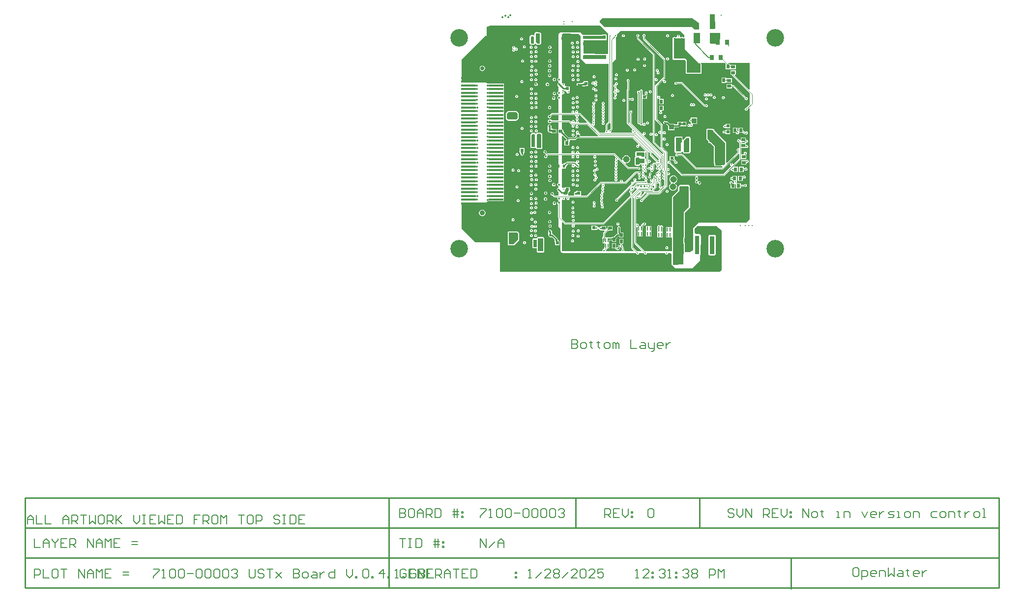
<source format=gbl>
G04*
G04 #@! TF.GenerationSoftware,Altium Limited,Altium Designer,24.3.1 (35)*
G04*
G04 Layer_Physical_Order=8*
G04 Layer_Color=16711680*
%FSAX25Y25*%
%MOIN*%
G70*
G04*
G04 #@! TF.SameCoordinates,9BAF8AC8-72E2-4161-A934-73288D8D8D4B*
G04*
G04*
G04 #@! TF.FilePolarity,Positive*
G04*
G01*
G75*
%ADD11C,0.01000*%
%ADD14C,0.00600*%
%ADD17C,0.02000*%
%ADD18C,0.00400*%
%ADD20C,0.00800*%
%ADD32R,0.02000X0.02600*%
%ADD40R,0.02000X0.02400*%
%ADD43R,0.03600X0.03700*%
%ADD46R,0.02200X0.02000*%
%ADD49R,0.03740X0.04432*%
%ADD50R,0.04432X0.03740*%
%ADD51R,0.02400X0.02000*%
%ADD53R,0.02600X0.02000*%
%ADD56R,0.03700X0.03600*%
%ADD57R,0.01800X0.02200*%
%ADD58R,0.02283X0.02598*%
%ADD59R,0.02283X0.02598*%
%ADD60R,0.02200X0.02200*%
%ADD61R,0.03150X0.02975*%
%ADD93C,0.11900*%
%ADD94C,0.03543*%
%ADD95C,0.02756*%
%ADD96C,0.04500*%
%ADD97C,0.01400*%
%ADD98C,0.01200*%
%ADD99C,0.01000*%
%ADD100C,0.01387*%
%ADD102R,0.09843X0.01378*%
%ADD103R,0.07874X0.09843*%
%ADD104R,0.00800X0.02800*%
%ADD105R,0.01772X0.02800*%
%ADD106R,0.01063X0.00669*%
%ADD107R,0.00669X0.02047*%
%ADD108R,0.00800X0.03000*%
%ADD109R,0.03000X0.03200*%
%ADD110R,0.02598X0.02283*%
%ADD111R,0.02598X0.02283*%
%ADD112R,0.02200X0.02800*%
G36*
X0507815Y0419516D02*
X0507462Y0419162D01*
X0504420D01*
Y0429083D01*
X0507782Y0429083D01*
X0507815Y0419516D01*
D02*
G37*
G36*
X0492165Y0426539D02*
X0496944Y0423165D01*
X0496944Y0420612D01*
X0496944Y0418820D01*
X0493893D01*
X0492165Y0420612D01*
X0433010Y0420392D01*
X0429608Y0423376D01*
X0429577Y0424919D01*
X0431142Y0426623D01*
X0492165Y0426539D01*
D02*
G37*
G36*
X0487022Y0414921D02*
Y0413630D01*
X0485921D01*
X0485839Y0413685D01*
X0485449Y0413763D01*
X0485059Y0413685D01*
X0484976Y0413630D01*
X0484283D01*
X0483978Y0414130D01*
X0484021Y0414343D01*
X0483943Y0414734D01*
X0483722Y0415064D01*
X0483391Y0415285D01*
X0483001Y0415363D01*
X0482611Y0415285D01*
X0482280Y0415064D01*
X0482059Y0414734D01*
X0481981Y0414343D01*
X0482024Y0414130D01*
X0481719Y0413630D01*
X0480876D01*
X0480788Y0413689D01*
X0480398Y0413766D01*
X0480008Y0413689D01*
X0479921Y0413630D01*
X0479809D01*
X0479497Y0413568D01*
X0479232Y0413391D01*
X0479056Y0413127D01*
X0478994Y0412815D01*
Y0399002D01*
X0479056Y0398690D01*
X0479232Y0398425D01*
X0479497Y0398248D01*
X0479809Y0398186D01*
X0487168D01*
X0487939Y0397331D01*
Y0389549D01*
X0488001Y0389237D01*
X0488178Y0388972D01*
X0488443Y0388795D01*
X0488755Y0388733D01*
X0497982D01*
X0498295Y0388795D01*
X0498559Y0388972D01*
X0498736Y0389237D01*
X0498798Y0389549D01*
Y0394837D01*
X0498798Y0394837D01*
X0498736Y0395149D01*
X0498559Y0395414D01*
X0498559Y0395414D01*
X0498452Y0395521D01*
Y0396039D01*
X0514586D01*
X0515080Y0395544D01*
Y0394465D01*
X0515129Y0394346D01*
Y0391965D01*
X0517929D01*
Y0391965D01*
X0518415Y0391929D01*
Y0391853D01*
X0521813D01*
Y0394936D01*
X0518415D01*
Y0394936D01*
X0517929Y0394972D01*
Y0395365D01*
X0516540D01*
X0516492Y0395554D01*
X0516860Y0396039D01*
X0531140D01*
Y0378217D01*
X0530678Y0378026D01*
X0521209Y0387494D01*
X0521416Y0387995D01*
X0521813D01*
Y0391078D01*
X0518415D01*
Y0387995D01*
X0519464D01*
Y0387672D01*
X0519654Y0387212D01*
X0531140Y0375727D01*
Y0367784D01*
X0529112Y0365756D01*
X0529028Y0365773D01*
X0528638Y0365696D01*
X0528307Y0365474D01*
X0528086Y0365144D01*
X0528008Y0364754D01*
X0528086Y0364363D01*
X0528307Y0364033D01*
X0528638Y0363811D01*
X0529028Y0363734D01*
X0529418Y0363811D01*
X0529749Y0364033D01*
X0529970Y0364363D01*
X0530047Y0364754D01*
X0530030Y0364838D01*
X0530678Y0365485D01*
X0531140Y0365294D01*
Y0289727D01*
X0529127Y0287702D01*
X0507304Y0287704D01*
X0496596Y0287704D01*
X0493125Y0284090D01*
X0493042Y0279231D01*
X0492809Y0269170D01*
X0492001Y0268332D01*
X0487617D01*
X0487264Y0268686D01*
X0487288Y0273357D01*
X0487288Y0273358D01*
X0487288Y0273359D01*
X0487258Y0273512D01*
Y0277662D01*
X0487280Y0277773D01*
X0487312Y0277927D01*
X0487397Y0294468D01*
X0490668Y0297740D01*
X0490845Y0298004D01*
X0490907Y0298316D01*
X0490907Y0298316D01*
Y0309183D01*
X0490879Y0309327D01*
X0490854Y0309472D01*
X0490848Y0309482D01*
X0490845Y0309495D01*
X0490775Y0309600D01*
Y0312192D01*
X0490713Y0312504D01*
X0490536Y0312769D01*
X0490536Y0312769D01*
X0490090Y0313215D01*
X0489826Y0313391D01*
X0489513Y0313454D01*
X0489513Y0313454D01*
X0484256D01*
X0484231Y0313449D01*
X0484207Y0313452D01*
X0484076Y0313418D01*
X0483943Y0313391D01*
X0483923Y0313378D01*
X0483899Y0313371D01*
X0483791Y0313290D01*
X0483679Y0313215D01*
X0483665Y0313194D01*
X0483645Y0313179D01*
X0483127Y0312595D01*
X0482953Y0312420D01*
X0482776Y0312156D01*
X0482714Y0311844D01*
X0482714Y0311843D01*
Y0309522D01*
X0478747Y0305555D01*
X0478570Y0305290D01*
X0478508Y0304978D01*
X0478508Y0304978D01*
Y0297458D01*
Y0285209D01*
X0478219Y0284828D01*
X0478008Y0284828D01*
X0476751D01*
X0476619Y0284828D01*
X0476251D01*
X0476119Y0284828D01*
X0474651D01*
Y0281228D01*
Y0277728D01*
X0476119D01*
X0476251Y0277728D01*
X0476619D01*
X0476751Y0277728D01*
X0478219Y0277728D01*
X0478508Y0277347D01*
Y0268332D01*
X0460288D01*
X0454356Y0274264D01*
Y0284633D01*
X0454787Y0284919D01*
X0455168Y0284733D01*
Y0283961D01*
X0455190Y0283906D01*
Y0281988D01*
Y0278488D01*
X0456659D01*
X0456790Y0278488D01*
X0457159D01*
X0457290Y0278488D01*
X0458759D01*
Y0281988D01*
Y0283868D01*
X0458808Y0283988D01*
Y0285627D01*
X0459354Y0286173D01*
X0459537Y0286050D01*
X0459927Y0285973D01*
X0460317Y0286050D01*
X0460648Y0286271D01*
X0460869Y0286602D01*
X0460947Y0286992D01*
X0460869Y0287383D01*
X0460648Y0287713D01*
X0460317Y0287934D01*
X0459927Y0288012D01*
X0459537Y0287934D01*
X0459206Y0287713D01*
X0459060Y0287495D01*
X0458683Y0287339D01*
X0457699Y0286355D01*
X0457509Y0285896D01*
X0457201Y0285588D01*
X0456790D01*
X0456659Y0285588D01*
X0456411D01*
X0456311Y0285721D01*
X0456276Y0285805D01*
X0456161Y0285920D01*
X0456114Y0285983D01*
X0456128Y0286054D01*
X0456050Y0286445D01*
X0455829Y0286775D01*
X0455499Y0286996D01*
X0455108Y0287074D01*
X0454856Y0287024D01*
X0454465Y0287247D01*
X0454356Y0287355D01*
Y0303566D01*
X0454441Y0303663D01*
X0454856Y0303912D01*
X0455080Y0303867D01*
X0455470Y0303945D01*
X0455800Y0304166D01*
X0455848Y0304237D01*
X0457293D01*
X0457753Y0304428D01*
X0461090Y0307765D01*
X0461308Y0307734D01*
X0461485Y0307204D01*
X0458109Y0303828D01*
X0458074Y0303835D01*
X0457683Y0303758D01*
X0457353Y0303537D01*
X0457132Y0303206D01*
X0457054Y0302816D01*
X0457132Y0302426D01*
X0457353Y0302095D01*
X0457683Y0301874D01*
X0458074Y0301796D01*
X0458464Y0301874D01*
X0458795Y0302095D01*
X0459016Y0302426D01*
X0459093Y0302816D01*
X0459067Y0302949D01*
X0462976Y0306858D01*
X0469799D01*
X0470258Y0307048D01*
X0475295Y0312085D01*
X0475485Y0312544D01*
Y0319953D01*
X0475985Y0320220D01*
X0476014Y0320201D01*
X0476365Y0320131D01*
X0476716Y0320201D01*
X0477014Y0320400D01*
X0477213Y0320697D01*
X0477283Y0321049D01*
X0477213Y0321400D01*
X0477014Y0321697D01*
X0476716Y0321896D01*
X0476365Y0321966D01*
X0476014Y0321896D01*
X0475985Y0321877D01*
X0475547Y0322112D01*
X0475492Y0322608D01*
X0475565Y0322694D01*
X0475985Y0322949D01*
X0476161Y0322914D01*
X0476512Y0322984D01*
X0476810Y0323183D01*
X0477009Y0323481D01*
X0477079Y0323832D01*
X0477009Y0324183D01*
X0476810Y0324481D01*
X0476512Y0324680D01*
X0476161Y0324749D01*
X0475985Y0324714D01*
X0475565Y0324970D01*
X0475485Y0325064D01*
Y0328025D01*
X0475985Y0328176D01*
X0476115Y0327982D01*
X0476446Y0327761D01*
X0476836Y0327684D01*
X0476920Y0327700D01*
X0485057Y0319564D01*
X0485516Y0319373D01*
X0494503D01*
X0494558Y0319293D01*
X0494497Y0318659D01*
X0494255Y0318297D01*
X0494171Y0317871D01*
X0494255Y0317444D01*
X0494497Y0317082D01*
X0494558Y0317042D01*
Y0316440D01*
X0494522Y0316417D01*
X0494280Y0316055D01*
X0494196Y0315628D01*
X0494280Y0315202D01*
X0494522Y0314840D01*
X0494884Y0314598D01*
X0495311Y0314513D01*
X0495738Y0314598D01*
X0496185Y0314312D01*
X0496426Y0313950D01*
X0496788Y0313709D01*
X0497215Y0313624D01*
X0497642Y0313709D01*
X0498003Y0313950D01*
X0498245Y0314312D01*
X0498330Y0314739D01*
X0498245Y0315166D01*
X0498003Y0315527D01*
X0497642Y0315769D01*
X0497215Y0315854D01*
X0496788Y0315769D01*
X0496341Y0316055D01*
X0496099Y0316417D01*
X0496039Y0316457D01*
Y0317058D01*
X0496074Y0317082D01*
X0496316Y0317444D01*
X0496401Y0317871D01*
X0496316Y0318297D01*
X0496074Y0318659D01*
X0496013Y0319293D01*
X0496068Y0319373D01*
X0513659D01*
X0514119Y0319564D01*
X0518210Y0323655D01*
X0518751Y0323489D01*
X0518777Y0323356D01*
X0518998Y0323025D01*
X0519329Y0322804D01*
X0519719Y0322727D01*
X0520197Y0322312D01*
Y0322248D01*
X0523280D01*
Y0325646D01*
X0520854D01*
X0520663Y0326108D01*
X0525274Y0330719D01*
X0525480Y0330826D01*
X0525714Y0330923D01*
X0525830Y0330933D01*
X0525926Y0330933D01*
X0529083D01*
Y0334016D01*
X0529083Y0334016D01*
X0529143Y0334491D01*
X0529197Y0334573D01*
X0529274Y0334963D01*
X0529197Y0335353D01*
X0528976Y0335684D01*
X0528645Y0335905D01*
X0528255Y0335982D01*
X0527865Y0335905D01*
X0527534Y0335684D01*
X0527313Y0335353D01*
X0527235Y0334963D01*
X0527313Y0334573D01*
X0527351Y0334516D01*
X0527083Y0334016D01*
X0525685Y0334016D01*
X0525502Y0334440D01*
Y0338635D01*
X0528650D01*
X0528650Y0338635D01*
X0528845Y0338573D01*
X0528909Y0338529D01*
X0529299Y0338452D01*
X0529689Y0338529D01*
X0530020Y0338751D01*
X0530241Y0339081D01*
X0530319Y0339472D01*
X0530241Y0339862D01*
X0530020Y0340193D01*
X0529689Y0340413D01*
X0529299Y0340491D01*
X0529108Y0340453D01*
X0528650Y0340770D01*
Y0341561D01*
X0529035Y0341994D01*
X0529119Y0341978D01*
X0529509Y0342055D01*
X0529840Y0342276D01*
X0530061Y0342607D01*
X0530139Y0342997D01*
X0530061Y0343388D01*
X0529840Y0343718D01*
X0529509Y0343939D01*
X0529119Y0344017D01*
X0528650Y0344433D01*
Y0345576D01*
X0525252D01*
Y0343880D01*
X0524752Y0343830D01*
X0524734Y0343917D01*
X0524513Y0344247D01*
X0524183Y0344468D01*
X0523793Y0344546D01*
X0523402Y0344468D01*
X0523072Y0344247D01*
X0522851Y0343917D01*
X0522773Y0343526D01*
X0522851Y0343136D01*
X0523072Y0342805D01*
X0523402Y0342584D01*
X0523552Y0342555D01*
X0523600Y0342437D01*
X0524203Y0341834D01*
Y0338526D01*
X0524102Y0338421D01*
X0523703Y0338190D01*
X0523460Y0338238D01*
X0523069Y0338160D01*
X0522739Y0337940D01*
X0522518Y0337609D01*
X0522440Y0337219D01*
X0522518Y0336828D01*
X0522739Y0336498D01*
X0522810Y0336450D01*
Y0335311D01*
X0515857Y0328357D01*
X0515395Y0328548D01*
Y0341811D01*
X0515395Y0341811D01*
X0515333Y0342123D01*
X0515156Y0342388D01*
X0515156Y0342388D01*
X0507320Y0350223D01*
Y0351044D01*
X0506499D01*
X0506203Y0351340D01*
X0506203Y0351340D01*
X0505938Y0351517D01*
X0505626Y0351579D01*
X0505626Y0351579D01*
X0502721D01*
X0502409Y0351517D01*
X0502144Y0351340D01*
X0501967Y0351076D01*
X0501905Y0350763D01*
Y0344670D01*
X0501905Y0344670D01*
X0501967Y0344358D01*
X0502144Y0344093D01*
X0502144Y0344093D01*
X0503323Y0342915D01*
Y0341922D01*
X0504316D01*
X0506903Y0339334D01*
Y0328293D01*
X0506903Y0328293D01*
X0506965Y0327981D01*
X0507142Y0327716D01*
X0507272Y0327586D01*
Y0325988D01*
X0512504D01*
X0512504Y0325988D01*
X0512504D01*
X0512706Y0325900D01*
X0512842Y0325342D01*
X0512586Y0325086D01*
X0495214D01*
X0486081Y0334219D01*
X0485622Y0334409D01*
X0482599D01*
X0482556Y0334473D01*
X0482225Y0334695D01*
X0482111Y0334717D01*
X0482037Y0334732D01*
X0482086Y0335228D01*
X0482585Y0335232D01*
X0484620Y0335232D01*
X0484634Y0335235D01*
X0484648Y0335232D01*
X0484790Y0335266D01*
X0484932Y0335294D01*
X0484944Y0335302D01*
X0484958Y0335305D01*
X0485076Y0335390D01*
X0485197Y0335471D01*
X0485205Y0335483D01*
X0485216Y0335491D01*
X0485336Y0335620D01*
X0485413Y0335743D01*
X0485427Y0335764D01*
X0485653Y0335807D01*
X0485772Y0335806D01*
X0485981Y0335762D01*
X0486095Y0335593D01*
X0486198Y0335489D01*
Y0334895D01*
X0490598D01*
Y0335166D01*
X0490708Y0335239D01*
X0490716Y0335251D01*
X0490728Y0335260D01*
X0490969Y0335518D01*
X0491045Y0335641D01*
X0491126Y0335762D01*
X0491129Y0335776D01*
X0491136Y0335788D01*
X0491160Y0335932D01*
X0491188Y0336074D01*
Y0345113D01*
X0491188Y0345113D01*
X0491126Y0345426D01*
X0490949Y0345690D01*
X0490828Y0345811D01*
X0490564Y0345988D01*
X0490252Y0346050D01*
X0490252Y0346050D01*
X0488553D01*
X0488553Y0346050D01*
X0488241Y0345988D01*
X0487976Y0345811D01*
X0487855Y0345689D01*
X0487625D01*
Y0345460D01*
X0486230Y0344064D01*
X0485730Y0344255D01*
Y0346027D01*
X0485327D01*
X0485317Y0346042D01*
X0485052Y0346219D01*
X0484740Y0346281D01*
X0481298D01*
X0481298Y0346281D01*
X0480986Y0346219D01*
X0480721Y0346042D01*
X0480583Y0345904D01*
X0480406Y0345639D01*
X0480344Y0345327D01*
X0480344Y0345327D01*
X0480344Y0336048D01*
X0480406Y0335735D01*
X0480583Y0335471D01*
X0480848Y0335294D01*
X0481091Y0335246D01*
X0481160Y0335232D01*
X0481584Y0335228D01*
X0481584Y0335228D01*
X0481584D01*
X0481633Y0334732D01*
X0481559Y0334717D01*
X0481445Y0334695D01*
X0481114Y0334473D01*
X0480893Y0334143D01*
X0480815Y0333752D01*
X0480893Y0333362D01*
X0481114Y0333032D01*
X0481445Y0332811D01*
X0481835Y0332733D01*
X0482225Y0332811D01*
X0482556Y0333032D01*
X0482609Y0333111D01*
X0485353D01*
X0494486Y0323978D01*
X0494945Y0323788D01*
X0512855D01*
X0513314Y0323978D01*
X0523703Y0334367D01*
X0524203Y0334160D01*
Y0331485D01*
X0520330Y0327611D01*
X0519882Y0327692D01*
X0519767Y0327756D01*
X0519580Y0328037D01*
X0519249Y0328258D01*
X0518859Y0328335D01*
X0518469Y0328258D01*
X0518138Y0328037D01*
X0517917Y0327706D01*
X0517839Y0327316D01*
X0517917Y0326926D01*
X0518138Y0326595D01*
X0518419Y0326408D01*
X0518483Y0326292D01*
X0518563Y0325845D01*
X0513390Y0320672D01*
X0485785D01*
X0477839Y0328619D01*
X0477855Y0328703D01*
X0477778Y0329093D01*
X0477557Y0329424D01*
X0477299Y0329596D01*
X0477315Y0329903D01*
X0477382Y0330096D01*
X0477510Y0330096D01*
X0477510Y0330096D01*
X0477513Y0330096D01*
X0479333D01*
X0479813Y0329616D01*
Y0329581D01*
X0480003Y0329121D01*
X0480276Y0328848D01*
X0480244Y0328685D01*
X0480322Y0328295D01*
X0480543Y0327964D01*
X0480873Y0327743D01*
X0481264Y0327665D01*
X0481654Y0327743D01*
X0481985Y0327964D01*
X0482206Y0328295D01*
X0482283Y0328685D01*
X0482206Y0329075D01*
X0481985Y0329406D01*
X0481654Y0329627D01*
X0481264Y0329705D01*
X0481112Y0329885D01*
X0480922Y0330345D01*
X0480251Y0331015D01*
Y0332896D01*
X0477051D01*
X0477051Y0330459D01*
X0477051Y0330190D01*
X0477039Y0330163D01*
X0476807Y0329755D01*
X0476446Y0329645D01*
X0476357Y0329586D01*
X0476115Y0329424D01*
X0475985Y0329230D01*
X0475485Y0329382D01*
Y0335743D01*
X0475295Y0336202D01*
X0472349Y0339149D01*
Y0343594D01*
X0472586Y0343727D01*
X0472849Y0343797D01*
X0473118Y0343618D01*
X0473508Y0343540D01*
X0473898Y0343618D01*
X0474229Y0343839D01*
X0474450Y0344169D01*
X0474527Y0344560D01*
X0474450Y0344950D01*
X0474229Y0345281D01*
X0473898Y0345502D01*
X0473508Y0345579D01*
X0473118Y0345502D01*
X0472849Y0345322D01*
X0472586Y0345393D01*
X0472349Y0345525D01*
Y0347762D01*
X0472461Y0347848D01*
X0472849Y0347983D01*
X0473068Y0347837D01*
X0473458Y0347759D01*
X0473849Y0347837D01*
X0474179Y0348058D01*
X0474400Y0348389D01*
X0474478Y0348779D01*
X0474400Y0349169D01*
X0474179Y0349500D01*
X0473849Y0349721D01*
X0473458Y0349798D01*
X0473068Y0349721D01*
X0472849Y0349574D01*
X0472461Y0349710D01*
X0472349Y0349795D01*
Y0353973D01*
X0472158Y0354433D01*
X0468549Y0358042D01*
Y0372020D01*
X0468953Y0372166D01*
X0469050Y0372185D01*
X0469364Y0371974D01*
X0469651Y0371917D01*
X0469813Y0371803D01*
X0470038Y0371443D01*
Y0368244D01*
X0472838D01*
Y0371644D01*
X0470551D01*
X0470399Y0372144D01*
X0470476Y0372195D01*
X0470697Y0372526D01*
X0470774Y0372916D01*
X0470697Y0373306D01*
X0470476Y0373637D01*
X0470145Y0373858D01*
X0469755Y0373936D01*
X0469364Y0373858D01*
X0469050Y0373648D01*
X0468953Y0373666D01*
X0468549Y0373813D01*
Y0380334D01*
X0472393Y0384177D01*
X0472781Y0383858D01*
X0472721Y0383769D01*
X0472644Y0383379D01*
X0472721Y0382988D01*
X0472942Y0382658D01*
X0473273Y0382436D01*
X0473663Y0382359D01*
X0474053Y0382436D01*
X0474384Y0382658D01*
X0474605Y0382988D01*
X0474683Y0383379D01*
X0474605Y0383769D01*
X0474384Y0384100D01*
X0474053Y0384320D01*
X0473663Y0384398D01*
X0473273Y0384320D01*
X0473183Y0384261D01*
X0472864Y0384649D01*
X0473918Y0385702D01*
X0474108Y0386161D01*
Y0398538D01*
X0473918Y0398997D01*
X0460253Y0412662D01*
Y0414038D01*
X0460324Y0414086D01*
X0460545Y0414417D01*
X0460623Y0414807D01*
X0460545Y0415197D01*
X0460324Y0415528D01*
X0459993Y0415749D01*
X0459603Y0415827D01*
X0459213Y0415749D01*
X0458882Y0415528D01*
X0458661Y0415197D01*
X0458583Y0414807D01*
X0458661Y0414417D01*
X0458882Y0414086D01*
X0458954Y0414038D01*
Y0412393D01*
X0459144Y0411934D01*
X0472809Y0398269D01*
Y0386430D01*
X0467441Y0381062D01*
X0467339Y0380816D01*
X0466839Y0380916D01*
Y0383898D01*
X0466995Y0384008D01*
X0467339Y0384120D01*
X0467575Y0383962D01*
X0467965Y0383885D01*
X0468355Y0383962D01*
X0468686Y0384183D01*
X0468907Y0384514D01*
X0468984Y0384904D01*
X0468907Y0385294D01*
X0468686Y0385625D01*
X0468355Y0385846D01*
X0467965Y0385924D01*
X0467575Y0385846D01*
X0467339Y0385689D01*
X0466995Y0385800D01*
X0466839Y0385910D01*
Y0394264D01*
Y0401991D01*
X0466649Y0402451D01*
X0456113Y0412986D01*
Y0413876D01*
X0456185Y0413923D01*
X0456406Y0414254D01*
X0456483Y0414644D01*
X0456406Y0415034D01*
X0456185Y0415365D01*
X0455854Y0415586D01*
X0455464Y0415664D01*
X0455074Y0415586D01*
X0454743Y0415365D01*
X0454522Y0415034D01*
X0454444Y0414644D01*
X0454522Y0414254D01*
X0454743Y0413923D01*
X0454814Y0413876D01*
Y0412717D01*
X0455005Y0412258D01*
X0465540Y0401722D01*
Y0394264D01*
Y0348520D01*
X0465040Y0348369D01*
X0464942Y0348516D01*
X0464611Y0348737D01*
X0464221Y0348815D01*
X0463831Y0348737D01*
X0463500Y0348516D01*
X0463279Y0348185D01*
X0463201Y0347795D01*
X0463279Y0347405D01*
X0463500Y0347074D01*
X0463831Y0346853D01*
X0464221Y0346775D01*
X0464611Y0346853D01*
X0464942Y0347074D01*
X0465040Y0347221D01*
X0465540Y0347069D01*
Y0342294D01*
X0465730Y0341835D01*
X0472575Y0334991D01*
X0472536Y0334639D01*
X0472048Y0334450D01*
X0459684Y0346814D01*
X0459771Y0347092D01*
X0459899Y0347307D01*
X0460225Y0347372D01*
X0460556Y0347593D01*
X0460777Y0347923D01*
X0460854Y0348314D01*
X0460777Y0348704D01*
X0460556Y0349035D01*
X0460225Y0349255D01*
X0459835Y0349333D01*
X0459445Y0349255D01*
X0459114Y0349035D01*
X0458893Y0348704D01*
X0458828Y0348377D01*
X0458613Y0348250D01*
X0458335Y0348162D01*
X0451412Y0355086D01*
Y0362205D01*
X0451483Y0362252D01*
X0451704Y0362583D01*
X0451782Y0362973D01*
X0451704Y0363364D01*
X0451483Y0363694D01*
X0451152Y0363915D01*
X0450762Y0363993D01*
X0450372Y0363915D01*
X0450041Y0363694D01*
X0449820Y0363364D01*
X0449743Y0362973D01*
X0449820Y0362583D01*
X0450041Y0362252D01*
X0450113Y0362205D01*
Y0355580D01*
X0449651Y0355389D01*
X0449226Y0355814D01*
Y0370792D01*
X0450985D01*
X0451033Y0370720D01*
X0451364Y0370499D01*
X0451754Y0370421D01*
X0452144Y0370499D01*
X0452475Y0370720D01*
X0452696Y0371051D01*
X0452773Y0371441D01*
X0452696Y0371831D01*
X0452475Y0372162D01*
X0452144Y0372383D01*
X0451754Y0372461D01*
X0451364Y0372383D01*
X0451033Y0372162D01*
X0450985Y0372090D01*
X0449226D01*
Y0377298D01*
X0449283Y0377356D01*
X0449473Y0377815D01*
Y0383436D01*
X0449545Y0383484D01*
X0449766Y0383815D01*
X0449844Y0384205D01*
X0449766Y0384595D01*
X0449545Y0384926D01*
X0449214Y0385147D01*
X0448824Y0385225D01*
X0448434Y0385147D01*
X0448103Y0384926D01*
X0447882Y0384595D01*
X0447804Y0384205D01*
X0447882Y0383815D01*
X0448103Y0383484D01*
X0448174Y0383436D01*
Y0378084D01*
X0448117Y0378027D01*
X0447927Y0377568D01*
Y0371394D01*
Y0355544D01*
X0448117Y0355085D01*
X0451691Y0351512D01*
X0451669Y0350896D01*
X0451448Y0350565D01*
X0451370Y0350175D01*
X0451448Y0349785D01*
X0451669Y0349454D01*
X0451664Y0348856D01*
X0451597Y0348767D01*
X0437362D01*
X0437297Y0348853D01*
X0437298Y0349455D01*
X0437519Y0349786D01*
X0437596Y0350176D01*
X0437580Y0350260D01*
X0438032Y0350713D01*
X0438222Y0351172D01*
Y0396205D01*
X0440718Y0398701D01*
Y0399877D01*
X0440718Y0413787D01*
X0440837Y0413810D01*
X0441168Y0414032D01*
X0441389Y0414362D01*
X0441466Y0414752D01*
X0441389Y0415143D01*
X0441284Y0415299D01*
X0443734Y0417749D01*
X0484194D01*
X0487022Y0414921D01*
D02*
G37*
G36*
X0433598Y0412331D02*
X0418761D01*
Y0414445D01*
X0433598D01*
Y0412331D01*
D02*
G37*
G36*
X0497741Y0409378D02*
X0493785Y0409365D01*
X0493431Y0409718D01*
Y0416390D01*
X0497741D01*
X0497741Y0409378D01*
D02*
G37*
G36*
X0511374Y0412265D02*
X0511109Y0412212D01*
X0510845Y0412036D01*
X0510668Y0411771D01*
X0510606Y0411459D01*
Y0409020D01*
X0505003D01*
X0504249Y0409775D01*
Y0416390D01*
X0511374D01*
Y0412265D01*
D02*
G37*
G36*
X0435329Y0416182D02*
Y0402787D01*
X0434926Y0402384D01*
X0434572Y0402065D01*
X0434441Y0402153D01*
X0434310Y0402241D01*
X0434308Y0402241D01*
X0434307Y0402242D01*
X0434152Y0402273D01*
X0433998Y0402304D01*
X0418748Y0402361D01*
X0418747Y0402833D01*
X0418760Y0411515D01*
X0418761Y0411516D01*
X0433598D01*
X0433910Y0411578D01*
X0434175Y0411754D01*
X0434352Y0412019D01*
X0434414Y0412331D01*
Y0414445D01*
X0434352Y0414757D01*
X0434175Y0415022D01*
X0433952Y0415170D01*
Y0415313D01*
X0431152D01*
Y0415260D01*
X0418761D01*
X0418449Y0415198D01*
X0418435Y0415189D01*
X0416792Y0416831D01*
X0406317D01*
X0404743Y0416844D01*
X0404724Y0416841D01*
X0404705Y0416844D01*
X0404655Y0416831D01*
X0402641D01*
X0401738Y0415929D01*
Y0385944D01*
X0401537Y0385904D01*
X0401175Y0385663D01*
X0400933Y0385301D01*
X0400848Y0384874D01*
X0400933Y0384447D01*
X0401175Y0384086D01*
X0401537Y0383844D01*
X0401738Y0383804D01*
Y0382744D01*
X0401504Y0382698D01*
X0401142Y0382456D01*
X0400900Y0382094D01*
X0400815Y0381667D01*
X0400900Y0381241D01*
X0401030Y0381046D01*
X0401017Y0380981D01*
X0401028Y0380927D01*
X0401024Y0380873D01*
X0401059Y0380772D01*
X0401079Y0380668D01*
X0401110Y0380623D01*
X0401127Y0380571D01*
X0401197Y0380492D01*
X0401256Y0380404D01*
X0401302Y0380374D01*
X0401338Y0380332D01*
X0401426Y0380289D01*
X0401600Y0380137D01*
X0401639Y0380099D01*
X0401738Y0380033D01*
Y0376878D01*
X0401414Y0376814D01*
X0401052Y0376572D01*
X0400811Y0376211D01*
X0400726Y0375784D01*
X0400811Y0375357D01*
X0401052Y0374995D01*
X0401414Y0374754D01*
X0401738Y0374689D01*
Y0373589D01*
X0401622Y0373566D01*
X0401260Y0373324D01*
X0401018Y0372962D01*
X0400934Y0372535D01*
X0401018Y0372109D01*
X0401260Y0371747D01*
X0401622Y0371505D01*
X0401738Y0371482D01*
Y0362051D01*
X0397184D01*
X0396725Y0361860D01*
X0395697Y0360833D01*
X0395533Y0360865D01*
X0395106Y0360780D01*
X0394744Y0360539D01*
X0394503Y0360177D01*
X0394418Y0359750D01*
X0394503Y0359323D01*
X0394744Y0358962D01*
X0395106Y0358720D01*
X0395533Y0358635D01*
X0395960Y0358720D01*
X0396322Y0358962D01*
X0396563Y0359323D01*
X0396648Y0359750D01*
X0396616Y0359914D01*
X0397453Y0360752D01*
X0401738D01*
Y0357249D01*
X0397279D01*
X0397238Y0357325D01*
X0397210Y0357347D01*
X0397190Y0357376D01*
X0397087Y0357446D01*
X0396989Y0357523D01*
X0396955Y0357533D01*
X0396926Y0357553D01*
X0396803Y0357577D01*
X0396802Y0357578D01*
X0396787Y0357586D01*
X0396765Y0357594D01*
X0396759Y0357596D01*
X0396756Y0357598D01*
X0396503Y0357760D01*
X0396433Y0357811D01*
X0396344Y0357853D01*
X0396262Y0357908D01*
X0396201Y0357920D01*
X0396145Y0357946D01*
X0396046Y0357951D01*
X0395950Y0357970D01*
X0395889Y0357958D01*
X0395827Y0357961D01*
X0395734Y0357927D01*
X0395637Y0357908D01*
X0395586Y0357873D01*
X0395527Y0357852D01*
X0395455Y0357786D01*
X0395373Y0357731D01*
X0395338Y0357679D01*
X0395334Y0357675D01*
X0395106Y0357630D01*
X0394744Y0357388D01*
X0394503Y0357026D01*
X0394418Y0356599D01*
X0394503Y0356173D01*
X0394744Y0355811D01*
X0395106Y0355569D01*
X0395334Y0355524D01*
X0395338Y0355520D01*
X0395373Y0355468D01*
X0395455Y0355413D01*
X0395527Y0355347D01*
X0395586Y0355326D01*
X0395637Y0355291D01*
X0395734Y0355272D01*
X0395827Y0355238D01*
X0395889Y0355241D01*
X0395950Y0355229D01*
X0396046Y0355248D01*
X0396145Y0355253D01*
X0396201Y0355279D01*
X0396262Y0355291D01*
X0396344Y0355346D01*
X0396433Y0355388D01*
X0396513Y0355446D01*
X0396645Y0355537D01*
X0396743Y0355594D01*
X0396759Y0355603D01*
X0396765Y0355605D01*
X0396787Y0355613D01*
X0396802Y0355621D01*
X0396803Y0355622D01*
X0396926Y0355646D01*
X0396955Y0355666D01*
X0396989Y0355676D01*
X0397087Y0355753D01*
X0397190Y0355823D01*
X0397210Y0355852D01*
X0397238Y0355874D01*
X0397279Y0355950D01*
X0401738D01*
Y0351251D01*
X0401253D01*
Y0348451D01*
X0401738D01*
Y0334910D01*
X0394326D01*
X0393599Y0335637D01*
X0393631Y0335802D01*
X0393546Y0336228D01*
X0393304Y0336590D01*
X0392943Y0336832D01*
X0392516Y0336917D01*
X0392089Y0336832D01*
X0391727Y0336590D01*
X0391486Y0336228D01*
X0391401Y0335802D01*
X0391486Y0335375D01*
X0391727Y0335013D01*
X0392089Y0334771D01*
X0392516Y0334686D01*
X0392680Y0334719D01*
X0393115Y0334285D01*
X0393097Y0334151D01*
X0392918Y0333774D01*
X0392625Y0333716D01*
X0392263Y0333474D01*
X0392021Y0333113D01*
X0391936Y0332686D01*
X0392021Y0332259D01*
X0392263Y0331897D01*
X0392625Y0331656D01*
X0393052Y0331571D01*
X0393478Y0331656D01*
X0393840Y0331897D01*
X0394082Y0332259D01*
X0394167Y0332686D01*
X0394082Y0333113D01*
X0394350Y0333611D01*
X0401738D01*
Y0314646D01*
X0401471Y0314592D01*
X0401109Y0314351D01*
X0400867Y0313989D01*
X0400782Y0313562D01*
X0400867Y0313135D01*
X0401109Y0312773D01*
X0401471Y0312532D01*
X0401738Y0312478D01*
Y0311415D01*
X0401311Y0311330D01*
X0400950Y0311088D01*
X0400708Y0310726D01*
X0400623Y0310299D01*
X0400708Y0309873D01*
X0400838Y0309678D01*
X0400825Y0309613D01*
X0400836Y0309559D01*
X0400832Y0309505D01*
X0400866Y0309404D01*
X0400887Y0309300D01*
X0400917Y0309255D01*
X0400935Y0309203D01*
X0401005Y0309124D01*
X0401064Y0309036D01*
X0401109Y0309005D01*
X0401145Y0308964D01*
X0401234Y0308921D01*
X0401408Y0308769D01*
X0401446Y0308731D01*
X0401578Y0308644D01*
X0401707Y0308558D01*
X0401710Y0308557D01*
X0401712Y0308556D01*
X0401738Y0308551D01*
Y0306243D01*
X0399433D01*
X0398464Y0307213D01*
X0398496Y0307377D01*
X0398411Y0307803D01*
X0398170Y0308165D01*
X0397808Y0308407D01*
X0397381Y0308492D01*
X0396954Y0308407D01*
X0396593Y0308165D01*
X0396351Y0307803D01*
X0396266Y0307377D01*
X0396351Y0306950D01*
X0396593Y0306588D01*
X0396954Y0306346D01*
X0397381Y0306261D01*
X0397545Y0306294D01*
X0398705Y0305134D01*
X0399165Y0304944D01*
X0400562D01*
X0400890Y0304444D01*
X0400851Y0304244D01*
X0400936Y0303818D01*
X0401177Y0303456D01*
X0401539Y0303214D01*
X0401738Y0303175D01*
Y0302532D01*
X0401673Y0302519D01*
X0401311Y0302278D01*
X0401069Y0301916D01*
X0401024Y0301689D01*
X0401019Y0301684D01*
X0400968Y0301649D01*
X0400913Y0301567D01*
X0400847Y0301495D01*
X0400826Y0301436D01*
X0400791Y0301385D01*
X0400772Y0301288D01*
X0400738Y0301196D01*
X0400741Y0301133D01*
X0400729Y0301073D01*
X0400748Y0300976D01*
X0400752Y0300878D01*
X0400779Y0300821D01*
X0400791Y0300760D01*
X0400846Y0300678D01*
X0400887Y0300589D01*
X0400946Y0300510D01*
X0401037Y0300377D01*
X0401094Y0300279D01*
X0401102Y0300263D01*
X0401105Y0300257D01*
X0401113Y0300235D01*
X0401121Y0300220D01*
X0401121Y0300219D01*
X0401146Y0300097D01*
X0401165Y0300067D01*
X0401175Y0300033D01*
X0401253Y0299936D01*
X0401323Y0299832D01*
X0401352Y0299812D01*
X0401374Y0299784D01*
X0401450Y0299743D01*
Y0291310D01*
X0401640Y0290851D01*
X0401738Y0290753D01*
Y0284984D01*
X0403060Y0283662D01*
Y0268700D01*
X0403217Y0268543D01*
Y0268332D01*
X0403279Y0268020D01*
X0403456Y0267755D01*
X0403721Y0267578D01*
X0404033Y0267516D01*
X0404244D01*
X0404561Y0267199D01*
X0453789D01*
X0454277Y0267114D01*
X0454354Y0266724D01*
X0454575Y0266393D01*
X0454906Y0266172D01*
X0455296Y0266095D01*
X0455687Y0266172D01*
X0456017Y0266393D01*
X0456238Y0266724D01*
X0456316Y0267114D01*
X0456386Y0267199D01*
X0459494D01*
X0459550Y0267132D01*
X0459627Y0266741D01*
X0459848Y0266411D01*
X0460179Y0266190D01*
X0460569Y0266112D01*
X0460960Y0266190D01*
X0461290Y0266411D01*
X0461511Y0266741D01*
X0461589Y0267132D01*
X0461644Y0267199D01*
X0473949D01*
X0473986Y0267155D01*
X0474063Y0266764D01*
X0474285Y0266434D01*
X0474615Y0266213D01*
X0475005Y0266135D01*
X0475396Y0266213D01*
X0475726Y0266434D01*
X0475948Y0266764D01*
X0476025Y0267155D01*
X0476062Y0267199D01*
X0477601D01*
X0478344Y0266456D01*
Y0259252D01*
X0478461D01*
X0480963Y0256749D01*
X0492274Y0256749D01*
X0497518Y0261994D01*
X0497518Y0265549D01*
X0497617Y0265616D01*
X0497776Y0265721D01*
X0497781Y0265729D01*
X0497788Y0265734D01*
X0497892Y0265893D01*
X0497999Y0266051D01*
X0498000Y0266060D01*
X0498005Y0266067D01*
X0498040Y0266254D01*
X0498078Y0266441D01*
X0498143Y0278915D01*
X0498141Y0278924D01*
X0498143Y0278934D01*
X0498103Y0279119D01*
X0498067Y0279305D01*
X0498062Y0279313D01*
X0498060Y0279323D01*
X0497953Y0279479D01*
X0497848Y0279637D01*
X0497840Y0279643D01*
X0497834Y0279650D01*
X0497676Y0279754D01*
X0497518Y0279860D01*
X0497509Y0279862D01*
X0497501Y0279867D01*
X0497490Y0279869D01*
X0497169Y0280190D01*
X0494963D01*
X0494037Y0281116D01*
Y0283862D01*
X0494423Y0284264D01*
X0495550Y0285367D01*
X0508741D01*
X0512287Y0282568D01*
Y0255884D01*
X0511034Y0254631D01*
X0361895D01*
Y0274537D01*
X0345312Y0274537D01*
X0335879Y0283971D01*
Y0301237D01*
X0336088Y0301323D01*
X0352979D01*
Y0301795D01*
X0353479Y0302177D01*
X0353565Y0302160D01*
X0353994Y0302245D01*
X0354128Y0302334D01*
X0364583D01*
Y0304512D01*
X0364583D01*
Y0304834D01*
X0364583D01*
Y0307012D01*
X0364583D01*
Y0307334D01*
X0364583D01*
Y0309512D01*
X0364583Y0309512D01*
Y0309834D01*
X0364583D01*
X0364583Y0310012D01*
Y0312012D01*
X0364583D01*
Y0312334D01*
X0364583D01*
Y0314512D01*
X0364583Y0314512D01*
Y0314834D01*
X0364583D01*
X0364583Y0315012D01*
Y0317012D01*
X0364583D01*
Y0317334D01*
X0364583D01*
Y0319334D01*
X0364583Y0319512D01*
X0364583D01*
Y0319834D01*
X0364583D01*
Y0322012D01*
X0364583Y0322012D01*
Y0322334D01*
X0364583D01*
X0364583Y0322512D01*
Y0324512D01*
X0364583D01*
Y0324834D01*
X0364583D01*
Y0327012D01*
X0364583D01*
Y0327334D01*
X0364583D01*
Y0329334D01*
X0364583Y0329512D01*
X0364583D01*
Y0329834D01*
X0364583D01*
Y0331834D01*
X0364583Y0332012D01*
X0364583D01*
Y0332334D01*
X0364583D01*
Y0334334D01*
X0364583Y0334512D01*
X0364583D01*
Y0334834D01*
X0364583D01*
Y0336834D01*
X0364583Y0337012D01*
X0364583D01*
Y0337334D01*
X0364583D01*
Y0339512D01*
X0364583D01*
Y0339834D01*
X0364583D01*
Y0341834D01*
X0364583Y0342012D01*
X0364583D01*
Y0342334D01*
X0364583D01*
Y0344334D01*
X0364583Y0344512D01*
X0364583D01*
Y0344834D01*
X0364583D01*
Y0346834D01*
X0364583Y0347012D01*
X0364583D01*
Y0347334D01*
X0364583D01*
Y0349512D01*
X0364583D01*
Y0349834D01*
X0364583D01*
Y0351834D01*
X0364583Y0352012D01*
X0364583D01*
Y0352334D01*
X0364583D01*
Y0354334D01*
X0364583Y0354512D01*
X0364583D01*
Y0354834D01*
X0364583D01*
Y0356834D01*
X0364583Y0357012D01*
X0364583D01*
Y0357334D01*
X0364583D01*
Y0359334D01*
X0364583Y0359512D01*
X0364583D01*
Y0359834D01*
X0364583D01*
Y0362012D01*
X0364583D01*
Y0362334D01*
X0364583D01*
Y0364512D01*
X0364583D01*
Y0364834D01*
X0364583D01*
Y0366834D01*
X0364583Y0367012D01*
X0364583D01*
Y0367334D01*
X0364583D01*
Y0369334D01*
X0364583Y0369512D01*
X0364583D01*
Y0369834D01*
X0364583D01*
Y0372012D01*
X0364583Y0372012D01*
Y0372334D01*
X0364583D01*
X0364583Y0372512D01*
Y0374512D01*
X0364583Y0374512D01*
Y0374834D01*
X0364583D01*
X0364583Y0375012D01*
Y0377012D01*
X0364583D01*
Y0377334D01*
X0364583D01*
Y0379512D01*
X0364583D01*
Y0379834D01*
X0364583D01*
Y0382012D01*
X0353940D01*
Y0382012D01*
X0353528Y0382026D01*
X0353479Y0382016D01*
X0352979Y0382332D01*
X0352552Y0382759D01*
X0336182D01*
X0335832Y0383117D01*
X0336080Y0394731D01*
Y0398472D01*
X0351939Y0414331D01*
X0352979D01*
Y0420374D01*
X0355202Y0421425D01*
X0430086D01*
X0435329Y0416182D01*
D02*
G37*
G36*
X0433995Y0401488D02*
X0433995Y0398972D01*
X0418391D01*
Y0401193D01*
X0418745Y0401545D01*
X0433995Y0401488D01*
D02*
G37*
G36*
X0487296Y0405523D02*
X0497982Y0394837D01*
Y0389549D01*
X0488755D01*
Y0397645D01*
X0487531Y0399002D01*
X0479809D01*
Y0412815D01*
X0487296D01*
Y0405523D01*
D02*
G37*
G36*
X0402623Y0381745D02*
X0402634Y0381721D01*
X0402650Y0381693D01*
X0402672Y0381661D01*
X0402732Y0381586D01*
X0402814Y0381494D01*
X0402918Y0381387D01*
X0402211Y0380679D01*
X0402156Y0380734D01*
X0401937Y0380926D01*
X0401905Y0380948D01*
X0401877Y0380964D01*
X0401853Y0380975D01*
X0401833Y0380981D01*
X0402617Y0381765D01*
X0402623Y0381745D01*
D02*
G37*
G36*
X0406400Y0377695D02*
X0406390Y0377790D01*
X0406360Y0377874D01*
X0406310Y0377949D01*
X0406240Y0378014D01*
X0406150Y0378069D01*
X0406040Y0378114D01*
X0405910Y0378149D01*
X0405760Y0378173D01*
X0405590Y0378188D01*
X0405400Y0378193D01*
Y0379193D01*
X0405590Y0379198D01*
X0405760Y0379213D01*
X0405910Y0379236D01*
X0406040Y0379270D01*
X0406150Y0379313D01*
X0406240Y0379365D01*
X0406310Y0379428D01*
X0406360Y0379499D01*
X0406390Y0379580D01*
X0406400Y0379671D01*
Y0377695D01*
D02*
G37*
G36*
X0415193Y0415944D02*
X0416628Y0414510D01*
X0416628Y0399095D01*
X0420114Y0395608D01*
X0435755D01*
Y0356559D01*
X0433824Y0354628D01*
X0433633Y0354169D01*
Y0350382D01*
X0433562Y0350335D01*
X0433341Y0350004D01*
X0433263Y0349614D01*
X0433332Y0349267D01*
X0433323Y0349196D01*
X0433044Y0348767D01*
X0430128D01*
X0425697Y0353199D01*
X0425818Y0353718D01*
X0425851Y0353752D01*
X0426153Y0353954D01*
X0426374Y0354285D01*
X0426451Y0354675D01*
X0426374Y0355065D01*
X0426210Y0355310D01*
X0426153Y0355396D01*
X0426167Y0355838D01*
X0426389Y0356169D01*
X0426466Y0356559D01*
X0426389Y0356949D01*
X0426167Y0357280D01*
X0426158Y0357286D01*
X0426169Y0357880D01*
X0426242Y0357929D01*
X0426463Y0358260D01*
X0426540Y0358650D01*
X0426463Y0359040D01*
X0426242Y0359371D01*
X0426170Y0359419D01*
X0426159Y0360014D01*
X0426179Y0360026D01*
X0426400Y0360357D01*
X0426477Y0360747D01*
X0426400Y0361138D01*
X0426179Y0361468D01*
X0426043Y0361559D01*
X0426029Y0362124D01*
X0426154Y0362207D01*
X0426375Y0362538D01*
X0426453Y0362928D01*
X0426375Y0363318D01*
X0426154Y0363649D01*
X0426196Y0364194D01*
X0426417Y0364525D01*
X0426495Y0364915D01*
X0426417Y0365305D01*
X0426196Y0365636D01*
X0426121Y0366180D01*
X0426342Y0366511D01*
X0426420Y0366901D01*
X0426342Y0367291D01*
X0426143Y0367590D01*
X0426124Y0367644D01*
X0426191Y0368177D01*
X0426318Y0368262D01*
X0426539Y0368593D01*
X0426616Y0368983D01*
X0426539Y0369373D01*
X0426318Y0369704D01*
X0425987Y0369925D01*
X0425597Y0370003D01*
X0425207Y0369925D01*
X0424876Y0369704D01*
X0424655Y0369373D01*
X0424577Y0368983D01*
X0424655Y0368593D01*
X0424854Y0368295D01*
X0424873Y0368240D01*
X0424806Y0367707D01*
X0424679Y0367622D01*
X0424458Y0367291D01*
X0424381Y0366901D01*
X0424458Y0366511D01*
X0424679Y0366180D01*
X0424754Y0365636D01*
X0424533Y0365305D01*
X0424456Y0364915D01*
X0424533Y0364525D01*
X0424754Y0364194D01*
X0424712Y0363649D01*
X0424491Y0363318D01*
X0424413Y0362928D01*
X0424491Y0362538D01*
X0424712Y0362207D01*
X0424848Y0362117D01*
X0424861Y0361551D01*
X0424737Y0361468D01*
X0424516Y0361138D01*
X0424438Y0360747D01*
X0424516Y0360357D01*
X0424737Y0360026D01*
X0424809Y0359978D01*
X0424819Y0359384D01*
X0424800Y0359371D01*
X0424579Y0359040D01*
X0424501Y0358650D01*
X0424579Y0358260D01*
X0424800Y0357929D01*
X0424810Y0357923D01*
X0424799Y0357328D01*
X0424726Y0357280D01*
X0424505Y0356949D01*
X0424427Y0356559D01*
X0424505Y0356169D01*
X0424668Y0355923D01*
X0424726Y0355838D01*
X0424711Y0355396D01*
X0424509Y0355094D01*
X0424474Y0355062D01*
X0423955Y0354941D01*
X0417035Y0361860D01*
X0416576Y0362051D01*
X0415092D01*
X0415065Y0362081D01*
X0414871Y0362551D01*
X0414992Y0362733D01*
X0415070Y0363123D01*
X0414992Y0363513D01*
X0414771Y0363844D01*
X0414440Y0364065D01*
X0414050Y0364142D01*
X0413660Y0364065D01*
X0413329Y0363844D01*
X0413108Y0363513D01*
X0413031Y0363123D01*
X0413102Y0362766D01*
X0413095Y0362705D01*
X0412861Y0362241D01*
X0412728Y0362217D01*
X0412572Y0362391D01*
X0412418Y0362663D01*
X0412452Y0362832D01*
X0412374Y0363222D01*
X0412153Y0363553D01*
X0411822Y0363774D01*
X0411432Y0363852D01*
X0411042Y0363774D01*
X0410711Y0363553D01*
X0410490Y0363222D01*
X0410413Y0362832D01*
X0410469Y0362551D01*
X0410273Y0362192D01*
X0410150Y0362051D01*
X0404033D01*
Y0374625D01*
X0404533Y0374943D01*
X0404717Y0374906D01*
X0405107Y0374984D01*
X0405438Y0375205D01*
X0405659Y0375535D01*
X0405737Y0375926D01*
X0405659Y0376316D01*
X0405438Y0376647D01*
X0405107Y0376868D01*
X0404717Y0376945D01*
X0404569Y0376916D01*
X0404148Y0377207D01*
X0404120Y0377470D01*
X0404155Y0377593D01*
X0404553Y0377846D01*
X0404689Y0377819D01*
X0404729Y0377758D01*
X0404809Y0377632D01*
X0404818Y0377626D01*
X0404824Y0377617D01*
X0404947Y0377534D01*
X0405069Y0377448D01*
X0405079Y0377446D01*
X0405088Y0377440D01*
X0405234Y0377411D01*
X0405379Y0377378D01*
X0405544Y0377374D01*
X0405658Y0377364D01*
X0405660Y0377363D01*
X0405671Y0377347D01*
X0405684Y0377306D01*
X0405759Y0377216D01*
X0405824Y0377118D01*
X0405860Y0377094D01*
X0405887Y0377061D01*
X0405991Y0377007D01*
X0406088Y0376941D01*
X0406131Y0376933D01*
X0406169Y0376913D01*
X0406286Y0376902D01*
X0406400Y0376879D01*
X0406443Y0376888D01*
X0406486Y0376884D01*
X0406598Y0376919D01*
X0406712Y0376941D01*
X0406749Y0376965D01*
X0406761Y0376969D01*
X0406764Y0376968D01*
X0406898Y0376881D01*
X0407167Y0376642D01*
X0407118Y0376398D01*
X0407196Y0376008D01*
X0407417Y0375677D01*
X0407748Y0375456D01*
X0408138Y0375378D01*
X0408528Y0375456D01*
X0408859Y0375677D01*
X0409080Y0376008D01*
X0409157Y0376398D01*
X0409080Y0376788D01*
X0409188Y0377283D01*
X0409188D01*
X0409188Y0377283D01*
Y0380083D01*
X0407088D01*
X0407037Y0380181D01*
X0407002Y0380210D01*
X0406977Y0380248D01*
X0406881Y0380312D01*
X0406793Y0380386D01*
X0406750Y0380399D01*
X0406712Y0380425D01*
X0406600Y0380447D01*
X0406490Y0380482D01*
X0406445Y0380478D01*
X0406400Y0380487D01*
X0406323Y0380471D01*
X0406235Y0380541D01*
X0406047Y0380812D01*
X0406023Y0380921D01*
X0406050Y0380962D01*
X0406128Y0381352D01*
X0406050Y0381743D01*
X0405829Y0382073D01*
X0405498Y0382294D01*
X0405108Y0382372D01*
X0404718Y0382294D01*
X0404533Y0382171D01*
X0404069Y0382360D01*
X0404033Y0382392D01*
Y0415269D01*
X0404737Y0416028D01*
X0415193Y0415944D01*
D02*
G37*
G36*
X0396041Y0357087D02*
X0396352Y0356888D01*
X0396415Y0356856D01*
X0396473Y0356831D01*
X0396526Y0356814D01*
X0396572Y0356803D01*
X0396614Y0356800D01*
Y0356399D01*
X0396572Y0356396D01*
X0396526Y0356385D01*
X0396473Y0356367D01*
X0396415Y0356343D01*
X0396352Y0356311D01*
X0396208Y0356226D01*
X0396041Y0356112D01*
X0395950Y0356045D01*
Y0357154D01*
X0396041Y0357087D01*
D02*
G37*
G36*
X0413157Y0360252D02*
X0413149Y0360215D01*
X0413227Y0359825D01*
X0413448Y0359494D01*
X0413583Y0359404D01*
X0413674Y0358916D01*
X0413643Y0358809D01*
X0413462Y0358538D01*
X0413384Y0358148D01*
X0413462Y0357758D01*
X0413682Y0357429D01*
X0413683Y0357427D01*
X0413681Y0356827D01*
X0413675Y0356823D01*
X0413454Y0356493D01*
X0413377Y0356102D01*
X0413021Y0355769D01*
X0412870Y0355778D01*
X0412778Y0355853D01*
X0412513Y0356256D01*
X0412559Y0356486D01*
X0412481Y0356876D01*
X0412260Y0357207D01*
X0411930Y0357428D01*
X0411540Y0357506D01*
X0411149Y0357428D01*
X0410818Y0357207D01*
X0410598Y0356876D01*
X0410541Y0356592D01*
X0410236Y0356433D01*
X0410031Y0356395D01*
X0409368Y0357059D01*
X0408908Y0357249D01*
X0404033D01*
Y0360752D01*
X0412769D01*
X0413157Y0360252D01*
D02*
G37*
G36*
X0421006Y0356053D02*
X0420799Y0355553D01*
X0415787D01*
X0415406Y0356053D01*
X0415416Y0356102D01*
X0415338Y0356493D01*
X0415119Y0356821D01*
X0415117Y0356823D01*
X0415119Y0357423D01*
X0415125Y0357427D01*
X0415346Y0357758D01*
X0415424Y0358148D01*
X0415346Y0358538D01*
X0415125Y0358869D01*
X0414990Y0358960D01*
X0414899Y0359447D01*
X0414930Y0359555D01*
X0415111Y0359825D01*
X0415189Y0360215D01*
X0415181Y0360252D01*
X0415569Y0360752D01*
X0416307D01*
X0421006Y0356053D01*
D02*
G37*
G36*
X0436923Y0355184D02*
Y0351559D01*
X0436577Y0351196D01*
X0436187Y0351118D01*
X0435856Y0350897D01*
X0435719Y0350692D01*
X0435263Y0350547D01*
X0435119Y0350539D01*
X0434932Y0350694D01*
Y0353900D01*
X0436423Y0355391D01*
X0436923Y0355184D01*
D02*
G37*
G36*
X0467441Y0357313D02*
X0471050Y0353704D01*
Y0350420D01*
X0470957Y0350320D01*
X0470550Y0350079D01*
X0470316Y0350126D01*
X0469926Y0350048D01*
X0469595Y0349827D01*
X0469374Y0349496D01*
X0469297Y0349106D01*
X0469374Y0348716D01*
X0469595Y0348385D01*
X0469926Y0348164D01*
X0470316Y0348087D01*
X0470550Y0348133D01*
X0470957Y0347893D01*
X0471050Y0347792D01*
Y0339059D01*
X0470569Y0338833D01*
X0466839Y0342563D01*
Y0346676D01*
X0467339Y0346828D01*
X0467342Y0346824D01*
X0467672Y0346603D01*
X0468063Y0346525D01*
X0468453Y0346603D01*
X0468784Y0346824D01*
X0469005Y0347155D01*
X0469082Y0347545D01*
X0469005Y0347935D01*
X0468784Y0348266D01*
X0468453Y0348487D01*
X0468063Y0348565D01*
X0467672Y0348487D01*
X0467342Y0348266D01*
X0467339Y0348262D01*
X0466839Y0348414D01*
Y0357460D01*
X0467339Y0357559D01*
X0467441Y0357313D01*
D02*
G37*
G36*
X0454082Y0349120D02*
X0453799Y0348697D01*
X0453628Y0348767D01*
X0453182D01*
X0453002Y0349005D01*
X0453278Y0349460D01*
X0453727Y0349476D01*
X0454082Y0349120D01*
D02*
G37*
G36*
X0404160Y0349914D02*
X0404123Y0349833D01*
X0404116Y0349735D01*
X0404141Y0349620D01*
X0404198Y0349487D01*
X0404285Y0349337D01*
X0404404Y0349169D01*
X0404554Y0348985D01*
X0404948Y0348563D01*
X0404294Y0347802D01*
X0404035Y0348055D01*
X0403366Y0348620D01*
X0403180Y0348743D01*
X0403012Y0348834D01*
X0402863Y0348893D01*
X0402732Y0348920D01*
X0402620Y0348913D01*
X0402527Y0348875D01*
X0404229Y0349977D01*
X0404160Y0349914D01*
D02*
G37*
G36*
X0410145Y0354444D02*
X0410392Y0354342D01*
X0410593Y0353840D01*
X0410590Y0353760D01*
X0410561Y0353716D01*
X0410483Y0353326D01*
X0410561Y0352935D01*
X0410782Y0352605D01*
X0411113Y0352383D01*
X0411503Y0352306D01*
X0411893Y0352383D01*
X0412224Y0352605D01*
X0412445Y0352935D01*
X0412523Y0353326D01*
X0412445Y0353716D01*
X0412419Y0353754D01*
X0412687Y0354254D01*
X0413820D01*
X0413869Y0353754D01*
X0413793Y0353739D01*
X0413462Y0353518D01*
X0413241Y0353187D01*
X0413163Y0352797D01*
X0413241Y0352407D01*
X0413462Y0352076D01*
X0413793Y0351855D01*
X0414183Y0351777D01*
X0414573Y0351855D01*
X0414904Y0352076D01*
X0415125Y0352407D01*
X0415203Y0352797D01*
X0415125Y0353187D01*
X0414904Y0353518D01*
X0414573Y0353739D01*
X0414497Y0353754D01*
X0414546Y0354254D01*
X0421160D01*
X0428577Y0346837D01*
X0428370Y0346337D01*
X0416445D01*
Y0348198D01*
X0415698D01*
X0415417Y0348662D01*
X0415418Y0348697D01*
X0415490Y0349060D01*
X0415412Y0349450D01*
X0415191Y0349781D01*
X0414861Y0350002D01*
X0414470Y0350079D01*
X0414080Y0350002D01*
X0413750Y0349781D01*
X0413528Y0349450D01*
X0413451Y0349060D01*
X0413528Y0348670D01*
X0413539Y0348654D01*
X0413645Y0348198D01*
X0413645Y0348198D01*
X0413645Y0348197D01*
Y0346652D01*
X0413643Y0346651D01*
X0413379Y0346474D01*
X0412510Y0345605D01*
X0408496D01*
X0405731Y0348371D01*
X0405737Y0348423D01*
X0405763Y0348535D01*
X0405756Y0348580D01*
X0405761Y0348625D01*
X0405730Y0348736D01*
X0405712Y0348849D01*
X0405688Y0348888D01*
X0405676Y0348931D01*
X0405605Y0349022D01*
X0405544Y0349120D01*
X0405169Y0349521D01*
X0405054Y0349663D01*
X0404998Y0349741D01*
X0405026Y0349807D01*
X0405027Y0349876D01*
X0405044Y0349944D01*
X0405030Y0350034D01*
X0405031Y0350125D01*
X0405005Y0350189D01*
X0404995Y0350258D01*
X0404947Y0350336D01*
X0404914Y0350420D01*
X0404865Y0350470D01*
X0404829Y0350530D01*
X0404755Y0350583D01*
X0404692Y0350649D01*
X0404653Y0350666D01*
Y0351251D01*
X0404033D01*
Y0355950D01*
X0408639D01*
X0410145Y0354444D01*
D02*
G37*
G36*
X0408417Y0342974D02*
X0407229Y0342962D01*
X0407305Y0342964D01*
X0407485Y0342978D01*
X0407529Y0342986D01*
X0407565Y0342996D01*
X0407593Y0343007D01*
X0407613Y0343020D01*
X0407625Y0343034D01*
X0407629Y0343050D01*
X0408429D01*
X0408417Y0342974D01*
D02*
G37*
G36*
X0528327Y0342218D02*
X0528127Y0341718D01*
X0525757D01*
X0525641Y0342044D01*
X0525953Y0342493D01*
X0528114D01*
X0528327Y0342218D01*
D02*
G37*
G36*
X0404741Y0346765D02*
X0407218Y0344288D01*
Y0343778D01*
X0407212Y0343778D01*
X0407061Y0343744D01*
X0406909Y0343712D01*
X0406905Y0343710D01*
X0406901Y0343709D01*
X0406774Y0343621D01*
X0406646Y0343533D01*
X0406644Y0343529D01*
X0406640Y0343527D01*
X0406557Y0343396D01*
X0406550Y0343386D01*
X0405746D01*
Y0339988D01*
X0408829D01*
Y0342283D01*
X0408896Y0342314D01*
X0408943Y0342365D01*
X0408999Y0342403D01*
X0409050Y0342480D01*
X0409112Y0342548D01*
X0409136Y0342612D01*
X0409173Y0342670D01*
X0409191Y0342760D01*
X0409222Y0342846D01*
X0409234Y0342922D01*
X0409232Y0342981D01*
X0409232Y0342982D01*
X0409232Y0342985D01*
X0409232Y0342987D01*
X0409244Y0343050D01*
X0409226Y0343144D01*
X0409222Y0343240D01*
X0409195Y0343299D01*
X0409182Y0343362D01*
X0409129Y0343442D01*
X0409114Y0343474D01*
X0409258Y0343889D01*
X0409283Y0343925D01*
X0409329Y0343974D01*
X0412848D01*
X0412848Y0343974D01*
X0413160Y0344036D01*
X0413425Y0344213D01*
X0414209Y0344998D01*
X0416445D01*
Y0345038D01*
X0451852D01*
X0455799Y0341090D01*
X0455553Y0340630D01*
X0455433Y0340653D01*
X0455043Y0340576D01*
X0454712Y0340355D01*
X0454491Y0340024D01*
X0454413Y0339634D01*
X0454491Y0339244D01*
X0454712Y0338913D01*
X0455043Y0338692D01*
X0455433Y0338614D01*
X0455823Y0338692D01*
X0456154Y0338913D01*
X0456375Y0339244D01*
X0456453Y0339634D01*
X0456429Y0339754D01*
X0456889Y0340000D01*
X0460238Y0336652D01*
X0459970Y0336212D01*
X0459791Y0336248D01*
X0454611D01*
X0454299Y0336186D01*
X0454034Y0336009D01*
X0454034Y0336009D01*
X0454007Y0335982D01*
X0453831Y0335718D01*
X0453769Y0335406D01*
X0453769Y0335406D01*
Y0333173D01*
X0453831Y0332861D01*
X0453832Y0332859D01*
X0453501Y0332455D01*
X0453471D01*
Y0332236D01*
X0453447Y0332097D01*
X0453420Y0331944D01*
X0453421Y0331941D01*
X0453420Y0331938D01*
X0453444Y0331076D01*
X0453420Y0330957D01*
X0453420Y0330956D01*
Y0329507D01*
X0453359D01*
Y0326707D01*
X0453553D01*
X0453559Y0326698D01*
X0453630Y0326579D01*
X0453647Y0326567D01*
X0453659Y0326549D01*
X0453774Y0326472D01*
X0453885Y0326389D01*
X0453905Y0326384D01*
X0453923Y0326372D01*
X0454059Y0326345D01*
X0454193Y0326311D01*
X0455154Y0326261D01*
X0455196Y0326267D01*
X0455239Y0326261D01*
X0456180Y0326311D01*
X0456247Y0326328D01*
X0456317Y0326330D01*
X0456400Y0326367D01*
X0456489Y0326390D01*
X0456544Y0326431D01*
X0456607Y0326459D01*
X0456670Y0326525D01*
X0456744Y0326580D01*
X0456779Y0326640D01*
X0456827Y0326690D01*
X0457334Y0327492D01*
X0457848D01*
X0458119Y0326998D01*
X0458049Y0326646D01*
X0458119Y0326295D01*
X0458305Y0326016D01*
X0458318Y0325998D01*
X0458297Y0325410D01*
X0458286Y0325402D01*
X0458087Y0325104D01*
X0458017Y0324753D01*
X0458087Y0324402D01*
X0458286Y0324104D01*
X0458511Y0323954D01*
X0458552Y0323617D01*
X0458529Y0323406D01*
X0458401Y0323321D01*
X0458202Y0323023D01*
X0458132Y0322672D01*
X0458202Y0322321D01*
X0458401Y0322023D01*
X0458441Y0321996D01*
X0458408Y0321417D01*
X0458326Y0321362D01*
X0458127Y0321065D01*
X0458057Y0320714D01*
X0458127Y0320362D01*
X0458259Y0320164D01*
X0458322Y0320050D01*
X0458203Y0319545D01*
X0458196Y0319541D01*
X0457997Y0319243D01*
X0457927Y0318892D01*
X0457997Y0318541D01*
X0458196Y0318243D01*
X0458494Y0318044D01*
X0458845Y0317974D01*
X0459196Y0318044D01*
X0459494Y0318243D01*
X0459567Y0318353D01*
X0460109Y0318400D01*
X0460146Y0318387D01*
X0460162Y0318364D01*
X0460302Y0317897D01*
X0460225Y0317766D01*
X0460106Y0317588D01*
X0460036Y0317237D01*
X0460106Y0316886D01*
X0460305Y0316588D01*
X0460115Y0316118D01*
X0459915Y0315915D01*
X0454481D01*
X0454425Y0315983D01*
X0454259Y0316415D01*
X0454393Y0316616D01*
X0454471Y0317006D01*
X0454393Y0317396D01*
X0454172Y0317727D01*
X0453841Y0317948D01*
X0453451Y0318026D01*
X0453061Y0317948D01*
X0452730Y0317727D01*
X0452509Y0317396D01*
X0452432Y0317006D01*
X0452509Y0316616D01*
X0452730Y0316285D01*
X0452720Y0315797D01*
X0452609Y0315708D01*
X0452289Y0315581D01*
X0452250Y0315608D01*
X0452244Y0315610D01*
X0452238Y0315613D01*
X0452088Y0315643D01*
X0451939Y0315675D01*
X0451632Y0315680D01*
X0451625Y0315679D01*
X0451618Y0315680D01*
X0451469Y0315651D01*
X0451319Y0315623D01*
X0451313Y0315620D01*
X0451306Y0315618D01*
X0451180Y0315533D01*
X0451051Y0315451D01*
X0451047Y0315445D01*
X0451042Y0315441D01*
X0450957Y0315315D01*
X0450870Y0315189D01*
X0450869Y0315182D01*
X0450865Y0315177D01*
X0450835Y0315027D01*
X0450803Y0314878D01*
X0450804Y0314871D01*
X0450803Y0314865D01*
Y0314552D01*
X0450803Y0314552D01*
X0450865Y0314240D01*
X0451042Y0313976D01*
X0450720Y0313654D01*
X0441188Y0304122D01*
X0441103Y0304139D01*
X0440713Y0304061D01*
X0440382Y0303840D01*
X0440162Y0303509D01*
X0440084Y0303119D01*
X0440162Y0302729D01*
X0440382Y0302398D01*
X0440713Y0302177D01*
X0441103Y0302099D01*
X0441494Y0302177D01*
X0441824Y0302398D01*
X0442045Y0302729D01*
X0442123Y0303119D01*
X0442106Y0303203D01*
X0449838Y0310935D01*
X0450338Y0310728D01*
Y0310064D01*
X0450366Y0309922D01*
X0450326Y0309861D01*
X0449995Y0309640D01*
X0449774Y0309310D01*
X0449696Y0308920D01*
X0449774Y0308529D01*
X0449995Y0308198D01*
X0450326Y0307978D01*
X0450338Y0307975D01*
Y0306933D01*
X0450400Y0306621D01*
X0450577Y0306356D01*
X0432005Y0287784D01*
X0411876D01*
X0411828Y0288275D01*
X0412103Y0288338D01*
X0412160Y0288351D01*
X0412170Y0288357D01*
X0412491Y0288572D01*
X0412712Y0288903D01*
X0412790Y0289293D01*
X0412712Y0289683D01*
X0412491Y0290014D01*
X0412160Y0290235D01*
X0411770Y0290312D01*
X0411380Y0290235D01*
X0411049Y0290014D01*
X0410828Y0289683D01*
X0410751Y0289293D01*
X0410828Y0288903D01*
X0411049Y0288572D01*
X0411367Y0288359D01*
X0411380Y0288351D01*
X0411433Y0288339D01*
X0411713Y0288275D01*
X0411664Y0287784D01*
X0406543D01*
X0404033Y0290295D01*
Y0297444D01*
Y0303113D01*
X0404047Y0303127D01*
X0404533Y0303334D01*
X0404706Y0303219D01*
X0405096Y0303141D01*
X0405486Y0303219D01*
X0405817Y0303440D01*
X0406038Y0303771D01*
X0406116Y0304161D01*
X0406059Y0304444D01*
X0406253Y0304800D01*
X0406356Y0304920D01*
X0406851Y0304908D01*
X0407058Y0304623D01*
X0407125Y0304444D01*
X0407061Y0304122D01*
X0407138Y0303732D01*
X0407359Y0303401D01*
X0407690Y0303181D01*
X0408080Y0303103D01*
X0408470Y0303181D01*
X0408801Y0303401D01*
X0409022Y0303732D01*
X0409100Y0304122D01*
X0409036Y0304444D01*
X0409103Y0304623D01*
X0409336Y0304944D01*
X0420961D01*
X0421421Y0305134D01*
X0430350Y0314063D01*
X0430855Y0314060D01*
X0431063Y0313575D01*
X0430947Y0313402D01*
X0430869Y0313012D01*
X0430947Y0312621D01*
X0431112Y0312374D01*
X0431138Y0312178D01*
X0431032Y0311780D01*
X0430847Y0311656D01*
X0430626Y0311326D01*
X0430548Y0310935D01*
X0430626Y0310545D01*
X0430847Y0310214D01*
X0430826Y0309637D01*
X0430605Y0309306D01*
X0430527Y0308916D01*
X0430605Y0308525D01*
X0430750Y0308308D01*
X0430652Y0307861D01*
X0430593Y0307749D01*
X0430302Y0307554D01*
X0430081Y0307223D01*
X0430003Y0306833D01*
X0430081Y0306443D01*
X0430302Y0306112D01*
X0430449Y0306014D01*
X0430460Y0305982D01*
X0430448Y0305457D01*
X0430277Y0305343D01*
X0430056Y0305012D01*
X0429979Y0304622D01*
X0430056Y0304232D01*
X0430277Y0303901D01*
X0430376Y0303836D01*
X0430401Y0303677D01*
X0430337Y0303263D01*
X0430123Y0303120D01*
X0429902Y0302789D01*
X0429824Y0302399D01*
X0429902Y0302009D01*
X0430123Y0301678D01*
X0430296Y0301563D01*
X0430404Y0301155D01*
X0430373Y0300964D01*
X0430211Y0300721D01*
X0430133Y0300331D01*
X0430211Y0299940D01*
X0430432Y0299610D01*
X0430493Y0299569D01*
X0430677Y0299163D01*
X0430594Y0298946D01*
X0430481Y0298776D01*
X0430403Y0298386D01*
X0430481Y0297995D01*
X0430702Y0297665D01*
X0431033Y0297444D01*
X0431423Y0297366D01*
X0431813Y0297444D01*
X0432144Y0297665D01*
X0432365Y0297995D01*
X0432442Y0298386D01*
X0432365Y0298776D01*
X0432144Y0299107D01*
X0432082Y0299148D01*
X0431899Y0299554D01*
X0431981Y0299771D01*
X0432094Y0299940D01*
X0432172Y0300331D01*
X0432094Y0300721D01*
X0431874Y0301052D01*
X0431700Y0301167D01*
X0431592Y0301575D01*
X0431624Y0301766D01*
X0431786Y0302009D01*
X0431863Y0302399D01*
X0431786Y0302789D01*
X0431565Y0303120D01*
X0431466Y0303186D01*
X0431441Y0303344D01*
X0431505Y0303758D01*
X0431719Y0303901D01*
X0431940Y0304232D01*
X0432018Y0304622D01*
X0431940Y0305012D01*
X0431719Y0305343D01*
X0431572Y0305442D01*
X0431561Y0305473D01*
X0431573Y0305998D01*
X0431744Y0306112D01*
X0431965Y0306443D01*
X0432043Y0306833D01*
X0431965Y0307223D01*
X0431820Y0307441D01*
X0431918Y0307888D01*
X0431976Y0308000D01*
X0432267Y0308195D01*
X0432488Y0308525D01*
X0432566Y0308916D01*
X0432488Y0309306D01*
X0432267Y0309637D01*
X0432289Y0310214D01*
X0432510Y0310545D01*
X0432587Y0310935D01*
X0432510Y0311326D01*
X0432345Y0311573D01*
X0432319Y0311769D01*
X0432425Y0312167D01*
X0432610Y0312291D01*
X0432831Y0312621D01*
X0432909Y0313012D01*
X0432831Y0313402D01*
X0432715Y0313575D01*
X0432923Y0314060D01*
X0432937Y0314074D01*
X0446973D01*
X0447432Y0314265D01*
X0454223Y0321056D01*
X0455337D01*
X0455605Y0320556D01*
X0455575Y0320512D01*
X0455506Y0320161D01*
X0455575Y0319810D01*
X0455774Y0319512D01*
X0456012Y0319353D01*
X0456058Y0319130D01*
X0456033Y0318811D01*
X0455814Y0318665D01*
X0455615Y0318367D01*
X0455545Y0318016D01*
X0455615Y0317665D01*
X0455814Y0317367D01*
X0456112Y0317168D01*
X0456463Y0317098D01*
X0456814Y0317168D01*
X0457112Y0317367D01*
X0457311Y0317665D01*
X0457381Y0318016D01*
X0457311Y0318367D01*
X0457112Y0318665D01*
X0456874Y0318824D01*
X0456828Y0319047D01*
X0456853Y0319366D01*
X0457072Y0319512D01*
X0457271Y0319810D01*
X0457341Y0320161D01*
X0457271Y0320512D01*
X0457072Y0320810D01*
X0457303Y0321257D01*
X0457368Y0321354D01*
X0457438Y0321706D01*
X0457368Y0322057D01*
X0457169Y0322354D01*
X0456872Y0322553D01*
X0456521Y0322623D01*
X0456169Y0322553D01*
X0455872Y0322355D01*
X0453954D01*
X0453495Y0322165D01*
X0446703Y0315373D01*
X0445637D01*
X0445295Y0315873D01*
X0445321Y0316007D01*
X0445244Y0316397D01*
X0445023Y0316728D01*
X0444692Y0316949D01*
X0444302Y0317026D01*
X0443912Y0316949D01*
X0443581Y0316728D01*
X0443360Y0316397D01*
X0443282Y0316007D01*
X0443309Y0315873D01*
X0442967Y0315373D01*
X0430092D01*
X0429633Y0315183D01*
X0420692Y0306243D01*
X0417505D01*
X0417018Y0306275D01*
Y0309075D01*
X0414902D01*
X0414880Y0309117D01*
X0414847Y0309145D01*
X0414823Y0309182D01*
X0414726Y0309247D01*
X0414637Y0309322D01*
X0414595Y0309336D01*
X0414559Y0309360D01*
X0414445Y0309384D01*
X0414334Y0309419D01*
X0414290Y0309415D01*
X0414248Y0309424D01*
X0414133Y0309402D01*
X0414016Y0309392D01*
X0413978Y0309372D01*
X0413935Y0309364D01*
X0413837Y0309300D01*
X0413734Y0309246D01*
X0413706Y0309213D01*
X0413669Y0309189D01*
X0413604Y0309092D01*
X0413528Y0309003D01*
X0413515Y0308961D01*
X0413501Y0308940D01*
X0413492Y0308938D01*
X0413376Y0308928D01*
X0413209Y0308924D01*
X0413064Y0308891D01*
X0412918Y0308862D01*
X0412909Y0308856D01*
X0412899Y0308854D01*
X0412777Y0308768D01*
X0412654Y0308685D01*
X0412648Y0308676D01*
X0412639Y0308670D01*
X0412560Y0308544D01*
X0412477Y0308420D01*
X0412475Y0308410D01*
X0412469Y0308401D01*
X0412454Y0308316D01*
X0412375Y0308262D01*
X0412154Y0307932D01*
X0412076Y0307541D01*
X0412154Y0307151D01*
X0412375Y0306821D01*
X0412323Y0306406D01*
X0412199Y0306243D01*
X0408446D01*
X0408138Y0306379D01*
X0408045Y0306891D01*
X0408261Y0307214D01*
X0408370Y0307761D01*
Y0308239D01*
X0408384Y0308252D01*
X0408665Y0308510D01*
X0408887Y0308689D01*
X0408956Y0308737D01*
X0409005Y0308766D01*
X0409016Y0308771D01*
X0409046Y0308782D01*
X0409055Y0308787D01*
X0409067Y0308790D01*
X0409173Y0308812D01*
X0409217Y0308841D01*
X0409266Y0308857D01*
X0409348Y0308928D01*
X0409438Y0308988D01*
X0409467Y0309032D01*
X0409506Y0309066D01*
X0409555Y0309163D01*
X0409615Y0309253D01*
X0409625Y0309304D01*
X0409648Y0309351D01*
X0409656Y0309459D01*
X0409677Y0309565D01*
X0409667Y0309616D01*
X0409670Y0309668D01*
X0409636Y0309771D01*
X0409615Y0309877D01*
X0409586Y0309921D01*
X0409569Y0309970D01*
X0409498Y0310052D01*
X0409438Y0310142D01*
X0409395Y0310171D01*
X0409360Y0310210D01*
X0409273Y0310254D01*
Y0311953D01*
X0407811D01*
X0407673Y0311981D01*
X0407473D01*
X0407335Y0311953D01*
X0406073D01*
Y0311748D01*
X0405573Y0311480D01*
X0405536Y0311505D01*
X0405146Y0311583D01*
X0404756Y0311505D01*
X0404533Y0311356D01*
X0404154Y0311487D01*
X0404033Y0311578D01*
Y0324071D01*
X0404533Y0324540D01*
X0406708D01*
Y0325305D01*
X0406776Y0325337D01*
X0406819Y0325384D01*
X0406873Y0325420D01*
X0406926Y0325500D01*
X0406992Y0325571D01*
X0407014Y0325631D01*
X0407050Y0325684D01*
X0407068Y0325779D01*
X0407102Y0325869D01*
X0407099Y0325933D01*
X0407112Y0325996D01*
X0407093Y0326091D01*
X0407090Y0326155D01*
X0407102Y0326172D01*
X0407309Y0326416D01*
X0407448Y0326561D01*
X0407530Y0326689D01*
X0407615Y0326816D01*
X0407617Y0326823D01*
X0407620Y0326829D01*
X0407648Y0326978D01*
X0407677Y0327128D01*
X0407769Y0327195D01*
X0408126Y0327402D01*
X0408132Y0327403D01*
X0410617D01*
X0410654Y0327362D01*
X0410839Y0326904D01*
X0410713Y0326715D01*
X0410635Y0326325D01*
X0410713Y0325935D01*
X0410934Y0325604D01*
X0411265Y0325383D01*
X0411655Y0325306D01*
X0412045Y0325383D01*
X0412376Y0325604D01*
X0412597Y0325935D01*
X0412651Y0326209D01*
X0413067Y0326239D01*
X0413163Y0326221D01*
X0413243Y0326102D01*
X0413322Y0325976D01*
X0413392Y0325903D01*
X0413415Y0325875D01*
X0413419Y0325853D01*
X0413468Y0325781D01*
X0413503Y0325700D01*
X0413556Y0325650D01*
X0413596Y0325589D01*
X0413669Y0325540D01*
X0413732Y0325479D01*
X0413800Y0325453D01*
X0413861Y0325412D01*
X0413947Y0325395D01*
X0414028Y0325363D01*
X0414101Y0325364D01*
X0414173Y0325350D01*
X0414259Y0325367D01*
X0414283Y0325367D01*
X0414342Y0325328D01*
X0414349Y0325327D01*
X0414377Y0325308D01*
X0414767Y0325231D01*
X0415157Y0325308D01*
X0415488Y0325529D01*
X0415709Y0325860D01*
X0415787Y0326250D01*
X0415709Y0326640D01*
X0415650Y0326729D01*
X0415650Y0326758D01*
X0415667Y0326844D01*
X0415653Y0326916D01*
X0415654Y0326989D01*
X0415622Y0327070D01*
X0415605Y0327156D01*
X0415565Y0327217D01*
X0415538Y0327285D01*
X0415477Y0327348D01*
X0415428Y0327421D01*
X0415368Y0327462D01*
X0415317Y0327514D01*
X0415237Y0327549D01*
X0415164Y0327598D01*
X0415144Y0327602D01*
X0415079Y0327658D01*
X0415049Y0327687D01*
X0414920Y0327771D01*
X0414791Y0327857D01*
X0414786Y0327858D01*
X0414782Y0327878D01*
X0414789Y0328368D01*
X0414953Y0328401D01*
X0415284Y0328622D01*
X0415505Y0328953D01*
X0415582Y0329343D01*
X0415505Y0329733D01*
X0415284Y0330064D01*
X0414953Y0330285D01*
X0414563Y0330363D01*
X0414173Y0330285D01*
X0413842Y0330064D01*
X0413621Y0329733D01*
X0413543Y0329343D01*
X0413556Y0329276D01*
X0413110Y0328973D01*
X0412798Y0329035D01*
X0412798Y0329035D01*
X0407387D01*
X0407387Y0329035D01*
X0407075Y0328973D01*
X0406811Y0328796D01*
X0406811Y0328796D01*
X0406486Y0328471D01*
X0406467Y0328475D01*
X0406326Y0328508D01*
X0406311Y0328506D01*
X0406296Y0328509D01*
X0406154Y0328481D01*
X0406012Y0328458D01*
X0405999Y0328450D01*
X0405984Y0328447D01*
X0405864Y0328367D01*
X0405741Y0328291D01*
X0405446Y0328017D01*
X0405350Y0327940D01*
X0405324Y0327922D01*
X0405259Y0327925D01*
X0405165Y0327943D01*
X0405101Y0327931D01*
X0405037Y0327933D01*
X0404947Y0327900D01*
X0404852Y0327881D01*
X0404799Y0327846D01*
X0404739Y0327823D01*
X0404668Y0327758D01*
X0404588Y0327705D01*
X0404552Y0327651D01*
X0404533Y0327633D01*
X0404391Y0327649D01*
X0404072Y0327764D01*
X0404033Y0328009D01*
Y0333611D01*
X0410581D01*
X0410723Y0333263D01*
X0410756Y0333112D01*
X0410553Y0332808D01*
X0410475Y0332418D01*
X0410553Y0332028D01*
X0410774Y0331697D01*
X0411105Y0331476D01*
X0411495Y0331399D01*
X0411885Y0331476D01*
X0412216Y0331697D01*
X0412437Y0332028D01*
X0412515Y0332418D01*
X0412437Y0332808D01*
X0412235Y0333112D01*
X0412267Y0333263D01*
X0412409Y0333611D01*
X0413715D01*
X0413857Y0333263D01*
X0413889Y0333112D01*
X0413687Y0332808D01*
X0413609Y0332418D01*
X0413687Y0332028D01*
X0413908Y0331697D01*
X0414239Y0331476D01*
X0414629Y0331399D01*
X0415019Y0331476D01*
X0415350Y0331697D01*
X0415571Y0332028D01*
X0415648Y0332418D01*
X0415571Y0332808D01*
X0415368Y0333112D01*
X0415401Y0333263D01*
X0415543Y0333611D01*
X0425511D01*
X0425662Y0333112D01*
X0425551Y0333037D01*
X0425329Y0332706D01*
X0425252Y0332316D01*
X0425329Y0331926D01*
X0425551Y0331595D01*
X0425881Y0331374D01*
X0426271Y0331296D01*
X0426662Y0331374D01*
X0426992Y0331595D01*
X0427213Y0331926D01*
X0427291Y0332316D01*
X0427213Y0332706D01*
X0426992Y0333037D01*
X0426881Y0333112D01*
X0427032Y0333611D01*
X0439314D01*
X0440408Y0332518D01*
X0440307Y0331912D01*
X0440221Y0331854D01*
X0440000Y0331524D01*
X0439922Y0331134D01*
X0440000Y0330743D01*
X0440221Y0330413D01*
X0440095Y0329907D01*
X0439874Y0329576D01*
X0439796Y0329186D01*
X0439874Y0328796D01*
X0440095Y0328465D01*
X0440132Y0328440D01*
Y0327838D01*
X0440080Y0327803D01*
X0439859Y0327472D01*
X0439781Y0327082D01*
X0439859Y0326692D01*
X0440080Y0326361D01*
X0440092Y0326354D01*
X0440059Y0325774D01*
X0439945Y0325698D01*
X0439724Y0325367D01*
X0439646Y0324977D01*
X0439702Y0324696D01*
X0439724Y0324587D01*
X0439935Y0324271D01*
X0439945Y0324255D01*
X0439921Y0323671D01*
X0439859Y0323630D01*
X0439639Y0323299D01*
X0439561Y0322909D01*
X0439639Y0322518D01*
X0439837Y0322221D01*
X0439859Y0322188D01*
X0439917Y0321718D01*
X0439696Y0321387D01*
X0439618Y0320997D01*
X0439696Y0320607D01*
X0439917Y0320276D01*
X0439874Y0319735D01*
X0439653Y0319404D01*
X0439575Y0319014D01*
X0439653Y0318624D01*
X0439874Y0318293D01*
Y0317709D01*
X0439653Y0317378D01*
X0439575Y0316988D01*
X0439653Y0316598D01*
X0439874Y0316267D01*
X0440204Y0316046D01*
X0440595Y0315969D01*
X0440985Y0316046D01*
X0441316Y0316267D01*
X0441537Y0316598D01*
X0441614Y0316988D01*
X0441537Y0317378D01*
X0441316Y0317709D01*
Y0318293D01*
X0441537Y0318624D01*
X0441614Y0319014D01*
X0441537Y0319404D01*
X0441316Y0319735D01*
X0441358Y0320276D01*
X0441579Y0320607D01*
X0441657Y0320997D01*
X0441579Y0321387D01*
X0441381Y0321685D01*
X0441358Y0321718D01*
X0441301Y0322188D01*
X0441522Y0322518D01*
X0441600Y0322909D01*
X0441544Y0323190D01*
X0441522Y0323299D01*
X0441311Y0323615D01*
X0441301Y0323631D01*
X0441325Y0324215D01*
X0441387Y0324256D01*
X0441608Y0324587D01*
X0441686Y0324977D01*
X0441608Y0325367D01*
X0441387Y0325698D01*
X0441375Y0325706D01*
X0441408Y0326285D01*
X0441522Y0326361D01*
X0441743Y0326692D01*
X0441820Y0327082D01*
X0441743Y0327472D01*
X0441522Y0327803D01*
X0441484Y0327828D01*
Y0328430D01*
X0441537Y0328465D01*
X0441758Y0328796D01*
X0441835Y0329186D01*
X0441758Y0329576D01*
X0441537Y0329907D01*
X0441663Y0330413D01*
X0441720Y0330498D01*
X0442326Y0330599D01*
X0448601Y0324325D01*
X0449060Y0324135D01*
X0455619D01*
X0455916Y0323936D01*
X0456267Y0323866D01*
X0456619Y0323936D01*
X0456916Y0324135D01*
X0457115Y0324433D01*
X0457185Y0324784D01*
X0457115Y0325135D01*
X0456916Y0325433D01*
X0456619Y0325632D01*
X0456267Y0325702D01*
X0455916Y0325632D01*
X0455619Y0325433D01*
X0449329D01*
X0447118Y0327644D01*
X0447352Y0328118D01*
X0447683Y0328074D01*
X0448374Y0328165D01*
X0449019Y0328432D01*
X0449573Y0328857D01*
X0449997Y0329411D01*
X0450264Y0330055D01*
X0450355Y0330747D01*
X0450264Y0331439D01*
X0449997Y0332084D01*
X0449573Y0332637D01*
X0449019Y0333062D01*
X0448374Y0333329D01*
X0447683Y0333420D01*
X0446991Y0333329D01*
X0446346Y0333062D01*
X0445792Y0332637D01*
X0445368Y0332084D01*
X0445101Y0331439D01*
X0445010Y0330747D01*
X0445053Y0330416D01*
X0444580Y0330183D01*
X0440042Y0334720D01*
X0439583Y0334910D01*
X0416152D01*
X0415745Y0335406D01*
X0415667Y0335796D01*
X0415446Y0336127D01*
X0415115Y0336348D01*
X0414725Y0336425D01*
X0414335Y0336348D01*
X0414004Y0336127D01*
X0413783Y0335796D01*
X0413706Y0335406D01*
X0413298Y0334910D01*
X0412747D01*
X0412620Y0335061D01*
X0412432Y0335410D01*
X0412490Y0335699D01*
X0412412Y0336089D01*
X0412191Y0336420D01*
X0411860Y0336641D01*
X0411470Y0336719D01*
X0411080Y0336641D01*
X0410749Y0336420D01*
X0410528Y0336089D01*
X0410451Y0335699D01*
X0410508Y0335410D01*
X0410320Y0335061D01*
X0410193Y0334910D01*
X0404033D01*
Y0338703D01*
Y0346525D01*
X0404047Y0346575D01*
X0404138Y0346720D01*
X0404445Y0346789D01*
X0404741Y0346765D01*
D02*
G37*
G36*
X0484740Y0336176D02*
X0484620Y0336048D01*
X0481160Y0336048D01*
X0481160Y0345327D01*
X0481298Y0345466D01*
X0484740D01*
Y0336176D01*
D02*
G37*
G36*
X0490372Y0345113D02*
Y0336074D01*
X0490132Y0335816D01*
X0487025Y0335816D01*
X0486671Y0336170D01*
X0486671Y0343352D01*
X0488553Y0345234D01*
X0490252D01*
X0490372Y0345113D01*
D02*
G37*
G36*
X0459791Y0333309D02*
X0459927Y0333173D01*
X0454584D01*
Y0335406D01*
X0454611Y0335432D01*
X0459791D01*
Y0333309D01*
D02*
G37*
G36*
X0469666Y0331161D02*
X0469645Y0330724D01*
X0469363Y0330349D01*
X0468973Y0330271D01*
X0468747Y0330120D01*
X0464870Y0333997D01*
Y0335250D01*
X0465370Y0335457D01*
X0469666Y0331161D01*
D02*
G37*
G36*
X0461318Y0335516D02*
Y0328657D01*
X0461310Y0328649D01*
X0460882Y0328815D01*
X0460810Y0328894D01*
Y0331057D01*
X0460780Y0331207D01*
X0460753Y0331357D01*
X0460749Y0331363D01*
X0460748Y0331369D01*
X0460663Y0331496D01*
X0460580Y0331625D01*
X0460308Y0331945D01*
Y0332466D01*
X0460504Y0332597D01*
X0460681Y0332861D01*
X0460743Y0333173D01*
X0460681Y0333486D01*
X0460607Y0333596D01*
Y0335432D01*
X0460603Y0335451D01*
X0461051Y0335725D01*
X0461318Y0335516D01*
D02*
G37*
G36*
X0463571Y0335285D02*
Y0333728D01*
X0463762Y0333268D01*
X0467992Y0329038D01*
X0467785Y0328538D01*
X0466514D01*
X0466055Y0328348D01*
X0465417Y0327710D01*
X0465350Y0327549D01*
X0465192Y0327501D01*
X0464841Y0327571D01*
X0464490Y0327501D01*
X0464192Y0327302D01*
X0463993Y0327004D01*
X0463923Y0326653D01*
X0463993Y0326302D01*
X0464131Y0325958D01*
X0463841Y0325741D01*
X0463642Y0325443D01*
X0463147Y0325518D01*
X0462967Y0325553D01*
X0462615Y0325483D01*
X0462318Y0325285D01*
X0462119Y0324987D01*
X0462049Y0324636D01*
X0462119Y0324285D01*
X0462318Y0323987D01*
X0462615Y0323788D01*
X0462967Y0323718D01*
X0463318Y0323788D01*
X0463616Y0323987D01*
X0463629Y0324008D01*
X0463744Y0323987D01*
X0463989Y0323465D01*
X0463987Y0323433D01*
X0463923Y0323108D01*
X0463992Y0322756D01*
X0464191Y0322459D01*
X0464489Y0322260D01*
X0464840Y0322190D01*
X0465191Y0322260D01*
X0465489Y0322459D01*
X0465688Y0322756D01*
X0465725Y0322940D01*
X0466336Y0323552D01*
X0466526Y0324011D01*
Y0326982D01*
X0466783Y0327239D01*
X0467671D01*
X0468016Y0326739D01*
X0467998Y0326649D01*
X0468068Y0326298D01*
X0468199Y0326102D01*
X0468170Y0325766D01*
X0468073Y0325528D01*
X0467857Y0325384D01*
X0467658Y0325086D01*
X0467589Y0324735D01*
X0467658Y0324384D01*
X0467857Y0324086D01*
X0468155Y0323887D01*
X0468506Y0323818D01*
X0468857Y0323887D01*
X0469155Y0324086D01*
X0469649Y0323974D01*
X0469640Y0323380D01*
X0468243Y0321982D01*
X0468087Y0321951D01*
X0467790Y0321752D01*
X0467591Y0321455D01*
X0467521Y0321104D01*
X0467591Y0320752D01*
X0467790Y0320455D01*
X0467796Y0320450D01*
X0467806Y0319943D01*
X0467402Y0319634D01*
X0467160Y0319720D01*
X0467129Y0319741D01*
X0466778Y0319810D01*
X0466427Y0319741D01*
X0466129Y0319542D01*
X0465930Y0319244D01*
X0465861Y0318893D01*
X0465930Y0318542D01*
X0466014Y0318417D01*
Y0318114D01*
X0465938Y0318038D01*
X0465748Y0317579D01*
Y0317390D01*
X0465248Y0317238D01*
X0465147Y0317388D01*
X0464850Y0317587D01*
X0464499Y0317656D01*
X0464148Y0317587D01*
X0463850Y0317388D01*
X0463651Y0317090D01*
X0463581Y0316739D01*
X0463651Y0316388D01*
X0463834Y0316114D01*
X0464065Y0315720D01*
X0463946Y0315470D01*
X0463889Y0315385D01*
X0463845Y0315164D01*
X0463177Y0314496D01*
X0462155D01*
X0461992Y0314709D01*
X0461850Y0314996D01*
X0461903Y0315266D01*
X0461834Y0315617D01*
X0461635Y0315915D01*
X0461555Y0315968D01*
X0461538Y0316545D01*
X0461603Y0316588D01*
X0461802Y0316886D01*
X0461872Y0317237D01*
X0461802Y0317588D01*
X0461603Y0317886D01*
X0461463Y0318353D01*
X0461540Y0318484D01*
X0461658Y0318661D01*
X0461728Y0319013D01*
X0461658Y0319364D01*
X0461459Y0319661D01*
X0461162Y0319861D01*
X0460811Y0319930D01*
X0460459Y0319861D01*
X0460162Y0319661D01*
X0459768Y0319860D01*
X0459623Y0320065D01*
X0459822Y0320362D01*
X0459892Y0320714D01*
X0459822Y0321065D01*
X0459623Y0321362D01*
X0459583Y0321389D01*
X0459617Y0321968D01*
X0459698Y0322023D01*
X0459706Y0322034D01*
X0460159Y0322198D01*
X0460320Y0322122D01*
X0460488Y0322010D01*
X0460839Y0321940D01*
X0461190Y0322010D01*
X0461488Y0322209D01*
X0461687Y0322507D01*
X0461756Y0322858D01*
X0461687Y0323209D01*
X0461488Y0323507D01*
X0461190Y0323706D01*
X0461134Y0324227D01*
X0461249Y0324304D01*
X0461448Y0324602D01*
X0461517Y0324953D01*
X0461448Y0325304D01*
X0461301Y0325524D01*
X0461257Y0325639D01*
X0461367Y0326124D01*
X0461431Y0326166D01*
X0461629Y0326464D01*
X0461674Y0326688D01*
X0462426Y0327440D01*
X0462616Y0327900D01*
Y0328154D01*
X0463117Y0328476D01*
X0463291Y0328442D01*
X0463681Y0328519D01*
X0464012Y0328740D01*
X0464233Y0329071D01*
X0464311Y0329461D01*
X0464233Y0329851D01*
X0464012Y0330182D01*
X0463681Y0330403D01*
X0463291Y0330481D01*
X0463117Y0330446D01*
X0462616Y0330769D01*
Y0335533D01*
X0463117Y0335740D01*
X0463571Y0335285D01*
D02*
G37*
G36*
X0457030Y0331103D02*
X0459995Y0331057D01*
Y0328308D01*
X0456884D01*
X0456137Y0327126D01*
X0455196Y0327076D01*
X0454236Y0327126D01*
Y0328308D01*
Y0330957D01*
X0454262Y0330983D01*
X0454236Y0331960D01*
X0456110Y0331997D01*
X0457030Y0331103D01*
D02*
G37*
G36*
X0406862Y0327128D02*
X0406703Y0326964D01*
X0406454Y0326670D01*
X0406364Y0326539D01*
X0406296Y0326421D01*
X0406251Y0326313D01*
X0406228Y0326217D01*
Y0326132D01*
X0406251Y0326059D01*
X0406296Y0325996D01*
X0405944Y0326348D01*
X0405861Y0326268D01*
X0405820Y0326228D01*
X0405396Y0326652D01*
X0405512Y0326781D01*
X0405165Y0327128D01*
X0405227Y0327082D01*
X0405300Y0327060D01*
X0405385D01*
X0405481Y0327082D01*
X0405589Y0327128D01*
X0405708Y0327196D01*
X0405838Y0327286D01*
X0405979Y0327399D01*
X0406296Y0327693D01*
X0406862Y0327128D01*
D02*
G37*
G36*
X0514579Y0341811D02*
Y0327502D01*
X0513721Y0326815D01*
X0509197D01*
X0507719Y0328293D01*
Y0339672D01*
X0502721Y0344670D01*
Y0350763D01*
X0505626D01*
X0514579Y0341811D01*
D02*
G37*
G36*
X0414526Y0327058D02*
X0414654Y0326946D01*
X0414693Y0326918D01*
X0414729Y0326895D01*
X0414763Y0326875D01*
X0414795Y0326860D01*
X0414824Y0326850D01*
X0414852Y0326844D01*
X0414173Y0326166D01*
X0414167Y0326193D01*
X0414157Y0326222D01*
X0414142Y0326254D01*
X0414123Y0326288D01*
X0414099Y0326324D01*
X0414071Y0326363D01*
X0414001Y0326446D01*
X0413913Y0326538D01*
X0414479Y0327104D01*
X0414526Y0327058D01*
D02*
G37*
G36*
X0471731Y0325781D02*
Y0325470D01*
X0471196Y0325415D01*
X0471141Y0325750D01*
X0471126Y0325916D01*
X0471231Y0326008D01*
X0471731Y0325781D01*
D02*
G37*
G36*
X0460150Y0324024D02*
X0460180Y0323638D01*
X0459847Y0323458D01*
X0459637Y0323584D01*
X0459611Y0323683D01*
X0459642Y0324031D01*
X0459893Y0324168D01*
X0460150Y0324024D01*
D02*
G37*
G36*
X0468141Y0318277D02*
X0468159Y0318230D01*
X0468043Y0317698D01*
X0467746Y0317499D01*
X0467653Y0317360D01*
X0467210Y0317597D01*
X0467313Y0317845D01*
Y0318167D01*
X0467427Y0318244D01*
X0467434Y0318254D01*
X0467648Y0318429D01*
X0468141Y0318277D01*
D02*
G37*
G36*
X0451926Y0314860D02*
X0451618Y0314552D01*
Y0314865D01*
X0451926Y0314860D01*
D02*
G37*
G36*
X0469859Y0314269D02*
Y0312772D01*
X0469854Y0312769D01*
X0469655Y0312471D01*
X0469585Y0312120D01*
X0469655Y0311769D01*
X0469854Y0311471D01*
X0470151Y0311272D01*
X0470294Y0311244D01*
X0470485Y0310728D01*
X0468980Y0309223D01*
X0466568D01*
X0466376Y0309685D01*
X0468025Y0311333D01*
X0468215Y0311792D01*
Y0314010D01*
X0468286Y0314100D01*
X0468715Y0314366D01*
X0468877Y0314334D01*
X0469228Y0314404D01*
X0469358Y0314491D01*
X0469859Y0314269D01*
D02*
G37*
G36*
X0456610Y0313097D02*
X0456444Y0312695D01*
Y0312477D01*
X0456354Y0312387D01*
X0454194D01*
X0455003Y0313197D01*
X0456710D01*
X0456610Y0313097D01*
D02*
G37*
G36*
X0456873Y0314496D02*
X0454734D01*
X0454275Y0314306D01*
X0452366Y0312397D01*
X0452362Y0312387D01*
X0451911D01*
X0451858Y0312334D01*
X0451618Y0312573D01*
Y0312716D01*
X0453519Y0314617D01*
X0456752D01*
X0456873Y0314496D01*
D02*
G37*
G36*
X0472332Y0323528D02*
X0472350Y0323444D01*
X0472257Y0323347D01*
X0471959Y0323148D01*
X0471760Y0322851D01*
X0471690Y0322500D01*
X0471760Y0322148D01*
X0471959Y0321851D01*
X0472257Y0321652D01*
X0472608Y0321582D01*
X0472955Y0321141D01*
X0472973Y0321004D01*
X0472903Y0320940D01*
X0472552Y0320871D01*
X0472254Y0320672D01*
X0472055Y0320374D01*
X0471986Y0320023D01*
X0472055Y0319672D01*
X0472254Y0319374D01*
X0472397Y0319279D01*
X0472402Y0319265D01*
X0472410Y0318761D01*
X0472397Y0318723D01*
X0472270Y0318638D01*
X0472071Y0318341D01*
X0472001Y0317990D01*
X0472071Y0317638D01*
X0472270Y0317341D01*
X0472567Y0317142D01*
X0472919Y0317072D01*
X0473358Y0316650D01*
Y0313601D01*
X0471895Y0312138D01*
X0471379Y0312329D01*
X0471350Y0312471D01*
X0471157Y0312760D01*
Y0315490D01*
X0470967Y0315949D01*
X0471115Y0316410D01*
X0471314Y0316708D01*
X0471384Y0317059D01*
X0471314Y0317410D01*
X0471115Y0317708D01*
X0470899Y0317852D01*
X0470869Y0318161D01*
X0470917Y0318396D01*
X0471148Y0318551D01*
X0471347Y0318849D01*
X0471417Y0319200D01*
X0471347Y0319551D01*
X0471148Y0319849D01*
X0471059Y0319908D01*
X0471007Y0320464D01*
X0471018Y0320491D01*
X0471205Y0320772D01*
X0471275Y0321123D01*
X0471205Y0321474D01*
X0471006Y0321772D01*
X0470749Y0321944D01*
X0470700Y0322011D01*
X0470600Y0322502D01*
X0471788Y0323690D01*
X0472332Y0323528D01*
D02*
G37*
G36*
X0452175Y0311337D02*
Y0311086D01*
X0451154Y0310064D01*
Y0311354D01*
X0452175Y0311337D01*
D02*
G37*
G36*
X0465343Y0311177D02*
X0465441Y0310587D01*
X0464801Y0309946D01*
X0464191D01*
X0464000Y0310408D01*
X0464890Y0311299D01*
X0465343Y0311177D01*
D02*
G37*
G36*
X0406363Y0310146D02*
X0406395Y0310125D01*
X0406423Y0310083D01*
X0406445Y0310020D01*
X0406463Y0309937D01*
X0406473Y0309851D01*
X0406759Y0309565D01*
X0406485D01*
X0406483Y0309710D01*
X0406475Y0309834D01*
X0406473Y0309851D01*
X0406236Y0310089D01*
X0406283Y0310128D01*
X0406325Y0310148D01*
X0406363Y0310146D01*
D02*
G37*
G36*
X0402430Y0310377D02*
X0402441Y0310353D01*
X0402458Y0310325D01*
X0402479Y0310293D01*
X0402540Y0310217D01*
X0402622Y0310126D01*
X0402726Y0310019D01*
X0402019Y0309312D01*
X0401963Y0309366D01*
X0401744Y0309558D01*
X0401713Y0309580D01*
X0401685Y0309596D01*
X0401661Y0309607D01*
X0401641Y0309613D01*
X0402425Y0310397D01*
X0402430Y0310377D01*
D02*
G37*
G36*
X0408791Y0309556D02*
X0408710Y0309530D01*
X0408617Y0309485D01*
X0408513Y0309423D01*
X0408398Y0309343D01*
X0408133Y0309129D01*
X0407822Y0308844D01*
X0407650Y0308675D01*
X0407507Y0308817D01*
X0405235D01*
X0405370Y0308823D01*
X0405490Y0308840D01*
X0405596Y0308868D01*
X0405688Y0308907D01*
X0405766Y0308958D01*
X0405829Y0309020D01*
X0405879Y0309094D01*
X0405914Y0309178D01*
X0405936Y0309274D01*
X0405943Y0309382D01*
X0406943D01*
X0406759Y0309565D01*
X0408861D01*
X0408791Y0309556D01*
D02*
G37*
G36*
X0405247Y0307005D02*
X0405237Y0307100D01*
X0405206Y0307185D01*
X0405155Y0307260D01*
X0405084Y0307325D01*
X0404993Y0307380D01*
X0404881Y0307425D01*
X0404750Y0307460D01*
X0404599Y0307485D01*
X0404427Y0307500D01*
X0404235Y0307505D01*
Y0308505D01*
X0404425Y0308508D01*
X0404745Y0308533D01*
X0404875Y0308555D01*
X0404985Y0308583D01*
X0405075Y0308617D01*
X0405145Y0308658D01*
X0405195Y0308705D01*
X0405225Y0308758D01*
X0405235Y0308817D01*
X0405247Y0307005D01*
D02*
G37*
G36*
X0453493Y0311316D02*
X0453876D01*
X0454706Y0310485D01*
X0451154Y0306933D01*
Y0308018D01*
X0451282Y0308072D01*
X0451564Y0308353D01*
X0451716Y0308721D01*
Y0308789D01*
X0453284Y0310358D01*
X0453474Y0310817D01*
Y0311316D01*
X0453493Y0311316D01*
D02*
G37*
G36*
X0414230Y0306687D02*
X0414220Y0306767D01*
X0414190Y0306839D01*
X0414140Y0306902D01*
X0414070Y0306957D01*
X0413980Y0307003D01*
X0413870Y0307041D01*
X0413740Y0307070D01*
X0413590Y0307092D01*
X0413420Y0307104D01*
X0413230Y0307108D01*
Y0308108D01*
X0413422Y0308113D01*
X0413594Y0308128D01*
X0413745Y0308153D01*
X0413877Y0308188D01*
X0413988Y0308233D01*
X0414079Y0308288D01*
X0414150Y0308353D01*
X0414201Y0308428D01*
X0414232Y0308513D01*
X0414242Y0308608D01*
X0414230Y0306687D01*
D02*
G37*
G36*
X0457270Y0307673D02*
X0455890Y0306292D01*
X0455499D01*
X0457270Y0308063D01*
Y0307673D01*
D02*
G37*
G36*
X0459674Y0308185D02*
X0457386Y0305898D01*
X0457361Y0305903D01*
X0457196Y0306445D01*
X0457847Y0307096D01*
X0458024Y0307360D01*
X0458086Y0307673D01*
X0458086Y0307673D01*
Y0308063D01*
X0458086Y0308063D01*
X0458069Y0308147D01*
X0458365Y0308598D01*
X0458440Y0308647D01*
X0459482D01*
X0459674Y0308185D01*
D02*
G37*
G36*
X0402587Y0300981D02*
X0402388Y0300670D01*
X0402356Y0300607D01*
X0402331Y0300549D01*
X0402313Y0300497D01*
X0402303Y0300450D01*
X0402299Y0300409D01*
X0401899D01*
X0401896Y0300450D01*
X0401885Y0300497D01*
X0401867Y0300549D01*
X0401842Y0300607D01*
X0401811Y0300670D01*
X0401725Y0300814D01*
X0401612Y0300981D01*
X0401545Y0301073D01*
X0402654D01*
X0402587Y0300981D01*
D02*
G37*
G36*
X0451104Y0304339D02*
Y0270657D01*
X0451295Y0270198D01*
X0452699Y0268794D01*
X0452507Y0268332D01*
X0446674D01*
X0446269Y0268831D01*
X0446192Y0269221D01*
X0445970Y0269552D01*
X0445958Y0269560D01*
Y0270728D01*
X0445767Y0271187D01*
X0445199Y0271755D01*
Y0272503D01*
X0444917D01*
Y0273415D01*
X0445714D01*
Y0276815D01*
X0442914D01*
Y0273415D01*
X0443618D01*
Y0272503D01*
X0441958D01*
Y0271333D01*
X0441862Y0271254D01*
X0441472Y0271176D01*
X0441141Y0270955D01*
X0440789Y0271303D01*
Y0273759D01*
X0437989D01*
Y0270359D01*
X0439871D01*
X0440412Y0269818D01*
X0440871Y0269628D01*
X0441065D01*
X0441141Y0269513D01*
X0441472Y0269292D01*
X0441862Y0269215D01*
X0442252Y0269292D01*
X0442583Y0269513D01*
X0442678Y0269656D01*
X0443427D01*
Y0271034D01*
X0444116D01*
X0444140Y0270978D01*
X0444659Y0270459D01*
Y0269639D01*
X0444528Y0269552D01*
X0444308Y0269221D01*
X0444230Y0268831D01*
X0443825Y0268332D01*
X0434309D01*
X0434299Y0268337D01*
X0434166Y0268449D01*
X0433978Y0268752D01*
X0433957Y0268802D01*
X0433957Y0268830D01*
X0433959Y0268848D01*
X0433983Y0268968D01*
X0433975Y0269005D01*
X0433979Y0269043D01*
X0433973Y0269062D01*
X0434248Y0269337D01*
X0434376Y0269645D01*
X0434425Y0269678D01*
X0434552Y0269758D01*
X0434557Y0269766D01*
X0434566Y0269772D01*
X0434649Y0269896D01*
X0434735Y0270018D01*
X0434737Y0270028D01*
X0434743Y0270036D01*
X0434772Y0270183D01*
X0434777Y0270207D01*
X0434780Y0270210D01*
X0434815Y0270240D01*
X0434865Y0270337D01*
X0435989D01*
Y0273937D01*
Y0275851D01*
X0437989D01*
Y0274759D01*
X0440789D01*
Y0276861D01*
X0441492Y0277564D01*
X0441691Y0277862D01*
X0441761Y0278213D01*
Y0278322D01*
X0441895Y0278456D01*
X0442914D01*
Y0277815D01*
X0445714D01*
Y0281215D01*
X0443979D01*
X0443895Y0281232D01*
X0443515Y0281611D01*
Y0283958D01*
X0443540Y0283994D01*
X0443617Y0284385D01*
X0443540Y0284775D01*
X0443319Y0285106D01*
X0442988Y0285327D01*
X0442598Y0285404D01*
X0442207Y0285327D01*
X0441877Y0285106D01*
X0441656Y0284775D01*
X0441578Y0284385D01*
X0441656Y0283994D01*
X0441680Y0283958D01*
Y0281231D01*
X0441750Y0280880D01*
X0441809Y0280792D01*
X0441805Y0280768D01*
X0441550Y0280327D01*
X0441199Y0280257D01*
X0440902Y0280058D01*
X0439296Y0278452D01*
X0439100Y0278159D01*
X0437989D01*
Y0277686D01*
X0435989D01*
Y0277737D01*
X0433504D01*
X0433472Y0277885D01*
X0433442Y0278037D01*
X0433439Y0278041D01*
X0433438Y0278046D01*
X0433351Y0278173D01*
X0433265Y0278301D01*
X0433261Y0278304D01*
X0433258Y0278308D01*
X0433138Y0278387D01*
Y0280542D01*
X0433873Y0281277D01*
X0433940D01*
X0434399Y0281467D01*
X0435124Y0282192D01*
X0435208Y0282176D01*
X0435598Y0282253D01*
X0435929Y0282474D01*
X0436035Y0282633D01*
X0438360D01*
Y0285433D01*
X0436966D01*
X0436901Y0285460D01*
X0436837Y0285433D01*
X0434960D01*
Y0284165D01*
X0434818Y0284137D01*
X0434487Y0283916D01*
X0434460Y0283875D01*
X0433960Y0284027D01*
Y0285433D01*
X0430560D01*
Y0285433D01*
X0430253Y0285171D01*
X0430162Y0285138D01*
X0430067Y0285119D01*
X0430014Y0285084D01*
X0429954Y0285062D01*
X0429883Y0284996D01*
X0429802Y0284942D01*
X0429767Y0284889D01*
X0429720Y0284846D01*
X0429720Y0284846D01*
X0429628Y0284827D01*
X0429297Y0284606D01*
X0429268Y0284561D01*
X0428742Y0284643D01*
X0428520Y0284974D01*
X0428190Y0285195D01*
X0428095Y0285213D01*
X0428054Y0285252D01*
X0428016Y0285309D01*
X0427940Y0285360D01*
X0427873Y0285423D01*
X0427809Y0285448D01*
X0427751Y0285486D01*
X0427733Y0285490D01*
X0427329Y0285723D01*
X0427329Y0285723D01*
X0427329Y0285723D01*
X0424129D01*
Y0282923D01*
X0427329D01*
X0427329Y0282923D01*
X0427330Y0282923D01*
X0427564Y0282967D01*
X0427635Y0282993D01*
X0427751Y0283019D01*
X0427804Y0283054D01*
X0427863Y0283076D01*
X0427935Y0283142D01*
X0428016Y0283196D01*
X0428051Y0283249D01*
X0428098Y0283292D01*
X0428098Y0283293D01*
X0428190Y0283311D01*
X0428520Y0283532D01*
X0428550Y0283577D01*
X0429076Y0283495D01*
X0429297Y0283164D01*
X0429628Y0282943D01*
X0429723Y0282925D01*
X0429764Y0282886D01*
X0429802Y0282829D01*
X0429878Y0282778D01*
X0429945Y0282715D01*
X0430009Y0282690D01*
X0430067Y0282652D01*
X0430157Y0282634D01*
X0430242Y0282601D01*
X0430311Y0282603D01*
X0430379Y0282590D01*
X0430469Y0282608D01*
X0430560Y0282611D01*
X0430611Y0282633D01*
X0432685D01*
X0432893Y0282133D01*
X0432029Y0281270D01*
X0431839Y0280811D01*
Y0278387D01*
X0431727Y0278316D01*
X0431721Y0278307D01*
X0431712Y0278301D01*
X0431629Y0278178D01*
X0431543Y0278056D01*
X0431541Y0278046D01*
X0431535Y0278037D01*
X0431506Y0277891D01*
X0431504Y0277880D01*
X0431502Y0277879D01*
X0431478Y0277842D01*
X0431445Y0277813D01*
X0431392Y0277709D01*
X0431330Y0277611D01*
X0431322Y0277568D01*
X0431302Y0277529D01*
X0431294Y0277413D01*
X0431273Y0277298D01*
X0431282Y0277255D01*
X0431279Y0277211D01*
X0431316Y0277101D01*
X0431341Y0276987D01*
X0431366Y0276951D01*
X0431380Y0276909D01*
X0431456Y0276821D01*
X0431522Y0276726D01*
X0431559Y0276702D01*
X0431588Y0276669D01*
X0431589Y0276668D01*
Y0273937D01*
X0432989D01*
Y0271436D01*
X0432892Y0271386D01*
X0432863Y0271351D01*
X0432825Y0271325D01*
X0432761Y0271230D01*
X0432687Y0271143D01*
X0432673Y0271099D01*
X0432648Y0271061D01*
X0432625Y0270948D01*
X0432591Y0270839D01*
X0432594Y0270794D01*
X0432586Y0270749D01*
X0432604Y0270658D01*
X0432606Y0270631D01*
X0432527Y0270426D01*
X0432452Y0270307D01*
X0432380Y0270214D01*
X0432261Y0270115D01*
X0432242Y0270107D01*
X0432124Y0270068D01*
X0432097Y0270045D01*
X0432064Y0270031D01*
X0431977Y0269942D01*
X0431882Y0269861D01*
X0431866Y0269829D01*
X0431841Y0269803D01*
X0431795Y0269688D01*
X0431738Y0269577D01*
X0431736Y0269542D01*
X0431722Y0269508D01*
X0431722Y0269506D01*
X0431695Y0269488D01*
X0431474Y0269157D01*
X0431396Y0268767D01*
X0430973Y0268332D01*
X0404033D01*
Y0287805D01*
X0404495Y0287996D01*
X0405815Y0286676D01*
X0406275Y0286486D01*
X0410520D01*
X0410787Y0285986D01*
X0410735Y0285908D01*
X0410658Y0285518D01*
X0410735Y0285128D01*
X0410956Y0284797D01*
X0411287Y0284576D01*
X0411677Y0284499D01*
X0412068Y0284576D01*
X0412398Y0284797D01*
X0412619Y0285128D01*
X0412697Y0285518D01*
X0412619Y0285908D01*
X0412568Y0285986D01*
X0412835Y0286486D01*
X0432274D01*
X0432734Y0286676D01*
X0450604Y0304546D01*
X0451104Y0304339D01*
D02*
G37*
G36*
X0427439Y0283773D02*
X0427366Y0283826D01*
X0427170Y0283952D01*
X0427112Y0283983D01*
X0427057Y0284008D01*
X0427039Y0284015D01*
X0427008Y0284003D01*
X0426971Y0283981D01*
X0426942Y0283955D01*
X0426922Y0283925D01*
X0426910Y0283891D01*
X0426905Y0283853D01*
Y0284050D01*
X0426874Y0284053D01*
Y0284453D01*
X0426905Y0284455D01*
Y0284653D01*
X0426910Y0284615D01*
X0426922Y0284581D01*
X0426942Y0284551D01*
X0426971Y0284525D01*
X0427008Y0284503D01*
X0427039Y0284491D01*
X0427057Y0284497D01*
X0427112Y0284523D01*
X0427170Y0284553D01*
X0427297Y0284632D01*
X0427439Y0284733D01*
Y0283773D01*
D02*
G37*
G36*
X0430451Y0284312D02*
X0430648Y0284186D01*
X0430706Y0284155D01*
X0430761Y0284130D01*
X0430811Y0284111D01*
X0430835Y0284117D01*
X0430881Y0284135D01*
X0430918Y0284157D01*
X0430947Y0284183D01*
X0430967Y0284213D01*
X0430980Y0284247D01*
X0430984Y0284285D01*
Y0283485D01*
X0430980Y0283523D01*
X0430967Y0283557D01*
X0430947Y0283587D01*
X0430918Y0283613D01*
X0430881Y0283635D01*
X0430835Y0283653D01*
X0430811Y0283660D01*
X0430761Y0283641D01*
X0430706Y0283615D01*
X0430648Y0283585D01*
X0430520Y0283506D01*
X0430379Y0283406D01*
Y0284365D01*
X0430451Y0284312D01*
D02*
G37*
G36*
X0432690Y0277649D02*
X0432703Y0277469D01*
X0432711Y0277425D01*
X0432721Y0277389D01*
X0432732Y0277361D01*
X0432745Y0277341D01*
X0432760Y0277329D01*
X0432777Y0277325D01*
X0432089Y0277313D01*
X0432127Y0277317D01*
X0432161Y0277330D01*
X0432191Y0277351D01*
X0432217Y0277380D01*
X0432239Y0277417D01*
X0432257Y0277463D01*
X0432271Y0277516D01*
X0432281Y0277577D01*
X0432287Y0277647D01*
X0432289Y0277725D01*
X0432689D01*
X0432690Y0277649D01*
D02*
G37*
G36*
X0434141Y0270745D02*
X0434110Y0270733D01*
X0434081Y0270713D01*
X0434057Y0270685D01*
X0434036Y0270649D01*
X0434019Y0270605D01*
X0434006Y0270553D01*
X0433997Y0270493D01*
X0433991Y0270425D01*
X0433989Y0270349D01*
X0433589D01*
X0433587Y0270425D01*
X0433582Y0270493D01*
X0433572Y0270553D01*
X0433559Y0270605D01*
X0433542Y0270649D01*
X0433522Y0270685D01*
X0433497Y0270713D01*
X0433469Y0270733D01*
X0433437Y0270745D01*
X0433401Y0270749D01*
X0434177D01*
X0434141Y0270745D01*
D02*
G37*
G36*
X0432598Y0269343D02*
X0432866Y0269275D01*
X0432880Y0269266D01*
X0432887Y0269258D01*
X0432884Y0269251D01*
X0433167Y0268968D01*
X0433156Y0268955D01*
X0433143Y0268935D01*
X0433128Y0268909D01*
X0433094Y0268839D01*
X0433028Y0268686D01*
X0432976Y0268552D01*
X0432524Y0269357D01*
X0432598Y0269343D01*
D02*
G37*
G36*
X0453057Y0304335D02*
Y0273995D01*
X0453247Y0273536D01*
X0457989Y0268794D01*
X0457798Y0268332D01*
X0454998D01*
X0452403Y0270926D01*
Y0304473D01*
X0452557Y0304587D01*
X0453057Y0304335D01*
D02*
G37*
G36*
X0497059Y0266446D02*
X0494455Y0266415D01*
Y0278885D01*
X0497123Y0278920D01*
X0497059Y0266446D01*
D02*
G37*
G36*
X0489959Y0312192D02*
Y0309187D01*
X0490092Y0309183D01*
Y0298316D01*
X0486584Y0294808D01*
X0486496Y0277931D01*
X0486443D01*
Y0273391D01*
X0486443D01*
X0486473Y0273361D01*
X0486400Y0259336D01*
X0479679Y0259256D01*
X0479323Y0259607D01*
Y0297458D01*
Y0304978D01*
X0483530Y0309184D01*
Y0311844D01*
X0483721Y0312035D01*
X0484256Y0312638D01*
X0489513D01*
X0489959Y0312192D01*
D02*
G37*
%LPC*%
G36*
X0445591Y0415700D02*
X0445200Y0415622D01*
X0444870Y0415401D01*
X0444649Y0415070D01*
X0444571Y0414680D01*
X0444649Y0414290D01*
X0444870Y0413959D01*
X0445200Y0413738D01*
X0445591Y0413661D01*
X0445981Y0413738D01*
X0446312Y0413959D01*
X0446532Y0414290D01*
X0446610Y0414680D01*
X0446532Y0415070D01*
X0446312Y0415401D01*
X0445981Y0415622D01*
X0445591Y0415700D01*
D02*
G37*
G36*
X0475534Y0415648D02*
X0475144Y0415570D01*
X0474813Y0415349D01*
X0474592Y0415019D01*
X0474514Y0414628D01*
X0474592Y0414238D01*
X0474813Y0413907D01*
X0475144Y0413686D01*
X0475534Y0413609D01*
X0475924Y0413686D01*
X0476255Y0413907D01*
X0476476Y0414238D01*
X0476553Y0414628D01*
X0476476Y0415019D01*
X0476255Y0415349D01*
X0475924Y0415570D01*
X0475534Y0415648D01*
D02*
G37*
G36*
X0475618Y0399954D02*
X0475228Y0399877D01*
X0474897Y0399656D01*
X0474676Y0399325D01*
X0474599Y0398935D01*
X0474676Y0398545D01*
X0474897Y0398214D01*
X0475228Y0397993D01*
X0475618Y0397915D01*
X0476009Y0397993D01*
X0476339Y0398214D01*
X0476560Y0398545D01*
X0476638Y0398935D01*
X0476560Y0399325D01*
X0476339Y0399656D01*
X0476009Y0399877D01*
X0475618Y0399954D01*
D02*
G37*
G36*
X0460090Y0399729D02*
X0459700Y0399652D01*
X0459369Y0399431D01*
X0459148Y0399100D01*
X0459070Y0398710D01*
X0459148Y0398320D01*
X0459369Y0397989D01*
X0459700Y0397768D01*
X0460090Y0397690D01*
X0460480Y0397768D01*
X0460811Y0397989D01*
X0461032Y0398320D01*
X0461110Y0398710D01*
X0461032Y0399100D01*
X0460811Y0399431D01*
X0460480Y0399652D01*
X0460090Y0399729D01*
D02*
G37*
G36*
X0455661Y0399689D02*
X0455271Y0399611D01*
X0454941Y0399391D01*
X0454719Y0399060D01*
X0454642Y0398670D01*
X0454719Y0398279D01*
X0454941Y0397949D01*
X0455271Y0397727D01*
X0455661Y0397650D01*
X0456052Y0397727D01*
X0456382Y0397949D01*
X0456603Y0398279D01*
X0456681Y0398670D01*
X0456603Y0399060D01*
X0456382Y0399391D01*
X0456052Y0399611D01*
X0455661Y0399689D01*
D02*
G37*
G36*
X0459894Y0395387D02*
X0459504Y0395309D01*
X0459173Y0395088D01*
X0458952Y0394758D01*
X0458875Y0394367D01*
X0458952Y0393977D01*
X0459173Y0393646D01*
X0459504Y0393425D01*
X0459894Y0393348D01*
X0460284Y0393425D01*
X0460615Y0393646D01*
X0460836Y0393977D01*
X0460914Y0394367D01*
X0460836Y0394758D01*
X0460615Y0395088D01*
X0460284Y0395309D01*
X0459894Y0395387D01*
D02*
G37*
G36*
X0453273Y0392472D02*
X0452883Y0392394D01*
X0452552Y0392173D01*
X0452331Y0391842D01*
X0452253Y0391452D01*
X0452331Y0391062D01*
X0452552Y0390731D01*
X0452883Y0390510D01*
X0453273Y0390432D01*
X0453663Y0390510D01*
X0453994Y0390731D01*
X0454215Y0391062D01*
X0454293Y0391452D01*
X0454215Y0391842D01*
X0453994Y0392173D01*
X0453663Y0392394D01*
X0453273Y0392472D01*
D02*
G37*
G36*
X0448282Y0392348D02*
X0447892Y0392270D01*
X0447561Y0392049D01*
X0447340Y0391719D01*
X0447263Y0391328D01*
X0447340Y0390938D01*
X0447561Y0390607D01*
X0447892Y0390386D01*
X0448282Y0390309D01*
X0448672Y0390386D01*
X0449003Y0390607D01*
X0449224Y0390938D01*
X0449302Y0391328D01*
X0449224Y0391719D01*
X0449003Y0392049D01*
X0448672Y0392270D01*
X0448282Y0392348D01*
D02*
G37*
G36*
X0468554Y0392218D02*
X0468164Y0392141D01*
X0467834Y0391920D01*
X0467613Y0391589D01*
X0467535Y0391199D01*
X0467613Y0390809D01*
X0467834Y0390478D01*
X0468164Y0390257D01*
X0468221Y0389816D01*
X0468143Y0389426D01*
X0468221Y0389036D01*
X0468442Y0388705D01*
X0468772Y0388484D01*
X0469163Y0388406D01*
X0469553Y0388484D01*
X0469883Y0388705D01*
X0470105Y0389036D01*
X0470182Y0389426D01*
X0470105Y0389816D01*
X0469883Y0390147D01*
X0469553Y0390368D01*
X0469496Y0390809D01*
X0469574Y0391199D01*
X0469496Y0391589D01*
X0469276Y0391920D01*
X0468945Y0392141D01*
X0468554Y0392218D01*
D02*
G37*
G36*
X0441021Y0389245D02*
X0440631Y0389168D01*
X0440301Y0388947D01*
X0440079Y0388616D01*
X0440002Y0388226D01*
X0440079Y0387836D01*
X0440301Y0387505D01*
X0440631Y0387284D01*
X0441021Y0387206D01*
X0441412Y0387284D01*
X0441742Y0387505D01*
X0441963Y0387836D01*
X0442041Y0388226D01*
X0441963Y0388616D01*
X0441742Y0388947D01*
X0441412Y0389168D01*
X0441021Y0389245D01*
D02*
G37*
G36*
X0440500Y0386379D02*
X0440110Y0386301D01*
X0439779Y0386080D01*
X0439558Y0385749D01*
X0439480Y0385359D01*
X0439558Y0384969D01*
X0439779Y0384638D01*
X0440110Y0384417D01*
X0440500Y0384340D01*
X0440890Y0384417D01*
X0441221Y0384638D01*
X0441442Y0384969D01*
X0441520Y0385359D01*
X0441442Y0385749D01*
X0441221Y0386080D01*
X0440890Y0386301D01*
X0440500Y0386379D01*
D02*
G37*
G36*
X0515115Y0386036D02*
Y0386036D01*
X0512315D01*
Y0382636D01*
X0515115D01*
Y0382723D01*
X0515615Y0383027D01*
X0515756Y0382954D01*
Y0382663D01*
X0519154D01*
Y0385747D01*
X0515756D01*
Y0385747D01*
X0515583Y0385736D01*
X0515115Y0386036D01*
D02*
G37*
G36*
X0457780Y0378091D02*
X0457390Y0378013D01*
X0457059Y0377792D01*
X0456838Y0377461D01*
X0456826Y0377402D01*
X0456270Y0377171D01*
X0456230Y0377199D01*
X0455840Y0377276D01*
X0455449Y0377199D01*
X0455119Y0376978D01*
X0454898Y0376647D01*
X0454820Y0376257D01*
X0454898Y0375866D01*
X0455119Y0375536D01*
X0455449Y0375315D01*
X0455453Y0375314D01*
Y0356317D01*
X0455446Y0356312D01*
X0455225Y0355982D01*
X0455147Y0355591D01*
X0455225Y0355201D01*
X0455446Y0354871D01*
X0455777Y0354649D01*
X0456167Y0354572D01*
X0456338Y0354606D01*
X0456716Y0354530D01*
X0456981Y0354331D01*
X0457090Y0354169D01*
X0457421Y0353947D01*
X0457811Y0353870D01*
X0458201Y0353947D01*
X0458297Y0354012D01*
X0458741Y0353991D01*
X0458898Y0353858D01*
X0459032Y0353656D01*
X0459363Y0353435D01*
X0459753Y0353358D01*
X0460143Y0353435D01*
X0460474Y0353656D01*
X0460695Y0353987D01*
X0460773Y0354377D01*
X0460695Y0354768D01*
X0460474Y0355098D01*
X0460143Y0355319D01*
X0459753Y0355397D01*
X0459363Y0355319D01*
X0459267Y0355255D01*
X0458823Y0355276D01*
X0458666Y0355409D01*
X0458532Y0355610D01*
X0458509Y0355626D01*
Y0371675D01*
X0461487D01*
Y0373756D01*
X0461536Y0373875D01*
Y0374905D01*
X0461823Y0375097D01*
X0462044Y0375428D01*
X0462121Y0375818D01*
X0462044Y0376208D01*
X0461823Y0376539D01*
X0461492Y0376760D01*
X0461102Y0376837D01*
X0460712Y0376760D01*
X0460381Y0376539D01*
X0460160Y0376208D01*
X0460082Y0375818D01*
X0460160Y0375428D01*
X0460237Y0375312D01*
Y0374475D01*
X0458509D01*
Y0376362D01*
X0458722Y0376681D01*
X0458799Y0377071D01*
X0458722Y0377461D01*
X0458501Y0377792D01*
X0458170Y0378013D01*
X0457780Y0378091D01*
D02*
G37*
G36*
X0440955Y0383270D02*
X0440564Y0383192D01*
X0440234Y0382971D01*
X0440013Y0382641D01*
X0439935Y0382250D01*
X0439963Y0382110D01*
X0439951Y0381816D01*
X0439606Y0381568D01*
X0439553Y0381558D01*
X0439223Y0381337D01*
X0439002Y0381006D01*
X0438924Y0380616D01*
X0439002Y0380226D01*
X0439223Y0379895D01*
X0439510Y0379703D01*
X0439573Y0379581D01*
X0439664Y0379142D01*
X0439520Y0378925D01*
X0439442Y0378535D01*
X0439520Y0378145D01*
X0439568Y0378073D01*
X0439561Y0377621D01*
X0439418Y0377467D01*
X0439229Y0377341D01*
X0439008Y0377010D01*
X0438931Y0376620D01*
X0439008Y0376230D01*
X0439229Y0375899D01*
X0439406Y0375781D01*
X0439559Y0375576D01*
X0439553Y0375169D01*
X0439478Y0375057D01*
X0439400Y0374666D01*
X0439478Y0374276D01*
X0439699Y0373945D01*
X0439583Y0373431D01*
X0439252Y0373210D01*
X0439031Y0372879D01*
X0438953Y0372489D01*
X0439031Y0372099D01*
X0439252Y0371768D01*
X0439583Y0371547D01*
X0439973Y0371469D01*
X0440363Y0371547D01*
X0440694Y0371768D01*
X0440915Y0372099D01*
X0440993Y0372489D01*
X0440915Y0372879D01*
X0440694Y0373210D01*
X0440810Y0373724D01*
X0441141Y0373945D01*
X0441362Y0374276D01*
X0441439Y0374666D01*
X0441362Y0375057D01*
X0441141Y0375387D01*
X0440964Y0375505D01*
X0440811Y0375711D01*
X0440816Y0376117D01*
X0440862Y0376185D01*
X0440921Y0376237D01*
X0441428Y0376362D01*
X0441551Y0376280D01*
X0441941Y0376202D01*
X0442332Y0376280D01*
X0442662Y0376501D01*
X0442883Y0376832D01*
X0442961Y0377222D01*
X0442883Y0377612D01*
X0442662Y0377943D01*
X0442332Y0378164D01*
X0441941Y0378241D01*
X0441932Y0378240D01*
X0441481Y0378535D01*
X0441404Y0378925D01*
X0441183Y0379256D01*
X0440896Y0379448D01*
X0440833Y0379570D01*
X0440741Y0380009D01*
X0440886Y0380226D01*
X0440963Y0380616D01*
X0440935Y0380756D01*
X0440947Y0381050D01*
X0441292Y0381298D01*
X0441345Y0381308D01*
X0441676Y0381529D01*
X0441897Y0381860D01*
X0441974Y0382250D01*
X0441897Y0382641D01*
X0441676Y0382971D01*
X0441345Y0383192D01*
X0440955Y0383270D01*
D02*
G37*
G36*
X0463854Y0377638D02*
X0463464Y0377561D01*
X0463133Y0377340D01*
X0462912Y0377009D01*
X0462834Y0376619D01*
X0462912Y0376229D01*
X0463133Y0375898D01*
X0463464Y0375677D01*
X0463854Y0375599D01*
X0464244Y0375677D01*
X0464575Y0375898D01*
X0464796Y0376229D01*
X0464873Y0376619D01*
X0464796Y0377009D01*
X0464575Y0377340D01*
X0464244Y0377561D01*
X0463854Y0377638D01*
D02*
G37*
G36*
X0501084Y0375540D02*
X0500694Y0375462D01*
X0500363Y0375241D01*
X0500142Y0374910D01*
X0500065Y0374520D01*
X0500142Y0374130D01*
X0500363Y0373799D01*
X0500694Y0373578D01*
X0501084Y0373501D01*
X0501475Y0373578D01*
X0501805Y0373799D01*
X0502337Y0373695D01*
X0502584Y0373530D01*
X0502974Y0373452D01*
X0503365Y0373530D01*
X0503683Y0373742D01*
X0503695Y0373750D01*
X0504288Y0373737D01*
X0504291Y0373733D01*
X0504622Y0373512D01*
X0505012Y0373434D01*
X0505402Y0373512D01*
X0505733Y0373733D01*
X0505954Y0374063D01*
X0506032Y0374454D01*
X0505954Y0374844D01*
X0505733Y0375175D01*
X0505402Y0375396D01*
X0505012Y0375473D01*
X0504622Y0375396D01*
X0504303Y0375183D01*
X0504291Y0375175D01*
X0503698Y0375188D01*
X0503695Y0375192D01*
X0503365Y0375413D01*
X0502974Y0375491D01*
X0502584Y0375413D01*
X0502253Y0375192D01*
X0501722Y0375297D01*
X0501475Y0375462D01*
X0501084Y0375540D01*
D02*
G37*
G36*
X0478906Y0375077D02*
X0478516Y0374999D01*
X0478185Y0374778D01*
X0477964Y0374448D01*
X0477886Y0374057D01*
X0477964Y0373667D01*
X0478185Y0373337D01*
X0478516Y0373115D01*
X0478906Y0373038D01*
X0479296Y0373115D01*
X0479627Y0373337D01*
X0479848Y0373667D01*
X0479926Y0374057D01*
X0479848Y0374448D01*
X0479627Y0374778D01*
X0479296Y0374999D01*
X0478906Y0375077D01*
D02*
G37*
G36*
X0507374Y0373934D02*
X0506983Y0373856D01*
X0506653Y0373635D01*
X0506432Y0373304D01*
X0506354Y0372914D01*
X0506432Y0372524D01*
X0506653Y0372193D01*
X0506983Y0371972D01*
X0507374Y0371895D01*
X0507764Y0371972D01*
X0508095Y0372193D01*
X0508316Y0372524D01*
X0508393Y0372914D01*
X0508316Y0373304D01*
X0508095Y0373635D01*
X0507764Y0373856D01*
X0507374Y0373934D01*
D02*
G37*
G36*
X0513455Y0373627D02*
X0513065Y0373549D01*
X0512735Y0373328D01*
X0512513Y0372997D01*
X0512436Y0372607D01*
X0512513Y0372217D01*
X0512735Y0371886D01*
X0513065Y0371665D01*
X0513455Y0371588D01*
X0513846Y0371665D01*
X0514177Y0371886D01*
X0514397Y0372217D01*
X0514475Y0372607D01*
X0514397Y0372997D01*
X0514177Y0373328D01*
X0513846Y0373549D01*
X0513455Y0373627D01*
D02*
G37*
G36*
X0519154Y0381888D02*
X0515756D01*
Y0378805D01*
X0519154D01*
Y0379697D01*
X0520286D01*
X0527968Y0372016D01*
X0527951Y0371931D01*
X0528029Y0371541D01*
X0528250Y0371210D01*
X0528581Y0370989D01*
X0528971Y0370912D01*
X0529361Y0370989D01*
X0529692Y0371210D01*
X0529913Y0371541D01*
X0529990Y0371931D01*
X0529913Y0372321D01*
X0529692Y0372652D01*
X0529361Y0372873D01*
X0528971Y0372951D01*
X0528886Y0372934D01*
X0521014Y0380806D01*
X0520555Y0380996D01*
X0519154D01*
Y0381888D01*
D02*
G37*
G36*
X0501958Y0372828D02*
X0501567Y0372751D01*
X0501236Y0372530D01*
X0501016Y0372199D01*
X0500938Y0371809D01*
X0501016Y0371418D01*
X0501236Y0371088D01*
X0501567Y0370867D01*
X0501958Y0370789D01*
X0502348Y0370867D01*
X0502678Y0371088D01*
X0502900Y0371418D01*
X0502977Y0371809D01*
X0502900Y0372199D01*
X0502678Y0372530D01*
X0502348Y0372751D01*
X0501958Y0372828D01*
D02*
G37*
G36*
X0446027Y0371796D02*
X0445637Y0371719D01*
X0445306Y0371498D01*
X0445085Y0371167D01*
X0445008Y0370777D01*
X0445085Y0370387D01*
X0445306Y0370056D01*
X0445637Y0369835D01*
X0446027Y0369757D01*
X0446418Y0369835D01*
X0446748Y0370056D01*
X0446969Y0370387D01*
X0447047Y0370777D01*
X0446969Y0371167D01*
X0446748Y0371498D01*
X0446418Y0371719D01*
X0446027Y0371796D01*
D02*
G37*
G36*
X0491803Y0368770D02*
X0491413Y0368692D01*
X0491082Y0368471D01*
X0490861Y0368140D01*
X0490784Y0367750D01*
X0490861Y0367360D01*
X0491082Y0367029D01*
X0491413Y0366808D01*
X0491803Y0366730D01*
X0492194Y0366808D01*
X0492507Y0367017D01*
X0492834Y0366798D01*
X0493224Y0366721D01*
X0493615Y0366798D01*
X0493946Y0367019D01*
X0494167Y0367350D01*
X0494244Y0367740D01*
X0494167Y0368130D01*
X0493946Y0368461D01*
X0493615Y0368682D01*
X0493224Y0368760D01*
X0492834Y0368682D01*
X0492521Y0368473D01*
X0492194Y0368692D01*
X0491803Y0368770D01*
D02*
G37*
G36*
X0481207Y0383354D02*
X0480817Y0383276D01*
X0480486Y0383055D01*
X0480265Y0382724D01*
X0480187Y0382334D01*
X0480265Y0381944D01*
X0480486Y0381613D01*
X0480817Y0381392D01*
X0481207Y0381315D01*
X0481597Y0381392D01*
X0481928Y0381613D01*
X0481976Y0381685D01*
X0485161D01*
X0500247Y0366598D01*
X0500707Y0366408D01*
X0501183D01*
X0501231Y0366337D01*
X0501562Y0366116D01*
X0501952Y0366038D01*
X0502342Y0366116D01*
X0502673Y0366337D01*
X0502894Y0366668D01*
X0502972Y0367058D01*
X0502894Y0367448D01*
X0502673Y0367779D01*
X0502342Y0368000D01*
X0501952Y0368077D01*
X0501562Y0368000D01*
X0501231Y0367779D01*
X0500756Y0367927D01*
X0485889Y0382793D01*
X0485430Y0382984D01*
X0481976D01*
X0481928Y0383055D01*
X0481597Y0383276D01*
X0481207Y0383354D01*
D02*
G37*
G36*
X0472838Y0367244D02*
X0470038D01*
Y0364837D01*
X0469965Y0364468D01*
X0470038Y0364098D01*
Y0363844D01*
X0470198D01*
X0470242Y0363779D01*
X0470267Y0363719D01*
X0470335Y0363240D01*
X0470114Y0362909D01*
X0470037Y0362519D01*
X0470114Y0362129D01*
X0470335Y0361798D01*
X0470666Y0361577D01*
X0471056Y0361499D01*
X0471446Y0361577D01*
X0471777Y0361798D01*
X0471998Y0362129D01*
X0472076Y0362519D01*
X0471998Y0362909D01*
X0471777Y0363240D01*
X0471762Y0363348D01*
X0472059Y0363844D01*
X0472838D01*
Y0367244D01*
D02*
G37*
G36*
X0473854Y0360843D02*
X0473464Y0360766D01*
X0473133Y0360545D01*
X0472912Y0360214D01*
X0472834Y0359824D01*
X0472912Y0359434D01*
X0473133Y0359103D01*
X0473464Y0358882D01*
X0473854Y0358804D01*
X0474244Y0358882D01*
X0474575Y0359103D01*
X0474796Y0359434D01*
X0474874Y0359824D01*
X0474796Y0360214D01*
X0474575Y0360545D01*
X0474244Y0360766D01*
X0473854Y0360843D01*
D02*
G37*
G36*
X0495701Y0359197D02*
X0491301D01*
Y0358223D01*
X0491267Y0358196D01*
X0490877Y0358118D01*
X0490546Y0357897D01*
X0490325Y0357566D01*
X0490248Y0357176D01*
X0490325Y0356786D01*
X0490546Y0356455D01*
X0490877Y0356234D01*
X0491267Y0356156D01*
X0491301Y0356129D01*
Y0354906D01*
X0490852Y0354594D01*
X0490539Y0354705D01*
X0490482Y0354743D01*
X0490092Y0354821D01*
X0489702Y0354743D01*
X0489371Y0354522D01*
X0489150Y0354191D01*
X0489072Y0353801D01*
X0489150Y0353411D01*
X0489371Y0353080D01*
X0489702Y0352859D01*
X0490092Y0352782D01*
X0490482Y0352859D01*
X0490813Y0353080D01*
X0491299Y0352907D01*
X0491356Y0352869D01*
X0491746Y0352792D01*
X0492136Y0352869D01*
X0492467Y0353090D01*
X0492688Y0353421D01*
X0492766Y0353811D01*
X0492688Y0354201D01*
X0492958Y0354697D01*
X0495701D01*
Y0359197D01*
D02*
G37*
G36*
X0462061Y0356518D02*
X0461671Y0356441D01*
X0461340Y0356220D01*
X0461119Y0355889D01*
X0461041Y0355499D01*
X0461119Y0355109D01*
X0461340Y0354778D01*
X0461671Y0354557D01*
X0462061Y0354479D01*
X0462451Y0354557D01*
X0462782Y0354778D01*
X0463003Y0355109D01*
X0463080Y0355499D01*
X0463003Y0355889D01*
X0462782Y0356220D01*
X0462451Y0356441D01*
X0462061Y0356518D01*
D02*
G37*
G36*
X0518005Y0354750D02*
X0515005D01*
Y0354444D01*
X0514505Y0354130D01*
X0514311Y0354169D01*
X0513921Y0354091D01*
X0513590Y0353870D01*
X0513369Y0353539D01*
X0513292Y0353149D01*
X0513369Y0352759D01*
X0513590Y0352428D01*
X0513921Y0352207D01*
X0514311Y0352130D01*
X0514505Y0352168D01*
X0515005Y0351950D01*
Y0351950D01*
X0518005D01*
Y0354750D01*
D02*
G37*
G36*
X0473615Y0356720D02*
X0473224Y0356643D01*
X0472894Y0356422D01*
X0472673Y0356091D01*
X0472595Y0355701D01*
X0472673Y0355311D01*
X0472894Y0354980D01*
X0473224Y0354759D01*
X0473615Y0354681D01*
X0473755Y0354709D01*
X0474796D01*
X0475920Y0353584D01*
Y0350482D01*
X0480420D01*
Y0352580D01*
X0482819D01*
X0483170Y0352650D01*
X0483468Y0352849D01*
X0483702Y0353082D01*
X0485076D01*
X0485204Y0353082D01*
Y0353082D01*
X0485566Y0353107D01*
Y0353107D01*
X0488366D01*
Y0356307D01*
X0485694D01*
X0485566Y0356307D01*
Y0356307D01*
X0485204Y0356282D01*
Y0356282D01*
X0482404D01*
Y0354415D01*
X0480420D01*
Y0354882D01*
X0477218D01*
X0475825Y0356276D01*
X0475527Y0356475D01*
X0475176Y0356544D01*
X0474152D01*
X0474005Y0356643D01*
X0473615Y0356720D01*
D02*
G37*
G36*
X0518005Y0350750D02*
X0515005D01*
Y0350495D01*
X0514505Y0350228D01*
X0514429Y0350279D01*
X0514039Y0350357D01*
X0513649Y0350279D01*
X0513318Y0350058D01*
X0513097Y0349727D01*
X0513019Y0349337D01*
X0513097Y0348947D01*
X0513318Y0348616D01*
X0513649Y0348395D01*
X0514039Y0348318D01*
X0514429Y0348395D01*
X0514505Y0348446D01*
X0515005Y0348179D01*
Y0347950D01*
X0518005D01*
Y0350750D01*
D02*
G37*
G36*
X0522916Y0352231D02*
X0519833D01*
Y0348833D01*
X0521818D01*
X0521936Y0348689D01*
X0522014Y0348299D01*
X0522235Y0347968D01*
X0522566Y0347747D01*
X0522956Y0347670D01*
X0523346Y0347747D01*
X0523677Y0347968D01*
X0523898Y0348299D01*
X0523975Y0348689D01*
X0524094Y0348833D01*
X0526584D01*
X0527361Y0348056D01*
X0527820Y0347866D01*
X0528446D01*
X0528698Y0347698D01*
X0529088Y0347620D01*
X0529478Y0347698D01*
X0529809Y0347919D01*
X0530030Y0348249D01*
X0530108Y0348640D01*
X0530030Y0349030D01*
X0529809Y0349361D01*
X0529478Y0349582D01*
X0529088Y0349659D01*
X0528698Y0349582D01*
X0528367Y0349361D01*
X0527819Y0349435D01*
X0526774Y0350480D01*
Y0352231D01*
X0523691D01*
Y0350054D01*
X0523279Y0349790D01*
X0522916Y0350061D01*
Y0352231D01*
D02*
G37*
G36*
X0475379Y0341832D02*
X0474988Y0341754D01*
X0474657Y0341533D01*
X0474437Y0341203D01*
X0474359Y0340812D01*
X0474437Y0340422D01*
X0474657Y0340091D01*
X0474988Y0339871D01*
X0475379Y0339793D01*
X0475769Y0339871D01*
X0476099Y0340091D01*
X0476321Y0340422D01*
X0476398Y0340812D01*
X0476321Y0341203D01*
X0476099Y0341533D01*
X0475769Y0341754D01*
X0475379Y0341832D01*
D02*
G37*
G36*
X0529578Y0330408D02*
X0529188Y0330331D01*
X0528930Y0330158D01*
X0525685D01*
Y0327075D01*
X0529083D01*
Y0327961D01*
X0529578Y0328369D01*
X0529969Y0328447D01*
X0530299Y0328668D01*
X0530520Y0328998D01*
X0530598Y0329389D01*
X0530520Y0329779D01*
X0530299Y0330110D01*
X0529969Y0330331D01*
X0529578Y0330408D01*
D02*
G37*
G36*
X0527139Y0325646D02*
X0524056D01*
Y0322248D01*
X0527139D01*
Y0323510D01*
X0528055D01*
X0528103Y0323439D01*
X0528434Y0323218D01*
X0528824Y0323140D01*
X0529214Y0323218D01*
X0529545Y0323439D01*
X0529766Y0323770D01*
X0529844Y0324160D01*
X0529766Y0324550D01*
X0529545Y0324881D01*
X0529214Y0325102D01*
X0528824Y0325179D01*
X0528434Y0325102D01*
X0528103Y0324881D01*
X0528055Y0324809D01*
X0527139D01*
Y0325646D01*
D02*
G37*
G36*
X0527548Y0319797D02*
X0527158Y0319720D01*
X0526989Y0319607D01*
X0526489Y0319640D01*
Y0319640D01*
X0523406D01*
Y0316242D01*
X0526489D01*
Y0317727D01*
X0526497Y0317735D01*
X0526989Y0317949D01*
X0527158Y0317836D01*
X0527548Y0317758D01*
X0527938Y0317836D01*
X0528269Y0318057D01*
X0528490Y0318388D01*
X0528567Y0318778D01*
X0528490Y0319168D01*
X0528269Y0319499D01*
X0527938Y0319720D01*
X0527548Y0319797D01*
D02*
G37*
G36*
X0522630Y0319640D02*
X0519547D01*
Y0319130D01*
X0519171Y0318821D01*
X0518781Y0318743D01*
X0518450Y0318522D01*
X0518229Y0318192D01*
X0518152Y0317801D01*
X0518229Y0317411D01*
X0518450Y0317080D01*
X0518781Y0316859D01*
X0519171Y0316782D01*
X0519547Y0316473D01*
Y0316242D01*
X0520337D01*
X0520605Y0315742D01*
X0520589Y0315718D01*
X0520511Y0315328D01*
X0520572Y0315021D01*
X0520270Y0314583D01*
X0519986Y0314576D01*
X0519661Y0314931D01*
X0519583Y0315321D01*
X0519362Y0315652D01*
X0519031Y0315873D01*
X0518641Y0315950D01*
X0518251Y0315873D01*
X0517920Y0315652D01*
X0517699Y0315321D01*
X0517621Y0314931D01*
X0517699Y0314541D01*
X0517920Y0314210D01*
X0518251Y0313989D01*
X0518255Y0313988D01*
Y0313569D01*
X0518268Y0313500D01*
Y0311028D01*
X0521351D01*
Y0313909D01*
X0521650Y0314065D01*
X0521724Y0314048D01*
X0522126Y0313780D01*
Y0311028D01*
X0525210D01*
Y0312234D01*
X0527796D01*
X0528031Y0312077D01*
X0528421Y0311999D01*
X0528812Y0312077D01*
X0529142Y0312298D01*
X0529363Y0312629D01*
X0529441Y0313019D01*
X0529363Y0313409D01*
X0529142Y0313740D01*
X0528812Y0313961D01*
X0528421Y0314039D01*
X0528031Y0313961D01*
X0527701Y0313740D01*
X0527562Y0313533D01*
X0525210D01*
Y0314426D01*
X0522732D01*
X0522465Y0314926D01*
X0522473Y0314938D01*
X0522550Y0315328D01*
X0522473Y0315718D01*
X0522457Y0315742D01*
X0522630Y0316242D01*
X0522630D01*
Y0319640D01*
D02*
G37*
G36*
X0479528Y0319840D02*
X0478836Y0319749D01*
X0478191Y0319482D01*
X0477638Y0319057D01*
X0477213Y0318504D01*
X0476946Y0317859D01*
X0476855Y0317167D01*
X0476946Y0316476D01*
X0477213Y0315831D01*
X0477638Y0315278D01*
X0478052Y0314959D01*
X0478044Y0314509D01*
X0477996Y0314395D01*
X0477888Y0314350D01*
X0477334Y0313925D01*
X0476910Y0313372D01*
X0476643Y0312727D01*
X0476551Y0312035D01*
X0476643Y0311344D01*
X0476910Y0310699D01*
X0477334Y0310145D01*
X0477888Y0309721D01*
X0478533Y0309454D01*
X0479224Y0309363D01*
X0479916Y0309454D01*
X0480561Y0309721D01*
X0481114Y0310145D01*
X0481539Y0310699D01*
X0481806Y0311344D01*
X0481897Y0312035D01*
X0481806Y0312727D01*
X0481539Y0313372D01*
X0481114Y0313925D01*
X0480700Y0314244D01*
X0480708Y0314694D01*
X0480756Y0314808D01*
X0480864Y0314853D01*
X0481418Y0315278D01*
X0481842Y0315831D01*
X0482109Y0316476D01*
X0482200Y0317167D01*
X0482109Y0317859D01*
X0481842Y0318504D01*
X0481418Y0319057D01*
X0480864Y0319482D01*
X0480219Y0319749D01*
X0479528Y0319840D01*
D02*
G37*
G36*
X0475257Y0310180D02*
X0474867Y0310102D01*
X0474536Y0309881D01*
X0474315Y0309550D01*
X0474237Y0309160D01*
X0474315Y0308770D01*
X0474536Y0308439D01*
X0474867Y0308218D01*
X0475257Y0308141D01*
X0475647Y0308218D01*
X0475978Y0308439D01*
X0476199Y0308770D01*
X0476277Y0309160D01*
X0476199Y0309550D01*
X0475978Y0309881D01*
X0475647Y0310102D01*
X0475257Y0310180D01*
D02*
G37*
G36*
X0462696Y0285588D02*
X0462564Y0285588D01*
X0461096D01*
Y0281988D01*
Y0278488D01*
X0462564D01*
X0462696Y0278488D01*
X0463064D01*
X0463196Y0278488D01*
X0464664D01*
Y0281988D01*
Y0285588D01*
X0462696Y0285588D01*
D02*
G37*
G36*
X0469613Y0286105D02*
X0469222Y0286027D01*
X0468892Y0285806D01*
X0468671Y0285475D01*
X0468593Y0285085D01*
X0468671Y0284695D01*
X0468745Y0284583D01*
Y0281228D01*
Y0277728D01*
X0470345D01*
Y0277728D01*
X0470714D01*
Y0277728D01*
X0472314D01*
Y0281228D01*
Y0284399D01*
X0472437Y0284583D01*
X0472514Y0284973D01*
X0472437Y0285363D01*
X0472216Y0285694D01*
X0471885Y0285915D01*
X0471495Y0285993D01*
X0471105Y0285915D01*
X0470774Y0285694D01*
X0470334Y0285806D01*
X0470003Y0286027D01*
X0469613Y0286105D01*
D02*
G37*
G36*
X0475116Y0271760D02*
X0474726Y0271682D01*
X0474395Y0271461D01*
X0474174Y0271130D01*
X0474096Y0270740D01*
X0474174Y0270350D01*
X0474395Y0270019D01*
X0474726Y0269798D01*
X0475116Y0269721D01*
X0475506Y0269798D01*
X0475837Y0270019D01*
X0476058Y0270350D01*
X0476135Y0270740D01*
X0476058Y0271130D01*
X0475837Y0271461D01*
X0475506Y0271682D01*
X0475116Y0271760D01*
D02*
G37*
G36*
X0386676Y0417042D02*
X0386559Y0417018D01*
X0386440Y0417007D01*
X0386404Y0416988D01*
X0386364Y0416980D01*
X0386264Y0416913D01*
X0386159Y0416857D01*
X0386133Y0416825D01*
X0386099Y0416803D01*
X0385978Y0416681D01*
X0385677D01*
Y0416380D01*
X0385589Y0416293D01*
X0385413Y0416028D01*
X0385350Y0415716D01*
X0385350Y0415716D01*
Y0415060D01*
X0385230Y0415010D01*
X0384851Y0414912D01*
X0384641Y0415052D01*
X0384329Y0415114D01*
X0384329Y0415114D01*
X0383210D01*
X0382898Y0415052D01*
X0382633Y0414875D01*
X0382633Y0414875D01*
X0382301Y0414543D01*
X0382124Y0414278D01*
X0382062Y0413966D01*
X0382062Y0413966D01*
Y0409710D01*
X0382062Y0409710D01*
X0382124Y0409398D01*
X0382301Y0409133D01*
X0382301Y0409133D01*
X0382878Y0408556D01*
X0383143Y0408379D01*
X0383455Y0408317D01*
X0383455Y0408317D01*
X0384503D01*
X0384815Y0408379D01*
X0385080Y0408556D01*
X0385080Y0408556D01*
X0385520Y0408996D01*
X0385613Y0409135D01*
X0386061Y0409253D01*
X0386205Y0409250D01*
X0386899Y0408556D01*
X0387164Y0408379D01*
X0387476Y0408317D01*
X0387476Y0408317D01*
X0388597D01*
X0388597Y0408317D01*
X0388909Y0408379D01*
X0389174Y0408556D01*
X0389174Y0408556D01*
X0389629Y0409010D01*
X0389629Y0409010D01*
X0389805Y0409275D01*
X0389867Y0409587D01*
X0389867Y0409587D01*
Y0415989D01*
X0389844Y0416107D01*
X0389832Y0416225D01*
X0389813Y0416261D01*
X0389805Y0416301D01*
X0389739Y0416401D01*
X0389683Y0416506D01*
X0389651Y0416532D01*
X0389629Y0416566D01*
X0389529Y0416632D01*
X0389437Y0416708D01*
X0389398Y0416720D01*
X0389364Y0416743D01*
X0389247Y0416766D01*
X0389133Y0416801D01*
X0386757Y0417038D01*
X0386716Y0417034D01*
X0386676Y0417042D01*
D02*
G37*
G36*
X0376676Y0413421D02*
X0376286Y0413344D01*
X0375955Y0413123D01*
X0375734Y0412792D01*
X0375657Y0412402D01*
X0375734Y0412012D01*
X0375955Y0411681D01*
X0376286Y0411460D01*
X0376676Y0411382D01*
X0377066Y0411460D01*
X0377397Y0411681D01*
X0377618Y0412012D01*
X0377696Y0412402D01*
X0377618Y0412792D01*
X0377397Y0413123D01*
X0377066Y0413344D01*
X0376676Y0413421D01*
D02*
G37*
G36*
X0378511Y0408053D02*
X0378120Y0407976D01*
X0377790Y0407755D01*
X0377569Y0407424D01*
X0377491Y0407034D01*
X0377569Y0406644D01*
X0377790Y0406313D01*
X0378120Y0406092D01*
X0378511Y0406014D01*
X0378901Y0406092D01*
X0379232Y0406313D01*
X0379453Y0406644D01*
X0379530Y0407034D01*
X0379453Y0407424D01*
X0379232Y0407755D01*
X0378901Y0407976D01*
X0378511Y0408053D01*
D02*
G37*
G36*
X0383146Y0407859D02*
X0382755Y0407781D01*
X0382425Y0407560D01*
X0382204Y0407229D01*
X0382126Y0406839D01*
X0382204Y0406449D01*
X0382425Y0406118D01*
X0382755Y0405897D01*
X0383146Y0405820D01*
X0383536Y0405897D01*
X0383867Y0406118D01*
X0384088Y0406449D01*
X0384165Y0406839D01*
X0384088Y0407229D01*
X0383867Y0407560D01*
X0383536Y0407781D01*
X0383146Y0407859D01*
D02*
G37*
G36*
X0386366Y0407805D02*
X0385976Y0407727D01*
X0385645Y0407506D01*
X0385424Y0407175D01*
X0385347Y0406785D01*
X0385424Y0406395D01*
X0385645Y0406064D01*
X0385976Y0405843D01*
X0386366Y0405765D01*
X0386756Y0405843D01*
X0387087Y0406064D01*
X0387308Y0406395D01*
X0387386Y0406785D01*
X0387308Y0407175D01*
X0387087Y0407506D01*
X0386756Y0407727D01*
X0386366Y0407805D01*
D02*
G37*
G36*
X0395781Y0407906D02*
X0395355Y0407822D01*
X0394993Y0407580D01*
X0394751Y0407218D01*
X0394666Y0406791D01*
X0394751Y0406365D01*
X0394993Y0406003D01*
X0395355Y0405761D01*
X0395781Y0405676D01*
X0396208Y0405761D01*
X0396570Y0406003D01*
X0396812Y0406365D01*
X0396897Y0406791D01*
X0396812Y0407218D01*
X0396570Y0407580D01*
X0396208Y0407822D01*
X0395781Y0407906D01*
D02*
G37*
G36*
X0371217Y0407678D02*
X0370827Y0407601D01*
X0370496Y0407380D01*
X0370275Y0407049D01*
X0370197Y0406659D01*
X0370275Y0406269D01*
X0370377Y0406116D01*
X0370563Y0405638D01*
X0370342Y0405307D01*
X0370264Y0404917D01*
X0370342Y0404527D01*
X0370563Y0404196D01*
X0370893Y0403975D01*
X0371284Y0403898D01*
X0371674Y0403975D01*
X0372005Y0404196D01*
X0372088Y0404321D01*
X0372258Y0404522D01*
X0372719Y0404455D01*
X0372721Y0404455D01*
X0373110Y0404377D01*
X0373500Y0404455D01*
X0373831Y0404676D01*
X0374051Y0405007D01*
X0374129Y0405397D01*
X0374051Y0405787D01*
X0373831Y0406118D01*
X0373500Y0406339D01*
X0373110Y0406416D01*
X0372719Y0406339D01*
X0372677Y0406311D01*
X0372227Y0406611D01*
X0372237Y0406659D01*
X0372159Y0407049D01*
X0371938Y0407380D01*
X0371607Y0407601D01*
X0371217Y0407678D01*
D02*
G37*
G36*
X0386474Y0404809D02*
X0386084Y0404731D01*
X0385753Y0404510D01*
X0385532Y0404179D01*
X0385455Y0403789D01*
X0385532Y0403399D01*
X0385753Y0403068D01*
X0386084Y0402847D01*
X0386474Y0402770D01*
X0386865Y0402847D01*
X0387195Y0403068D01*
X0387416Y0403399D01*
X0387494Y0403789D01*
X0387416Y0404179D01*
X0387195Y0404510D01*
X0386865Y0404731D01*
X0386474Y0404809D01*
D02*
G37*
G36*
X0395871Y0404945D02*
X0395444Y0404860D01*
X0395082Y0404618D01*
X0394841Y0404256D01*
X0394756Y0403830D01*
X0394841Y0403403D01*
X0395082Y0403041D01*
X0395444Y0402800D01*
X0395871Y0402715D01*
X0396297Y0402800D01*
X0396659Y0403041D01*
X0396901Y0403403D01*
X0396986Y0403830D01*
X0396901Y0404256D01*
X0396659Y0404618D01*
X0396297Y0404860D01*
X0395871Y0404945D01*
D02*
G37*
G36*
X0383160Y0404566D02*
X0382770Y0404488D01*
X0382439Y0404267D01*
X0382218Y0403936D01*
X0382140Y0403546D01*
X0382218Y0403156D01*
X0382439Y0402825D01*
X0382770Y0402604D01*
X0383160Y0402527D01*
X0383550Y0402604D01*
X0383881Y0402825D01*
X0384102Y0403156D01*
X0384180Y0403546D01*
X0384102Y0403936D01*
X0383881Y0404267D01*
X0383550Y0404488D01*
X0383160Y0404566D01*
D02*
G37*
G36*
X0386381Y0401647D02*
X0385991Y0401570D01*
X0385661Y0401349D01*
X0385439Y0401018D01*
X0385362Y0400628D01*
X0385439Y0400238D01*
X0385661Y0399907D01*
X0385991Y0399686D01*
X0386381Y0399608D01*
X0386772Y0399686D01*
X0387102Y0399907D01*
X0387323Y0400238D01*
X0387401Y0400628D01*
X0387323Y0401018D01*
X0387102Y0401349D01*
X0386772Y0401570D01*
X0386381Y0401647D01*
D02*
G37*
G36*
X0383350Y0401582D02*
X0382960Y0401505D01*
X0382629Y0401284D01*
X0382408Y0400953D01*
X0382331Y0400563D01*
X0382408Y0400172D01*
X0382629Y0399842D01*
X0382960Y0399621D01*
X0383350Y0399543D01*
X0383740Y0399621D01*
X0384071Y0399842D01*
X0384292Y0400172D01*
X0384370Y0400563D01*
X0384292Y0400953D01*
X0384071Y0401284D01*
X0383740Y0401505D01*
X0383350Y0401582D01*
D02*
G37*
G36*
X0377242Y0398418D02*
X0376852Y0398341D01*
X0376521Y0398119D01*
X0376300Y0397789D01*
X0376223Y0397398D01*
X0376300Y0397008D01*
X0376521Y0396678D01*
X0376852Y0396457D01*
X0377242Y0396379D01*
X0377632Y0396457D01*
X0377963Y0396678D01*
X0378184Y0397008D01*
X0378262Y0397398D01*
X0378184Y0397789D01*
X0377963Y0398119D01*
X0377632Y0398341D01*
X0377242Y0398418D01*
D02*
G37*
G36*
X0395738Y0398583D02*
X0395311Y0398498D01*
X0394950Y0398257D01*
X0394708Y0397895D01*
X0394623Y0397468D01*
X0394708Y0397041D01*
X0394950Y0396680D01*
X0395311Y0396438D01*
X0395738Y0396353D01*
X0396165Y0396438D01*
X0396527Y0396680D01*
X0396768Y0397041D01*
X0396853Y0397468D01*
X0396768Y0397895D01*
X0396527Y0398257D01*
X0396165Y0398498D01*
X0395738Y0398583D01*
D02*
G37*
G36*
X0386344Y0398356D02*
X0385954Y0398278D01*
X0385623Y0398057D01*
X0385402Y0397726D01*
X0385325Y0397336D01*
X0385402Y0396946D01*
X0385623Y0396615D01*
X0385954Y0396394D01*
X0386344Y0396317D01*
X0386735Y0396394D01*
X0387065Y0396615D01*
X0387286Y0396946D01*
X0387364Y0397336D01*
X0387286Y0397726D01*
X0387065Y0398057D01*
X0386735Y0398278D01*
X0386344Y0398356D01*
D02*
G37*
G36*
X0383517Y0398282D02*
X0383127Y0398204D01*
X0382796Y0397983D01*
X0382575Y0397653D01*
X0382497Y0397263D01*
X0382575Y0396872D01*
X0382796Y0396542D01*
X0383127Y0396321D01*
X0383517Y0396243D01*
X0383907Y0396321D01*
X0384238Y0396542D01*
X0384459Y0396872D01*
X0384537Y0397263D01*
X0384459Y0397653D01*
X0384238Y0397983D01*
X0383907Y0398204D01*
X0383517Y0398282D01*
D02*
G37*
G36*
X0395738Y0395327D02*
X0395311Y0395242D01*
X0394950Y0395000D01*
X0394708Y0394638D01*
X0394623Y0394212D01*
X0394708Y0393785D01*
X0394950Y0393423D01*
X0395311Y0393181D01*
X0395738Y0393096D01*
X0396165Y0393181D01*
X0396527Y0393423D01*
X0396768Y0393785D01*
X0396853Y0394212D01*
X0396768Y0394638D01*
X0396527Y0395000D01*
X0396165Y0395242D01*
X0395738Y0395327D01*
D02*
G37*
G36*
X0383694Y0394815D02*
X0383303Y0394737D01*
X0382973Y0394516D01*
X0382752Y0394185D01*
X0382674Y0393795D01*
X0382752Y0393405D01*
X0382973Y0393074D01*
X0383303Y0392853D01*
X0383694Y0392776D01*
X0384084Y0392853D01*
X0384415Y0393074D01*
X0384636Y0393405D01*
X0384713Y0393795D01*
X0384636Y0394185D01*
X0384415Y0394516D01*
X0384084Y0394737D01*
X0383694Y0394815D01*
D02*
G37*
G36*
X0350010Y0394252D02*
X0349316Y0394114D01*
X0348728Y0393721D01*
X0348335Y0393132D01*
X0348197Y0392439D01*
X0348335Y0391745D01*
X0348728Y0391157D01*
X0349316Y0390764D01*
X0350010Y0390626D01*
X0350703Y0390764D01*
X0351291Y0391157D01*
X0351684Y0391745D01*
X0351822Y0392439D01*
X0351684Y0393132D01*
X0351291Y0393721D01*
X0350703Y0394114D01*
X0350010Y0394252D01*
D02*
G37*
G36*
X0383308Y0392180D02*
X0382917Y0392102D01*
X0382587Y0391881D01*
X0382366Y0391550D01*
X0382288Y0391160D01*
X0382366Y0390770D01*
X0382587Y0390439D01*
X0382917Y0390218D01*
X0383308Y0390141D01*
X0383698Y0390218D01*
X0384029Y0390439D01*
X0384250Y0390770D01*
X0384327Y0391160D01*
X0384250Y0391550D01*
X0384029Y0391881D01*
X0383698Y0392102D01*
X0383308Y0392180D01*
D02*
G37*
G36*
X0386278Y0392155D02*
X0385888Y0392077D01*
X0385557Y0391856D01*
X0385336Y0391526D01*
X0385258Y0391135D01*
X0385336Y0390745D01*
X0385557Y0390414D01*
X0385888Y0390193D01*
X0386278Y0390116D01*
X0386668Y0390193D01*
X0386999Y0390414D01*
X0387220Y0390745D01*
X0387298Y0391135D01*
X0387220Y0391526D01*
X0386999Y0391856D01*
X0386668Y0392077D01*
X0386278Y0392155D01*
D02*
G37*
G36*
X0395503Y0391988D02*
X0395076Y0391903D01*
X0394714Y0391661D01*
X0394473Y0391299D01*
X0394388Y0390873D01*
X0394473Y0390446D01*
X0394714Y0390084D01*
X0395076Y0389842D01*
X0395503Y0389757D01*
X0395930Y0389842D01*
X0396291Y0390084D01*
X0396533Y0390446D01*
X0396618Y0390873D01*
X0396533Y0391299D01*
X0396291Y0391661D01*
X0395930Y0391903D01*
X0395503Y0391988D01*
D02*
G37*
G36*
X0386700Y0389607D02*
X0386310Y0389529D01*
X0385979Y0389308D01*
X0385758Y0388978D01*
X0385681Y0388587D01*
X0385758Y0388197D01*
X0385979Y0387866D01*
X0386310Y0387645D01*
X0386700Y0387568D01*
X0387091Y0387645D01*
X0387421Y0387866D01*
X0387642Y0388197D01*
X0387720Y0388587D01*
X0387642Y0388978D01*
X0387421Y0389308D01*
X0387091Y0389529D01*
X0386700Y0389607D01*
D02*
G37*
G36*
X0383345Y0388983D02*
X0382955Y0388905D01*
X0382624Y0388684D01*
X0382403Y0388353D01*
X0382325Y0387963D01*
X0382403Y0387573D01*
X0382624Y0387242D01*
X0382955Y0387021D01*
X0383345Y0386944D01*
X0383735Y0387021D01*
X0384066Y0387242D01*
X0384287Y0387573D01*
X0384365Y0387963D01*
X0384287Y0388353D01*
X0384066Y0388684D01*
X0383735Y0388905D01*
X0383345Y0388983D01*
D02*
G37*
G36*
X0395642Y0388837D02*
X0395216Y0388752D01*
X0394854Y0388510D01*
X0394612Y0388149D01*
X0394527Y0387722D01*
X0394612Y0387295D01*
X0394854Y0386933D01*
X0395216Y0386692D01*
X0395642Y0386607D01*
X0396069Y0386692D01*
X0396431Y0386933D01*
X0396673Y0387295D01*
X0396758Y0387722D01*
X0396673Y0388149D01*
X0396431Y0388510D01*
X0396069Y0388752D01*
X0395642Y0388837D01*
D02*
G37*
G36*
X0386278Y0385886D02*
X0385888Y0385808D01*
X0385557Y0385588D01*
X0385336Y0385257D01*
X0385258Y0384866D01*
X0385336Y0384476D01*
X0385557Y0384146D01*
X0385888Y0383925D01*
X0386278Y0383847D01*
X0386668Y0383925D01*
X0386999Y0384146D01*
X0387220Y0384476D01*
X0387298Y0384866D01*
X0387220Y0385257D01*
X0386999Y0385588D01*
X0386668Y0385808D01*
X0386278Y0385886D01*
D02*
G37*
G36*
X0398835Y0386039D02*
X0398408Y0385954D01*
X0398046Y0385713D01*
X0397804Y0385351D01*
X0397720Y0384924D01*
X0397804Y0384497D01*
X0398046Y0384136D01*
X0398408Y0383894D01*
X0398835Y0383809D01*
X0399261Y0383894D01*
X0399623Y0384136D01*
X0399865Y0384497D01*
X0399950Y0384924D01*
X0399865Y0385351D01*
X0399623Y0385713D01*
X0399261Y0385954D01*
X0398835Y0386039D01*
D02*
G37*
G36*
X0383370Y0385760D02*
X0382980Y0385683D01*
X0382649Y0385462D01*
X0382428Y0385131D01*
X0382351Y0384741D01*
X0382428Y0384350D01*
X0382649Y0384020D01*
X0382980Y0383799D01*
X0383370Y0383721D01*
X0383760Y0383799D01*
X0384091Y0384020D01*
X0384312Y0384350D01*
X0384390Y0384741D01*
X0384312Y0385131D01*
X0384091Y0385462D01*
X0383760Y0385683D01*
X0383370Y0385760D01*
D02*
G37*
G36*
X0376818Y0384464D02*
X0376428Y0384386D01*
X0376097Y0384165D01*
X0375876Y0383835D01*
X0375798Y0383444D01*
X0375876Y0383054D01*
X0376097Y0382723D01*
X0376428Y0382502D01*
X0376818Y0382425D01*
X0377208Y0382502D01*
X0377539Y0382723D01*
X0377760Y0383054D01*
X0377837Y0383444D01*
X0377760Y0383835D01*
X0377539Y0384165D01*
X0377208Y0384386D01*
X0376818Y0384464D01*
D02*
G37*
G36*
X0386459Y0382838D02*
X0386032Y0382753D01*
X0385670Y0382511D01*
X0385428Y0382150D01*
X0385344Y0381723D01*
X0385428Y0381296D01*
X0385670Y0380935D01*
X0386032Y0380693D01*
X0386459Y0380608D01*
X0386885Y0380693D01*
X0387247Y0380935D01*
X0387489Y0381296D01*
X0387574Y0381723D01*
X0387489Y0382150D01*
X0387247Y0382511D01*
X0386885Y0382753D01*
X0386459Y0382838D01*
D02*
G37*
G36*
X0394142Y0382732D02*
X0393716Y0382647D01*
X0393354Y0382405D01*
X0393112Y0382043D01*
X0393027Y0381617D01*
X0393112Y0381190D01*
X0393354Y0380828D01*
X0393716Y0380586D01*
X0394142Y0380502D01*
X0394569Y0380586D01*
X0394931Y0380828D01*
X0395173Y0381190D01*
X0395257Y0381617D01*
X0395173Y0382043D01*
X0394931Y0382405D01*
X0394569Y0382647D01*
X0394142Y0382732D01*
D02*
G37*
G36*
X0383280Y0379607D02*
X0382890Y0379529D01*
X0382559Y0379308D01*
X0382338Y0378977D01*
X0382261Y0378587D01*
X0382338Y0378197D01*
X0382559Y0377866D01*
X0382890Y0377645D01*
X0383280Y0377568D01*
X0383671Y0377645D01*
X0384001Y0377866D01*
X0384222Y0378197D01*
X0384300Y0378587D01*
X0384222Y0378977D01*
X0384001Y0379308D01*
X0383671Y0379529D01*
X0383280Y0379607D01*
D02*
G37*
G36*
X0383220Y0376448D02*
X0382829Y0376370D01*
X0382499Y0376149D01*
X0382278Y0375819D01*
X0382200Y0375429D01*
X0382278Y0375038D01*
X0382499Y0374708D01*
X0382829Y0374486D01*
X0383220Y0374409D01*
X0383610Y0374486D01*
X0383941Y0374708D01*
X0384162Y0375038D01*
X0384239Y0375429D01*
X0384162Y0375819D01*
X0383941Y0376149D01*
X0383610Y0376370D01*
X0383220Y0376448D01*
D02*
G37*
G36*
X0386335Y0376352D02*
X0385945Y0376275D01*
X0385614Y0376054D01*
X0385393Y0375723D01*
X0385315Y0375333D01*
X0385393Y0374942D01*
X0385614Y0374612D01*
X0385945Y0374391D01*
X0386335Y0374313D01*
X0386725Y0374391D01*
X0387056Y0374612D01*
X0387277Y0374942D01*
X0387354Y0375333D01*
X0387277Y0375723D01*
X0387056Y0376054D01*
X0386725Y0376275D01*
X0386335Y0376352D01*
D02*
G37*
G36*
X0398833Y0376489D02*
X0398406Y0376404D01*
X0398044Y0376163D01*
X0397802Y0375801D01*
X0397717Y0375374D01*
X0397802Y0374947D01*
X0398044Y0374586D01*
X0398406Y0374344D01*
X0398833Y0374259D01*
X0399259Y0374344D01*
X0399621Y0374586D01*
X0399863Y0374947D01*
X0399948Y0375374D01*
X0399863Y0375801D01*
X0399621Y0376163D01*
X0399259Y0376404D01*
X0398833Y0376489D01*
D02*
G37*
G36*
X0373252Y0374494D02*
X0372862Y0374416D01*
X0372531Y0374195D01*
X0372310Y0373865D01*
X0372232Y0373474D01*
X0372310Y0373084D01*
X0372531Y0372753D01*
X0372862Y0372532D01*
X0373252Y0372455D01*
X0373642Y0372532D01*
X0373973Y0372753D01*
X0374194Y0373084D01*
X0374271Y0373474D01*
X0374194Y0373865D01*
X0373973Y0374195D01*
X0373642Y0374416D01*
X0373252Y0374494D01*
D02*
G37*
G36*
X0383284Y0373285D02*
X0382893Y0373207D01*
X0382563Y0372986D01*
X0382342Y0372655D01*
X0382264Y0372265D01*
X0382342Y0371875D01*
X0382563Y0371544D01*
X0382893Y0371323D01*
X0383284Y0371246D01*
X0383674Y0371323D01*
X0384004Y0371544D01*
X0384226Y0371875D01*
X0384303Y0372265D01*
X0384226Y0372655D01*
X0384004Y0372986D01*
X0383674Y0373207D01*
X0383284Y0373285D01*
D02*
G37*
G36*
X0386471Y0373261D02*
X0386081Y0373183D01*
X0385750Y0372962D01*
X0385529Y0372631D01*
X0385451Y0372241D01*
X0385529Y0371851D01*
X0385750Y0371520D01*
X0386081Y0371299D01*
X0386471Y0371222D01*
X0386861Y0371299D01*
X0387192Y0371520D01*
X0387413Y0371851D01*
X0387490Y0372241D01*
X0387413Y0372631D01*
X0387192Y0372962D01*
X0386861Y0373183D01*
X0386471Y0373261D01*
D02*
G37*
G36*
X0398416Y0373437D02*
X0397989Y0373352D01*
X0397627Y0373111D01*
X0397385Y0372749D01*
X0397301Y0372322D01*
X0397385Y0371895D01*
X0397627Y0371534D01*
X0397989Y0371292D01*
X0398416Y0371207D01*
X0398842Y0371292D01*
X0399204Y0371534D01*
X0399446Y0371895D01*
X0399531Y0372322D01*
X0399446Y0372749D01*
X0399204Y0373111D01*
X0398842Y0373352D01*
X0398416Y0373437D01*
D02*
G37*
G36*
X0386430Y0370139D02*
X0386040Y0370061D01*
X0385709Y0369840D01*
X0385488Y0369510D01*
X0385410Y0369119D01*
X0385488Y0368729D01*
X0385709Y0368398D01*
X0386040Y0368177D01*
X0386430Y0368100D01*
X0386820Y0368177D01*
X0387151Y0368398D01*
X0387372Y0368729D01*
X0387450Y0369119D01*
X0387372Y0369510D01*
X0387151Y0369840D01*
X0386820Y0370061D01*
X0386430Y0370139D01*
D02*
G37*
G36*
X0383331Y0370068D02*
X0382941Y0369991D01*
X0382610Y0369770D01*
X0382389Y0369439D01*
X0382311Y0369049D01*
X0382389Y0368658D01*
X0382610Y0368328D01*
X0382941Y0368107D01*
X0383331Y0368029D01*
X0383721Y0368107D01*
X0384052Y0368328D01*
X0384273Y0368658D01*
X0384350Y0369049D01*
X0384273Y0369439D01*
X0384052Y0369770D01*
X0383721Y0369991D01*
X0383331Y0370068D01*
D02*
G37*
G36*
X0386418Y0367034D02*
X0386028Y0366957D01*
X0385697Y0366736D01*
X0385476Y0366405D01*
X0385398Y0366015D01*
X0385476Y0365624D01*
X0385697Y0365294D01*
X0386028Y0365073D01*
X0386418Y0364995D01*
X0386808Y0365073D01*
X0387139Y0365294D01*
X0387360Y0365624D01*
X0387437Y0366015D01*
X0387360Y0366405D01*
X0387139Y0366736D01*
X0386808Y0366957D01*
X0386418Y0367034D01*
D02*
G37*
G36*
X0395607Y0367080D02*
X0395180Y0366995D01*
X0394818Y0366754D01*
X0394577Y0366392D01*
X0394492Y0365965D01*
X0394577Y0365538D01*
X0394818Y0365177D01*
X0395180Y0364935D01*
X0395607Y0364850D01*
X0396034Y0364935D01*
X0396395Y0365177D01*
X0396637Y0365538D01*
X0396722Y0365965D01*
X0396637Y0366392D01*
X0396395Y0366754D01*
X0396034Y0366995D01*
X0395607Y0367080D01*
D02*
G37*
G36*
X0383658Y0366723D02*
X0383268Y0366646D01*
X0382937Y0366425D01*
X0382716Y0366094D01*
X0382638Y0365704D01*
X0382716Y0365313D01*
X0382937Y0364983D01*
X0383268Y0364762D01*
X0383658Y0364684D01*
X0384048Y0364762D01*
X0384379Y0364983D01*
X0384600Y0365313D01*
X0384678Y0365704D01*
X0384600Y0366094D01*
X0384379Y0366425D01*
X0384048Y0366646D01*
X0383658Y0366723D01*
D02*
G37*
G36*
X0372947Y0363515D02*
X0372947Y0363515D01*
X0367638D01*
X0367638Y0363515D01*
X0367326Y0363453D01*
X0367061Y0363276D01*
X0367061Y0363276D01*
X0366056Y0362271D01*
X0366056Y0362271D01*
X0365879Y0362006D01*
X0365817Y0361694D01*
X0365817Y0361694D01*
Y0358671D01*
X0365817Y0358671D01*
X0365879Y0358359D01*
X0366056Y0358094D01*
X0366056Y0358094D01*
X0366962Y0357187D01*
X0367227Y0357011D01*
X0367539Y0356948D01*
X0367539Y0356948D01*
X0372803D01*
X0373115Y0357011D01*
X0373380Y0357187D01*
X0373380Y0357187D01*
X0374540Y0358348D01*
X0374717Y0358613D01*
X0374779Y0358925D01*
X0374779Y0358925D01*
Y0361683D01*
X0374779Y0361683D01*
X0374717Y0361995D01*
X0374540Y0362260D01*
X0374540Y0362260D01*
X0373524Y0363276D01*
X0373259Y0363453D01*
X0372947Y0363515D01*
D02*
G37*
G36*
X0386301Y0360481D02*
X0385911Y0360403D01*
X0385580Y0360182D01*
X0385359Y0359852D01*
X0385281Y0359462D01*
X0385359Y0359071D01*
X0385580Y0358741D01*
X0385911Y0358520D01*
X0386301Y0358442D01*
X0386691Y0358520D01*
X0387022Y0358741D01*
X0387243Y0359071D01*
X0387321Y0359462D01*
X0387243Y0359852D01*
X0387022Y0360182D01*
X0386691Y0360403D01*
X0386301Y0360481D01*
D02*
G37*
G36*
X0383233Y0360242D02*
X0382843Y0360164D01*
X0382512Y0359943D01*
X0382291Y0359612D01*
X0382213Y0359222D01*
X0382291Y0358832D01*
X0382512Y0358501D01*
X0382843Y0358280D01*
X0383233Y0358202D01*
X0383623Y0358280D01*
X0383954Y0358501D01*
X0384175Y0358832D01*
X0384252Y0359222D01*
X0384175Y0359612D01*
X0383954Y0359943D01*
X0383623Y0360164D01*
X0383233Y0360242D01*
D02*
G37*
G36*
X0383220Y0357435D02*
X0382829Y0357357D01*
X0382499Y0357136D01*
X0382278Y0356805D01*
X0382200Y0356415D01*
X0382278Y0356025D01*
X0382499Y0355694D01*
X0382829Y0355473D01*
X0383220Y0355395D01*
X0383610Y0355473D01*
X0383941Y0355694D01*
X0384161Y0356025D01*
X0384239Y0356415D01*
X0384161Y0356805D01*
X0383941Y0357136D01*
X0383610Y0357357D01*
X0383220Y0357435D01*
D02*
G37*
G36*
X0386342Y0357284D02*
X0385951Y0357206D01*
X0385620Y0356985D01*
X0385400Y0356654D01*
X0385322Y0356264D01*
X0385400Y0355874D01*
X0385620Y0355543D01*
X0385951Y0355322D01*
X0386342Y0355244D01*
X0386732Y0355322D01*
X0387062Y0355543D01*
X0387283Y0355874D01*
X0387361Y0356264D01*
X0387283Y0356654D01*
X0387062Y0356985D01*
X0386732Y0357206D01*
X0386342Y0357284D01*
D02*
G37*
G36*
X0383192Y0354134D02*
X0382802Y0354057D01*
X0382471Y0353836D01*
X0382250Y0353505D01*
X0382172Y0353115D01*
X0382250Y0352724D01*
X0382471Y0352394D01*
X0382802Y0352173D01*
X0383192Y0352095D01*
X0383582Y0352173D01*
X0383913Y0352394D01*
X0384134Y0352724D01*
X0384211Y0353115D01*
X0384134Y0353505D01*
X0383913Y0353836D01*
X0383582Y0354057D01*
X0383192Y0354134D01*
D02*
G37*
G36*
X0386342Y0354134D02*
X0385951Y0354057D01*
X0385620Y0353836D01*
X0385400Y0353505D01*
X0385322Y0353115D01*
X0385400Y0352724D01*
X0385620Y0352394D01*
X0385951Y0352173D01*
X0386342Y0352095D01*
X0386732Y0352173D01*
X0387062Y0352394D01*
X0387283Y0352724D01*
X0387361Y0353115D01*
X0387283Y0353505D01*
X0387062Y0353836D01*
X0386732Y0354057D01*
X0386342Y0354134D01*
D02*
G37*
G36*
X0376897Y0352861D02*
X0376506Y0352783D01*
X0376176Y0352562D01*
X0375955Y0352232D01*
X0375877Y0351841D01*
X0375955Y0351451D01*
X0376176Y0351120D01*
X0376506Y0350899D01*
X0376897Y0350822D01*
X0377287Y0350899D01*
X0377618Y0351120D01*
X0377839Y0351451D01*
X0377916Y0351841D01*
X0377839Y0352232D01*
X0377618Y0352562D01*
X0377287Y0352783D01*
X0376897Y0352861D01*
D02*
G37*
G36*
X0386597Y0351245D02*
X0386207Y0351167D01*
X0385877Y0350946D01*
X0385655Y0350616D01*
X0385578Y0350225D01*
X0385655Y0349835D01*
X0385877Y0349504D01*
X0386207Y0349283D01*
X0386597Y0349206D01*
X0386988Y0349283D01*
X0387318Y0349504D01*
X0387540Y0349835D01*
X0387617Y0350225D01*
X0387540Y0350616D01*
X0387318Y0350946D01*
X0386988Y0351167D01*
X0386597Y0351245D01*
D02*
G37*
G36*
X0383192Y0351228D02*
X0382802Y0351150D01*
X0382471Y0350929D01*
X0382250Y0350598D01*
X0382172Y0350208D01*
X0382250Y0349818D01*
X0382471Y0349487D01*
X0382802Y0349266D01*
X0383192Y0349189D01*
X0383582Y0349266D01*
X0383913Y0349487D01*
X0384134Y0349818D01*
X0384211Y0350208D01*
X0384134Y0350598D01*
X0383913Y0350929D01*
X0383582Y0351150D01*
X0383192Y0351228D01*
D02*
G37*
G36*
X0395533Y0354538D02*
X0395106Y0354454D01*
X0394744Y0354212D01*
X0394503Y0353850D01*
X0394457Y0353621D01*
X0394402Y0353584D01*
X0394371Y0353538D01*
X0394330Y0353502D01*
X0394284Y0353407D01*
X0394225Y0353319D01*
X0394214Y0353265D01*
X0394190Y0353216D01*
X0394183Y0353111D01*
X0394163Y0353007D01*
X0394173Y0352953D01*
X0394170Y0352899D01*
X0394202Y0352805D01*
X0394217Y0352575D01*
X0394217Y0352521D01*
X0394249Y0352367D01*
X0394280Y0352214D01*
X0394282Y0352210D01*
X0394282Y0352209D01*
X0394305Y0352153D01*
X0394420Y0351857D01*
X0394298Y0351544D01*
X0394284Y0351510D01*
X0394284Y0351509D01*
X0394280Y0351499D01*
X0394250Y0351348D01*
X0394217Y0351199D01*
X0394215Y0351065D01*
X0394211Y0350982D01*
X0394206Y0350939D01*
X0394204Y0350930D01*
X0394204Y0350925D01*
X0394203Y0350911D01*
X0394170Y0350814D01*
X0394173Y0350760D01*
X0394163Y0350706D01*
X0394183Y0350602D01*
X0394190Y0350497D01*
X0394214Y0350448D01*
X0394225Y0350394D01*
X0394284Y0350306D01*
X0394330Y0350211D01*
X0394371Y0350175D01*
X0394402Y0350129D01*
X0394457Y0350092D01*
X0394503Y0349863D01*
X0394744Y0349501D01*
X0395106Y0349259D01*
X0395336Y0349214D01*
X0395373Y0349158D01*
X0395418Y0349128D01*
X0395454Y0349087D01*
X0395550Y0349040D01*
X0395637Y0348981D01*
X0395691Y0348971D01*
X0395740Y0348947D01*
X0395846Y0348940D01*
X0395950Y0348919D01*
X0396003Y0348930D01*
X0396058Y0348926D01*
X0396087Y0348936D01*
X0396564Y0348894D01*
X0396639Y0348805D01*
X0396705Y0348708D01*
X0396741Y0348685D01*
X0396769Y0348651D01*
X0396853Y0348608D01*
Y0348451D01*
X0400253D01*
Y0351251D01*
X0397955D01*
X0397917Y0351302D01*
X0397837Y0351420D01*
X0397823Y0351430D01*
X0397813Y0351444D01*
X0397690Y0351517D01*
X0397571Y0351595D01*
X0397554Y0351598D01*
X0397539Y0351607D01*
X0397398Y0351628D01*
X0397259Y0351655D01*
X0397242Y0351651D01*
X0397225Y0351654D01*
X0396989Y0351642D01*
X0396970Y0351657D01*
X0396781Y0351946D01*
X0396740Y0352097D01*
X0396768Y0352169D01*
X0396782Y0352203D01*
X0396782Y0352204D01*
X0396787Y0352214D01*
X0396816Y0352365D01*
X0396849Y0352514D01*
X0396851Y0352648D01*
X0396855Y0352731D01*
X0396860Y0352774D01*
X0396862Y0352783D01*
X0396862Y0352788D01*
X0396863Y0352802D01*
X0396896Y0352899D01*
X0396893Y0352953D01*
X0396903Y0353007D01*
X0396883Y0353111D01*
X0396876Y0353216D01*
X0396852Y0353265D01*
X0396841Y0353319D01*
X0396782Y0353407D01*
X0396736Y0353502D01*
X0396695Y0353538D01*
X0396665Y0353584D01*
X0396609Y0353621D01*
X0396563Y0353850D01*
X0396322Y0354212D01*
X0395960Y0354454D01*
X0395533Y0354538D01*
D02*
G37*
G36*
X0389346Y0348865D02*
X0389346Y0348865D01*
X0387656D01*
X0387522Y0348838D01*
X0387386Y0348819D01*
X0387366Y0348808D01*
X0387344Y0348803D01*
X0387230Y0348727D01*
X0387112Y0348657D01*
X0386774Y0348355D01*
X0386543Y0348196D01*
X0386299Y0348262D01*
X0386084Y0348353D01*
X0385936Y0348501D01*
X0385936Y0348501D01*
X0385671Y0348678D01*
X0385359Y0348740D01*
X0385359Y0348740D01*
X0383962D01*
X0383962Y0348740D01*
X0383791Y0348706D01*
X0383650Y0348678D01*
X0383650Y0348678D01*
X0383650D01*
X0383570Y0348625D01*
X0383385Y0348501D01*
X0383385Y0348501D01*
X0382731Y0347847D01*
X0382731Y0347847D01*
X0382731Y0347847D01*
X0382554Y0347583D01*
X0382554Y0347583D01*
X0382554Y0347583D01*
X0382492Y0347270D01*
X0382492Y0347270D01*
Y0339218D01*
X0382554Y0338906D01*
X0382731Y0338641D01*
X0382996Y0338464D01*
X0383308Y0338402D01*
X0385686D01*
X0385686Y0338402D01*
X0385998Y0338464D01*
X0386375Y0338364D01*
X0386446Y0338258D01*
X0386446Y0338258D01*
X0386469Y0338224D01*
X0386552Y0338100D01*
X0386552Y0338100D01*
X0386707Y0337944D01*
X0386972Y0337768D01*
X0387284Y0337705D01*
X0387284Y0337705D01*
X0389957D01*
X0390269Y0337768D01*
X0390534Y0337944D01*
X0390710Y0338209D01*
X0390773Y0338521D01*
Y0347438D01*
X0390773Y0347439D01*
X0390710Y0347751D01*
X0390534Y0348015D01*
X0389922Y0348626D01*
X0389658Y0348803D01*
X0389346Y0348865D01*
D02*
G37*
G36*
X0386392Y0336755D02*
X0386002Y0336678D01*
X0385671Y0336457D01*
X0385450Y0336126D01*
X0385372Y0335736D01*
X0385450Y0335346D01*
X0385671Y0335015D01*
X0386002Y0334794D01*
X0386392Y0334716D01*
X0386782Y0334794D01*
X0387113Y0335015D01*
X0387334Y0335346D01*
X0387411Y0335736D01*
X0387334Y0336126D01*
X0387113Y0336457D01*
X0386782Y0336678D01*
X0386392Y0336755D01*
D02*
G37*
G36*
X0383232Y0336607D02*
X0382842Y0336529D01*
X0382511Y0336308D01*
X0382290Y0335977D01*
X0382213Y0335587D01*
X0382290Y0335197D01*
X0382511Y0334866D01*
X0382842Y0334645D01*
X0383232Y0334567D01*
X0383622Y0334645D01*
X0383953Y0334866D01*
X0384174Y0335197D01*
X0384252Y0335587D01*
X0384174Y0335977D01*
X0383953Y0336308D01*
X0383622Y0336529D01*
X0383232Y0336607D01*
D02*
G37*
G36*
X0378538Y0338323D02*
X0375338D01*
Y0336489D01*
X0375296Y0336427D01*
X0375221Y0336337D01*
X0375208Y0336295D01*
X0375184Y0336259D01*
X0375161Y0336145D01*
X0375127Y0336033D01*
X0375131Y0335990D01*
X0375122Y0335947D01*
X0375145Y0335833D01*
X0375155Y0335716D01*
X0375176Y0335678D01*
X0375184Y0335635D01*
X0375249Y0335538D01*
X0375303Y0335434D01*
X0375337Y0335406D01*
X0375361Y0335370D01*
X0375458Y0335305D01*
X0375548Y0335231D01*
X0375589Y0335218D01*
X0375606Y0335206D01*
X0375608Y0335197D01*
X0375618Y0335081D01*
X0375622Y0334914D01*
X0375655Y0334769D01*
X0375684Y0334623D01*
X0375690Y0334614D01*
X0375693Y0334603D01*
X0375778Y0334482D01*
X0375861Y0334358D01*
X0375870Y0334352D01*
X0375876Y0334343D01*
X0375937Y0334305D01*
X0375928Y0334261D01*
X0376006Y0333871D01*
X0376226Y0333540D01*
X0376557Y0333319D01*
X0376947Y0333241D01*
X0377338Y0333319D01*
X0377668Y0333540D01*
X0377889Y0333871D01*
X0377967Y0334261D01*
X0377956Y0334316D01*
X0377999Y0334343D01*
X0378006Y0334352D01*
X0378014Y0334358D01*
X0378097Y0334482D01*
X0378183Y0334603D01*
X0378185Y0334614D01*
X0378191Y0334623D01*
X0378220Y0334769D01*
X0378253Y0334914D01*
X0378257Y0335081D01*
X0378268Y0335197D01*
X0378269Y0335206D01*
X0378286Y0335218D01*
X0378328Y0335231D01*
X0378417Y0335305D01*
X0378515Y0335370D01*
X0378539Y0335406D01*
X0378572Y0335434D01*
X0378626Y0335538D01*
X0378691Y0335635D01*
X0378700Y0335678D01*
X0378720Y0335716D01*
X0378731Y0335832D01*
X0378753Y0335947D01*
X0378745Y0335990D01*
X0378749Y0336033D01*
X0378714Y0336145D01*
X0378691Y0336259D01*
X0378667Y0336295D01*
X0378654Y0336337D01*
X0378579Y0336427D01*
X0378538Y0336489D01*
Y0338323D01*
D02*
G37*
G36*
X0373718Y0335210D02*
X0373328Y0335132D01*
X0372997Y0334911D01*
X0372776Y0334581D01*
X0372698Y0334190D01*
X0372776Y0333800D01*
X0372997Y0333470D01*
X0373328Y0333248D01*
X0373718Y0333171D01*
X0374108Y0333248D01*
X0374439Y0333470D01*
X0374660Y0333800D01*
X0374738Y0334190D01*
X0374660Y0334581D01*
X0374439Y0334911D01*
X0374108Y0335132D01*
X0373718Y0335210D01*
D02*
G37*
G36*
X0386309Y0333668D02*
X0385919Y0333590D01*
X0385588Y0333369D01*
X0385367Y0333038D01*
X0385289Y0332648D01*
X0385367Y0332258D01*
X0385588Y0331927D01*
X0385919Y0331706D01*
X0386309Y0331629D01*
X0386699Y0331706D01*
X0387030Y0331927D01*
X0387251Y0332258D01*
X0387328Y0332648D01*
X0387251Y0333038D01*
X0387030Y0333369D01*
X0386699Y0333590D01*
X0386309Y0333668D01*
D02*
G37*
G36*
X0383225Y0333607D02*
X0382835Y0333529D01*
X0382504Y0333308D01*
X0382283Y0332977D01*
X0382205Y0332587D01*
X0382283Y0332197D01*
X0382504Y0331866D01*
X0382835Y0331645D01*
X0383225Y0331568D01*
X0383615Y0331645D01*
X0383946Y0331866D01*
X0384167Y0332197D01*
X0384244Y0332587D01*
X0384167Y0332977D01*
X0383946Y0333308D01*
X0383615Y0333529D01*
X0383225Y0333607D01*
D02*
G37*
G36*
X0383295Y0330412D02*
X0382905Y0330334D01*
X0382574Y0330113D01*
X0382353Y0329783D01*
X0382275Y0329392D01*
X0382353Y0329002D01*
X0382574Y0328672D01*
X0382905Y0328450D01*
X0383295Y0328373D01*
X0383685Y0328450D01*
X0384016Y0328672D01*
X0384237Y0329002D01*
X0384314Y0329392D01*
X0384237Y0329783D01*
X0384016Y0330113D01*
X0383685Y0330334D01*
X0383295Y0330412D01*
D02*
G37*
G36*
X0386428Y0330323D02*
X0386038Y0330245D01*
X0385707Y0330024D01*
X0385486Y0329693D01*
X0385409Y0329303D01*
X0385486Y0328913D01*
X0385707Y0328582D01*
X0386038Y0328361D01*
X0386428Y0328283D01*
X0386818Y0328361D01*
X0387149Y0328582D01*
X0387370Y0328913D01*
X0387448Y0329303D01*
X0387370Y0329693D01*
X0387149Y0330024D01*
X0386818Y0330245D01*
X0386428Y0330323D01*
D02*
G37*
G36*
Y0327167D02*
X0386038Y0327089D01*
X0385707Y0326868D01*
X0385486Y0326537D01*
X0385409Y0326147D01*
X0385486Y0325757D01*
X0385707Y0325426D01*
X0386038Y0325205D01*
X0386428Y0325128D01*
X0386818Y0325205D01*
X0387149Y0325426D01*
X0387370Y0325757D01*
X0387448Y0326147D01*
X0387370Y0326537D01*
X0387149Y0326868D01*
X0386818Y0327089D01*
X0386428Y0327167D01*
D02*
G37*
G36*
X0383194Y0327114D02*
X0382804Y0327036D01*
X0382473Y0326815D01*
X0382252Y0326484D01*
X0382174Y0326094D01*
X0382252Y0325704D01*
X0382473Y0325373D01*
X0382804Y0325152D01*
X0383194Y0325075D01*
X0383584Y0325152D01*
X0383915Y0325373D01*
X0384136Y0325704D01*
X0384214Y0326094D01*
X0384136Y0326484D01*
X0383915Y0326815D01*
X0383584Y0327036D01*
X0383194Y0327114D01*
D02*
G37*
G36*
X0395691Y0327260D02*
X0395264Y0327175D01*
X0394902Y0326933D01*
X0394660Y0326572D01*
X0394576Y0326145D01*
X0394660Y0325718D01*
X0394902Y0325356D01*
X0395264Y0325115D01*
X0395691Y0325030D01*
X0396117Y0325115D01*
X0396479Y0325356D01*
X0396721Y0325718D01*
X0396806Y0326145D01*
X0396721Y0326572D01*
X0396479Y0326933D01*
X0396117Y0327175D01*
X0395691Y0327260D01*
D02*
G37*
G36*
X0370847Y0324394D02*
X0370456Y0324316D01*
X0370126Y0324095D01*
X0369905Y0323764D01*
X0369827Y0323374D01*
X0369905Y0322984D01*
X0370126Y0322653D01*
X0370456Y0322432D01*
X0370847Y0322354D01*
X0371237Y0322432D01*
X0371568Y0322653D01*
X0371789Y0322984D01*
X0371866Y0323374D01*
X0371789Y0323764D01*
X0371568Y0324095D01*
X0371237Y0324316D01*
X0370847Y0324394D01*
D02*
G37*
G36*
X0374647Y0324240D02*
X0374257Y0324162D01*
X0373926Y0323941D01*
X0373705Y0323611D01*
X0373627Y0323220D01*
X0373705Y0322830D01*
X0373926Y0322499D01*
X0374257Y0322278D01*
X0374647Y0322201D01*
X0375037Y0322278D01*
X0375368Y0322499D01*
X0375589Y0322830D01*
X0375667Y0323220D01*
X0375589Y0323611D01*
X0375368Y0323941D01*
X0375037Y0324162D01*
X0374647Y0324240D01*
D02*
G37*
G36*
X0383329Y0324013D02*
X0382939Y0323935D01*
X0382608Y0323714D01*
X0382387Y0323383D01*
X0382309Y0322993D01*
X0382387Y0322603D01*
X0382608Y0322272D01*
X0382939Y0322051D01*
X0383329Y0321974D01*
X0383719Y0322051D01*
X0384050Y0322272D01*
X0384271Y0322603D01*
X0384348Y0322993D01*
X0384271Y0323383D01*
X0384050Y0323714D01*
X0383719Y0323935D01*
X0383329Y0324013D01*
D02*
G37*
G36*
X0395691Y0324017D02*
X0395264Y0323932D01*
X0394902Y0323690D01*
X0394660Y0323328D01*
X0394576Y0322902D01*
X0394660Y0322475D01*
X0394902Y0322113D01*
X0395264Y0321871D01*
X0395691Y0321786D01*
X0396117Y0321871D01*
X0396479Y0322113D01*
X0396721Y0322475D01*
X0396806Y0322902D01*
X0396721Y0323328D01*
X0396479Y0323690D01*
X0396117Y0323932D01*
X0395691Y0324017D01*
D02*
G37*
G36*
X0386267Y0321206D02*
X0385877Y0321129D01*
X0385546Y0320908D01*
X0385325Y0320577D01*
X0385247Y0320187D01*
X0385325Y0319797D01*
X0385546Y0319466D01*
X0385877Y0319245D01*
X0386267Y0319167D01*
X0386657Y0319245D01*
X0386988Y0319466D01*
X0387209Y0319797D01*
X0387286Y0320187D01*
X0387209Y0320577D01*
X0386988Y0320908D01*
X0386657Y0321129D01*
X0386267Y0321206D01*
D02*
G37*
G36*
X0383133Y0320913D02*
X0382743Y0320835D01*
X0382412Y0320614D01*
X0382191Y0320284D01*
X0382114Y0319893D01*
X0382191Y0319503D01*
X0382412Y0319173D01*
X0382743Y0318952D01*
X0383133Y0318874D01*
X0383523Y0318952D01*
X0383854Y0319173D01*
X0384075Y0319503D01*
X0384153Y0319893D01*
X0384075Y0320284D01*
X0383854Y0320614D01*
X0383523Y0320835D01*
X0383133Y0320913D01*
D02*
G37*
G36*
X0395782Y0320348D02*
X0395356Y0320263D01*
X0394994Y0320021D01*
X0394752Y0319659D01*
X0394667Y0319233D01*
X0394752Y0318806D01*
X0394994Y0318444D01*
X0395356Y0318202D01*
X0395782Y0318118D01*
X0396209Y0318202D01*
X0396571Y0318444D01*
X0396813Y0318806D01*
X0396898Y0319233D01*
X0396813Y0319659D01*
X0396571Y0320021D01*
X0396209Y0320263D01*
X0395782Y0320348D01*
D02*
G37*
G36*
X0386531Y0318028D02*
X0386141Y0317951D01*
X0385810Y0317730D01*
X0385590Y0317399D01*
X0385512Y0317009D01*
X0385590Y0316618D01*
X0385810Y0316288D01*
X0386141Y0316067D01*
X0386531Y0315989D01*
X0386922Y0316067D01*
X0387252Y0316288D01*
X0387474Y0316618D01*
X0387551Y0317009D01*
X0387474Y0317399D01*
X0387252Y0317730D01*
X0386922Y0317951D01*
X0386531Y0318028D01*
D02*
G37*
G36*
X0383503Y0317987D02*
X0383112Y0317910D01*
X0382782Y0317689D01*
X0382561Y0317358D01*
X0382483Y0316968D01*
X0382561Y0316578D01*
X0382782Y0316247D01*
X0383112Y0316026D01*
X0383503Y0315948D01*
X0383893Y0316026D01*
X0384224Y0316247D01*
X0384445Y0316578D01*
X0384522Y0316968D01*
X0384445Y0317358D01*
X0384224Y0317689D01*
X0383893Y0317910D01*
X0383503Y0317987D01*
D02*
G37*
G36*
X0395831Y0317565D02*
X0395404Y0317480D01*
X0395042Y0317238D01*
X0394801Y0316876D01*
X0394716Y0316449D01*
X0394801Y0316023D01*
X0395042Y0315661D01*
X0395404Y0315419D01*
X0395831Y0315334D01*
X0396257Y0315419D01*
X0396619Y0315661D01*
X0396861Y0316023D01*
X0396946Y0316449D01*
X0396861Y0316876D01*
X0396619Y0317238D01*
X0396257Y0317480D01*
X0395831Y0317565D01*
D02*
G37*
G36*
X0386262Y0314667D02*
X0385872Y0314589D01*
X0385542Y0314368D01*
X0385321Y0314037D01*
X0385243Y0313647D01*
X0385321Y0313257D01*
X0385542Y0312926D01*
X0385872Y0312705D01*
X0386262Y0312627D01*
X0386653Y0312705D01*
X0386983Y0312926D01*
X0387205Y0313257D01*
X0387282Y0313647D01*
X0387205Y0314037D01*
X0386983Y0314368D01*
X0386653Y0314589D01*
X0386262Y0314667D01*
D02*
G37*
G36*
X0398491Y0314780D02*
X0398064Y0314696D01*
X0397702Y0314454D01*
X0397460Y0314092D01*
X0397375Y0313665D01*
X0397460Y0313239D01*
X0397702Y0312877D01*
X0398064Y0312635D01*
X0398491Y0312550D01*
X0398917Y0312635D01*
X0399279Y0312877D01*
X0399521Y0313239D01*
X0399606Y0313665D01*
X0399521Y0314092D01*
X0399279Y0314454D01*
X0398917Y0314696D01*
X0398491Y0314780D01*
D02*
G37*
G36*
X0383133Y0314581D02*
X0382743Y0314504D01*
X0382412Y0314282D01*
X0382191Y0313952D01*
X0382114Y0313562D01*
X0382191Y0313171D01*
X0382412Y0312841D01*
X0382743Y0312619D01*
X0383133Y0312542D01*
X0383523Y0312619D01*
X0383854Y0312841D01*
X0384075Y0313171D01*
X0384153Y0313562D01*
X0384075Y0313952D01*
X0383854Y0314282D01*
X0383523Y0314504D01*
X0383133Y0314581D01*
D02*
G37*
G36*
X0373499Y0313031D02*
X0373109Y0312953D01*
X0372778Y0312732D01*
X0372557Y0312402D01*
X0372479Y0312011D01*
X0372557Y0311621D01*
X0372778Y0311290D01*
X0373109Y0311069D01*
X0373499Y0310992D01*
X0373889Y0311069D01*
X0374220Y0311290D01*
X0374441Y0311621D01*
X0374518Y0312011D01*
X0374441Y0312402D01*
X0374220Y0312732D01*
X0373889Y0312953D01*
X0373499Y0313031D01*
D02*
G37*
G36*
X0386409Y0311623D02*
X0386019Y0311545D01*
X0385688Y0311324D01*
X0385467Y0310994D01*
X0385390Y0310603D01*
X0385467Y0310213D01*
X0385688Y0309882D01*
X0386019Y0309661D01*
X0386409Y0309584D01*
X0386799Y0309661D01*
X0387130Y0309882D01*
X0387351Y0310213D01*
X0387429Y0310603D01*
X0387351Y0310994D01*
X0387130Y0311324D01*
X0386799Y0311545D01*
X0386409Y0311623D01*
D02*
G37*
G36*
X0392982Y0309054D02*
X0392555Y0308969D01*
X0392193Y0308727D01*
X0391951Y0308366D01*
X0391866Y0307939D01*
X0391951Y0307512D01*
X0392193Y0307150D01*
X0392555Y0306909D01*
X0392982Y0306824D01*
X0393408Y0306909D01*
X0393770Y0307150D01*
X0394012Y0307512D01*
X0394097Y0307939D01*
X0394012Y0308366D01*
X0393770Y0308727D01*
X0393408Y0308969D01*
X0392982Y0309054D01*
D02*
G37*
G36*
X0383272Y0308764D02*
X0382845Y0308679D01*
X0382483Y0308437D01*
X0382241Y0308075D01*
X0382157Y0307649D01*
X0382241Y0307222D01*
X0382483Y0306860D01*
X0382845Y0306618D01*
X0383272Y0306534D01*
X0383698Y0306618D01*
X0384060Y0306860D01*
X0384302Y0307222D01*
X0384387Y0307649D01*
X0384302Y0308075D01*
X0384060Y0308437D01*
X0383698Y0308679D01*
X0383272Y0308764D01*
D02*
G37*
G36*
X0386407Y0305223D02*
X0386017Y0305146D01*
X0385686Y0304925D01*
X0385465Y0304594D01*
X0385388Y0304204D01*
X0385465Y0303814D01*
X0385686Y0303483D01*
X0386017Y0303262D01*
X0386407Y0303184D01*
X0386797Y0303262D01*
X0387128Y0303483D01*
X0387349Y0303814D01*
X0387427Y0304204D01*
X0387349Y0304594D01*
X0387128Y0304925D01*
X0386797Y0305146D01*
X0386407Y0305223D01*
D02*
G37*
G36*
X0383161Y0305148D02*
X0382771Y0305071D01*
X0382440Y0304850D01*
X0382219Y0304519D01*
X0382141Y0304129D01*
X0382219Y0303738D01*
X0382440Y0303408D01*
X0382771Y0303187D01*
X0383161Y0303109D01*
X0383551Y0303187D01*
X0383882Y0303408D01*
X0384103Y0303738D01*
X0384180Y0304129D01*
X0384103Y0304519D01*
X0383882Y0304850D01*
X0383551Y0305071D01*
X0383161Y0305148D01*
D02*
G37*
G36*
X0392887Y0305038D02*
X0392461Y0304953D01*
X0392099Y0304711D01*
X0391857Y0304349D01*
X0391772Y0303923D01*
X0391857Y0303496D01*
X0392099Y0303134D01*
X0392461Y0302892D01*
X0392887Y0302808D01*
X0393314Y0302892D01*
X0393676Y0303134D01*
X0393918Y0303496D01*
X0394003Y0303923D01*
X0393918Y0304349D01*
X0393676Y0304711D01*
X0393314Y0304953D01*
X0392887Y0305038D01*
D02*
G37*
G36*
X0374228Y0303801D02*
X0373838Y0303724D01*
X0373507Y0303502D01*
X0373286Y0303172D01*
X0373209Y0302782D01*
X0373286Y0302391D01*
X0373507Y0302061D01*
X0373838Y0301840D01*
X0374228Y0301762D01*
X0374619Y0301840D01*
X0374949Y0302061D01*
X0375170Y0302391D01*
X0375248Y0302782D01*
X0375170Y0303172D01*
X0374949Y0303502D01*
X0374619Y0303724D01*
X0374228Y0303801D01*
D02*
G37*
G36*
X0386509Y0302214D02*
X0386119Y0302136D01*
X0385788Y0301915D01*
X0385567Y0301585D01*
X0385489Y0301194D01*
X0385567Y0300804D01*
X0385788Y0300473D01*
X0386119Y0300252D01*
X0386509Y0300175D01*
X0386899Y0300252D01*
X0387230Y0300473D01*
X0387451Y0300804D01*
X0387529Y0301194D01*
X0387451Y0301585D01*
X0387230Y0301915D01*
X0386899Y0302136D01*
X0386509Y0302214D01*
D02*
G37*
G36*
X0398880Y0302098D02*
X0398453Y0302014D01*
X0398092Y0301772D01*
X0397850Y0301410D01*
X0397765Y0300983D01*
X0397850Y0300557D01*
X0398092Y0300195D01*
X0398453Y0299953D01*
X0398880Y0299868D01*
X0399307Y0299953D01*
X0399669Y0300195D01*
X0399910Y0300557D01*
X0399995Y0300983D01*
X0399910Y0301410D01*
X0399669Y0301772D01*
X0399307Y0302014D01*
X0398880Y0302098D01*
D02*
G37*
G36*
X0383325Y0301776D02*
X0382935Y0301699D01*
X0382604Y0301478D01*
X0382383Y0301147D01*
X0382305Y0300757D01*
X0382383Y0300366D01*
X0382604Y0300036D01*
X0382935Y0299815D01*
X0383325Y0299737D01*
X0383715Y0299815D01*
X0384046Y0300036D01*
X0384267Y0300366D01*
X0384345Y0300757D01*
X0384267Y0301147D01*
X0384046Y0301478D01*
X0383715Y0301699D01*
X0383325Y0301776D01*
D02*
G37*
G36*
X0386345Y0299094D02*
X0385955Y0299016D01*
X0385624Y0298795D01*
X0385403Y0298464D01*
X0385325Y0298074D01*
X0385403Y0297684D01*
X0385624Y0297353D01*
X0385955Y0297132D01*
X0386345Y0297054D01*
X0386735Y0297132D01*
X0387066Y0297353D01*
X0387287Y0297684D01*
X0387365Y0298074D01*
X0387287Y0298464D01*
X0387066Y0298795D01*
X0386735Y0299016D01*
X0386345Y0299094D01*
D02*
G37*
G36*
X0383341Y0298941D02*
X0382951Y0298864D01*
X0382620Y0298642D01*
X0382399Y0298312D01*
X0382322Y0297921D01*
X0382399Y0297531D01*
X0382620Y0297200D01*
X0382951Y0296979D01*
X0383341Y0296902D01*
X0383731Y0296979D01*
X0384062Y0297200D01*
X0384283Y0297531D01*
X0384361Y0297921D01*
X0384283Y0298312D01*
X0384062Y0298642D01*
X0383731Y0298864D01*
X0383341Y0298941D01*
D02*
G37*
G36*
X0385737Y0295815D02*
X0385347Y0295737D01*
X0385016Y0295516D01*
X0384795Y0295186D01*
X0384775Y0295087D01*
X0384508Y0295022D01*
X0384255Y0295034D01*
X0384076Y0295302D01*
X0383745Y0295523D01*
X0383355Y0295601D01*
X0382965Y0295523D01*
X0382634Y0295302D01*
X0382413Y0294971D01*
X0382335Y0294581D01*
X0382413Y0294191D01*
X0382634Y0293860D01*
X0382965Y0293639D01*
X0383355Y0293561D01*
X0383745Y0293639D01*
X0384076Y0293860D01*
X0384297Y0294191D01*
X0384316Y0294289D01*
X0384583Y0294354D01*
X0384837Y0294342D01*
X0385016Y0294074D01*
X0385347Y0293853D01*
X0385737Y0293776D01*
X0386127Y0293853D01*
X0386458Y0294074D01*
X0386679Y0294405D01*
X0386756Y0294795D01*
X0386679Y0295186D01*
X0386458Y0295516D01*
X0386127Y0295737D01*
X0385737Y0295815D01*
D02*
G37*
G36*
X0395588Y0295872D02*
X0395161Y0295787D01*
X0394799Y0295546D01*
X0394557Y0295184D01*
X0394473Y0294757D01*
X0394557Y0294330D01*
X0394799Y0293969D01*
X0395161Y0293727D01*
X0395588Y0293642D01*
X0396014Y0293727D01*
X0396376Y0293969D01*
X0396618Y0294330D01*
X0396703Y0294757D01*
X0396618Y0295184D01*
X0396376Y0295546D01*
X0396014Y0295787D01*
X0395588Y0295872D01*
D02*
G37*
G36*
X0350010Y0296622D02*
X0349162Y0296453D01*
X0348444Y0295973D01*
X0347964Y0295255D01*
X0347795Y0294408D01*
X0347964Y0293560D01*
X0348444Y0292842D01*
X0349162Y0292362D01*
X0350010Y0292193D01*
X0350857Y0292362D01*
X0351575Y0292842D01*
X0352055Y0293560D01*
X0352224Y0294408D01*
X0352055Y0295255D01*
X0351575Y0295973D01*
X0350857Y0296453D01*
X0350010Y0296622D01*
D02*
G37*
G36*
X0383738Y0291058D02*
X0383348Y0290981D01*
X0383018Y0290760D01*
X0382797Y0290429D01*
X0382719Y0290039D01*
X0382797Y0289649D01*
X0383018Y0289318D01*
X0383348Y0289097D01*
X0383738Y0289019D01*
X0384129Y0289097D01*
X0384459Y0289318D01*
X0384681Y0289649D01*
X0384758Y0290039D01*
X0384681Y0290429D01*
X0384459Y0290760D01*
X0384129Y0290981D01*
X0383738Y0291058D01*
D02*
G37*
G36*
X0370847Y0290801D02*
X0370456Y0290723D01*
X0370126Y0290502D01*
X0369905Y0290171D01*
X0369827Y0289781D01*
X0369905Y0289391D01*
X0370126Y0289060D01*
X0370456Y0288839D01*
X0370847Y0288761D01*
X0371237Y0288839D01*
X0371568Y0289060D01*
X0371789Y0289391D01*
X0371866Y0289781D01*
X0371789Y0290171D01*
X0371568Y0290502D01*
X0371237Y0290723D01*
X0370847Y0290801D01*
D02*
G37*
G36*
X0395690Y0289631D02*
X0395263Y0289546D01*
X0394901Y0289305D01*
X0394660Y0288943D01*
X0394575Y0288516D01*
X0394660Y0288089D01*
X0394901Y0287728D01*
X0395263Y0287486D01*
X0395690Y0287401D01*
X0396117Y0287486D01*
X0396479Y0287728D01*
X0396720Y0288089D01*
X0396805Y0288516D01*
X0396720Y0288943D01*
X0396479Y0289305D01*
X0396117Y0289546D01*
X0395690Y0289631D01*
D02*
G37*
G36*
X0385965Y0289314D02*
X0385575Y0289236D01*
X0385244Y0289015D01*
X0385023Y0288684D01*
X0384946Y0288294D01*
X0385023Y0287904D01*
X0385244Y0287573D01*
X0385575Y0287352D01*
X0385965Y0287275D01*
X0386355Y0287352D01*
X0386686Y0287573D01*
X0386907Y0287904D01*
X0386985Y0288294D01*
X0386907Y0288684D01*
X0386686Y0289015D01*
X0386355Y0289236D01*
X0385965Y0289314D01*
D02*
G37*
G36*
Y0286370D02*
X0385575Y0286292D01*
X0385244Y0286071D01*
X0385043Y0285769D01*
X0384805Y0285720D01*
X0384512Y0285732D01*
X0384334Y0285998D01*
X0384003Y0286219D01*
X0383613Y0286297D01*
X0383223Y0286219D01*
X0382892Y0285998D01*
X0382671Y0285667D01*
X0382593Y0285277D01*
X0382671Y0284887D01*
X0382892Y0284556D01*
X0383223Y0284335D01*
X0383613Y0284258D01*
X0384003Y0284335D01*
X0384334Y0284556D01*
X0384536Y0284858D01*
X0384773Y0284908D01*
X0385066Y0284895D01*
X0385244Y0284629D01*
X0385575Y0284408D01*
X0385965Y0284330D01*
X0386355Y0284408D01*
X0386686Y0284629D01*
X0386907Y0284960D01*
X0386985Y0285350D01*
X0386907Y0285740D01*
X0386686Y0286071D01*
X0386355Y0286292D01*
X0385965Y0286370D01*
D02*
G37*
G36*
X0395936Y0286657D02*
X0395509Y0286572D01*
X0395148Y0286330D01*
X0394906Y0285968D01*
X0394821Y0285542D01*
X0394906Y0285115D01*
X0395148Y0284753D01*
X0395509Y0284511D01*
X0395936Y0284426D01*
X0396363Y0284511D01*
X0396725Y0284753D01*
X0396966Y0285115D01*
X0397051Y0285542D01*
X0396966Y0285968D01*
X0396725Y0286330D01*
X0396363Y0286572D01*
X0395936Y0286657D01*
D02*
G37*
G36*
X0383390Y0283595D02*
X0382999Y0283517D01*
X0382669Y0283296D01*
X0382448Y0282965D01*
X0382370Y0282575D01*
X0382448Y0282185D01*
X0382669Y0281854D01*
X0382999Y0281633D01*
X0383390Y0281556D01*
X0383780Y0281633D01*
X0384111Y0281854D01*
X0384332Y0282185D01*
X0384409Y0282575D01*
X0384332Y0282965D01*
X0384111Y0283296D01*
X0383780Y0283517D01*
X0383390Y0283595D01*
D02*
G37*
G36*
X0385965Y0283277D02*
X0385575Y0283199D01*
X0385244Y0282978D01*
X0385023Y0282647D01*
X0384946Y0282257D01*
X0385023Y0281867D01*
X0385244Y0281536D01*
X0385575Y0281315D01*
X0385965Y0281238D01*
X0386355Y0281315D01*
X0386686Y0281536D01*
X0386907Y0281867D01*
X0386985Y0282257D01*
X0386907Y0282647D01*
X0386686Y0282978D01*
X0386355Y0283199D01*
X0385965Y0283277D01*
D02*
G37*
G36*
X0507260Y0279602D02*
X0507250Y0279600D01*
X0507241Y0279601D01*
X0504366Y0279564D01*
X0504178Y0279524D01*
X0503990Y0279486D01*
X0503984Y0279482D01*
X0503977Y0279481D01*
X0503895Y0279424D01*
X0503745D01*
Y0279323D01*
X0503659Y0279265D01*
X0503655Y0279259D01*
X0503649Y0279256D01*
X0503545Y0279094D01*
X0503438Y0278934D01*
X0503436Y0278928D01*
X0503433Y0278922D01*
X0503398Y0278733D01*
X0503360Y0278544D01*
Y0266685D01*
X0503360Y0266519D01*
X0503361Y0266512D01*
X0503360Y0266506D01*
X0503406Y0266204D01*
X0503423D01*
X0503438Y0266128D01*
X0503441Y0266123D01*
X0503442Y0266117D01*
X0503551Y0265958D01*
X0503659Y0265798D01*
X0503664Y0265794D01*
X0503667Y0265789D01*
X0503829Y0265684D01*
X0503990Y0265577D01*
X0503996Y0265575D01*
X0504001Y0265572D01*
X0504190Y0265537D01*
X0504380Y0265499D01*
X0504386Y0265500D01*
X0504392Y0265499D01*
X0507205Y0265533D01*
X0507391Y0265572D01*
X0507578Y0265608D01*
X0507585Y0265613D01*
X0507594Y0265615D01*
X0507751Y0265722D01*
X0507910Y0265827D01*
X0507915Y0265835D01*
X0507922Y0265840D01*
X0508026Y0265999D01*
X0508132Y0266157D01*
X0508134Y0266166D01*
X0508139Y0266173D01*
X0508174Y0266360D01*
X0508212Y0266547D01*
X0508274Y0278577D01*
X0508272Y0278586D01*
X0508274Y0278595D01*
X0508235Y0278781D01*
X0508198Y0278967D01*
X0508193Y0278975D01*
X0508191Y0278984D01*
X0508084Y0279141D01*
X0507979Y0279299D01*
X0507971Y0279305D01*
X0507966Y0279312D01*
X0507807Y0279415D01*
X0507650Y0279522D01*
X0507640Y0279524D01*
X0507632Y0279529D01*
X0507446Y0279563D01*
X0507260Y0279602D01*
D02*
G37*
G36*
X0383234Y0280239D02*
X0382844Y0280162D01*
X0382513Y0279941D01*
X0382292Y0279610D01*
X0382214Y0279220D01*
X0382292Y0278830D01*
X0382513Y0278499D01*
X0382844Y0278278D01*
X0383234Y0278200D01*
X0383624Y0278278D01*
X0383955Y0278499D01*
X0384176Y0278830D01*
X0384253Y0279220D01*
X0384176Y0279610D01*
X0383955Y0279941D01*
X0383624Y0280162D01*
X0383234Y0280239D01*
D02*
G37*
G36*
X0386163Y0280031D02*
X0385773Y0279954D01*
X0385442Y0279733D01*
X0385221Y0279402D01*
X0385144Y0279012D01*
X0385221Y0278622D01*
X0385442Y0278291D01*
X0385773Y0278070D01*
X0386163Y0277992D01*
X0386554Y0278070D01*
X0386884Y0278291D01*
X0387105Y0278622D01*
X0387183Y0279012D01*
X0387105Y0279402D01*
X0386884Y0279733D01*
X0386554Y0279954D01*
X0386163Y0280031D01*
D02*
G37*
G36*
X0378641Y0275299D02*
X0378251Y0275222D01*
X0377920Y0275001D01*
X0377699Y0274670D01*
X0377621Y0274280D01*
X0377699Y0273889D01*
X0377920Y0273559D01*
X0378251Y0273338D01*
X0378641Y0273260D01*
X0379031Y0273338D01*
X0379362Y0273559D01*
X0379583Y0273889D01*
X0379660Y0274280D01*
X0379583Y0274670D01*
X0379362Y0275001D01*
X0379031Y0275222D01*
X0378641Y0275299D01*
D02*
G37*
G36*
X0395784Y0283187D02*
X0395357Y0283102D01*
X0394996Y0282861D01*
X0394754Y0282499D01*
X0394669Y0282072D01*
X0394676Y0282037D01*
X0394644Y0282004D01*
X0394614Y0281930D01*
X0394570Y0281865D01*
X0394554Y0281785D01*
X0394523Y0281709D01*
X0394524Y0281630D01*
X0394508Y0281552D01*
X0394524Y0281472D01*
X0394524Y0281391D01*
X0394555Y0281318D01*
X0394571Y0281240D01*
X0394616Y0281173D01*
X0394647Y0281098D01*
X0394685Y0281060D01*
X0394686Y0281052D01*
X0394687Y0281002D01*
X0394718Y0280866D01*
X0394742Y0280729D01*
X0394752Y0280711D01*
X0394757Y0280692D01*
X0394837Y0280578D01*
X0394842Y0280570D01*
X0394841Y0280568D01*
X0394754Y0280441D01*
X0394752Y0280435D01*
X0394749Y0280431D01*
X0394719Y0280280D01*
X0394687Y0280130D01*
X0394685Y0279996D01*
X0394681Y0279914D01*
X0394676Y0279871D01*
X0394674Y0279862D01*
X0394674Y0279856D01*
X0394672Y0279843D01*
X0394639Y0279746D01*
X0394643Y0279691D01*
X0394632Y0279638D01*
X0394653Y0279534D01*
X0394659Y0279428D01*
X0394684Y0279379D01*
X0394694Y0279326D01*
X0394753Y0279238D01*
X0394800Y0279143D01*
X0394841Y0279106D01*
X0394871Y0279061D01*
X0394927Y0279024D01*
X0394972Y0278795D01*
X0395214Y0278433D01*
X0395576Y0278191D01*
X0395805Y0278145D01*
X0395842Y0278090D01*
X0395888Y0278059D01*
X0395924Y0278018D01*
X0396019Y0277972D01*
X0396107Y0277913D01*
X0396161Y0277902D01*
X0396210Y0277878D01*
X0396315Y0277871D01*
X0396419Y0277851D01*
X0396473Y0277861D01*
X0396527Y0277858D01*
X0396621Y0277890D01*
X0396851Y0277905D01*
X0396905Y0277906D01*
X0397059Y0277937D01*
X0397212Y0277968D01*
X0397214Y0277969D01*
X0397217Y0277970D01*
X0397268Y0278004D01*
X0398919Y0276354D01*
X0398911Y0276342D01*
X0398911Y0276341D01*
X0398910Y0276341D01*
X0398880Y0276185D01*
X0398849Y0276030D01*
X0398849Y0276029D01*
X0398849Y0276028D01*
X0398850Y0275518D01*
X0398851Y0275513D01*
X0398850Y0275508D01*
X0398857Y0275058D01*
X0398861Y0275037D01*
X0398861Y0275037D01*
X0398861Y0275035D01*
X0398858Y0275015D01*
X0398860Y0274985D01*
X0398877Y0274923D01*
X0398879Y0274859D01*
X0398881Y0274849D01*
X0398908Y0274788D01*
X0398920Y0274724D01*
X0398938Y0274697D01*
X0398944Y0274677D01*
X0398977Y0274633D01*
X0399011Y0274558D01*
X0399059Y0274513D01*
X0399095Y0274458D01*
X0399132Y0274432D01*
X0399138Y0274425D01*
X0399170Y0274407D01*
X0399173Y0274405D01*
X0399242Y0274339D01*
X0399265Y0274331D01*
Y0272642D01*
X0402464D01*
Y0275442D01*
X0401846D01*
X0401803Y0275525D01*
X0401770Y0275554D01*
X0401746Y0275590D01*
X0401649Y0275656D01*
X0401560Y0275731D01*
X0401519Y0275745D01*
X0401496Y0275760D01*
X0401494Y0275769D01*
X0401484Y0275885D01*
X0401480Y0276051D01*
X0401447Y0276196D01*
X0401418Y0276342D01*
X0401412Y0276351D01*
X0401410Y0276362D01*
X0401324Y0276483D01*
X0401241Y0276607D01*
X0401232Y0276613D01*
X0401226Y0276622D01*
X0401100Y0276701D01*
X0401008Y0276762D01*
X0400813Y0277054D01*
X0397997Y0279870D01*
X0397700Y0280069D01*
X0397619Y0280085D01*
X0397568Y0280161D01*
X0397485Y0280290D01*
X0397248Y0280667D01*
X0397261Y0280724D01*
X0397288Y0280776D01*
X0397296Y0280878D01*
X0397318Y0280978D01*
X0397308Y0281035D01*
X0397312Y0281093D01*
X0397221Y0281870D01*
X0397210Y0281902D01*
X0397210Y0281937D01*
X0397161Y0282053D01*
X0397122Y0282173D01*
X0397100Y0282199D01*
X0397087Y0282230D01*
X0396997Y0282319D01*
X0396916Y0282415D01*
X0396885Y0282430D01*
X0396861Y0282454D01*
X0396820Y0282471D01*
X0396814Y0282499D01*
X0396573Y0282861D01*
X0396211Y0283102D01*
X0395784Y0283187D01*
D02*
G37*
G36*
X0373534Y0281920D02*
X0373534Y0281920D01*
X0368110D01*
X0367798Y0281857D01*
X0367533Y0281681D01*
X0367356Y0281416D01*
X0367294Y0281104D01*
Y0273200D01*
X0367356Y0272887D01*
X0367533Y0272623D01*
X0367798Y0272446D01*
X0368110Y0272384D01*
X0371165D01*
X0371477Y0272446D01*
X0371742Y0272623D01*
X0371742Y0272623D01*
X0374891Y0275772D01*
X0375068Y0276037D01*
X0375130Y0276349D01*
X0375130Y0276349D01*
Y0280324D01*
X0375068Y0280636D01*
X0374891Y0280901D01*
X0374891Y0280901D01*
X0374111Y0281681D01*
X0373847Y0281857D01*
X0373534Y0281920D01*
D02*
G37*
G36*
X0391138Y0278057D02*
X0387790D01*
X0387477Y0277995D01*
X0387213Y0277818D01*
X0387036Y0277554D01*
X0386974Y0277242D01*
Y0277120D01*
X0384739D01*
X0384427Y0277058D01*
X0384162Y0276881D01*
X0383985Y0276616D01*
X0383923Y0276304D01*
Y0271235D01*
X0383985Y0270923D01*
X0384162Y0270659D01*
X0384427Y0270482D01*
X0384739Y0270420D01*
X0386974D01*
Y0268356D01*
X0387036Y0268044D01*
X0387213Y0267780D01*
X0387477Y0267603D01*
X0387790Y0267541D01*
X0391138D01*
X0391450Y0267603D01*
X0391715Y0267780D01*
X0391892Y0268044D01*
X0391954Y0268356D01*
Y0277242D01*
X0391892Y0277554D01*
X0391715Y0277818D01*
X0391450Y0277995D01*
X0391138Y0278057D01*
D02*
G37*
%LPD*%
G36*
X0389052Y0415989D02*
Y0409587D01*
X0388597Y0409132D01*
X0387476D01*
X0386166Y0410442D01*
Y0415716D01*
X0386676Y0416226D01*
X0389052Y0415989D01*
D02*
G37*
G36*
X0384943Y0413684D02*
Y0409573D01*
X0384503Y0409132D01*
X0383455D01*
X0382878Y0409710D01*
Y0413966D01*
X0383210Y0414299D01*
X0384329D01*
X0384943Y0413684D01*
D02*
G37*
G36*
X0373964Y0361683D02*
Y0358925D01*
X0372803Y0357764D01*
X0367539D01*
X0366632Y0358671D01*
Y0361694D01*
X0367638Y0362700D01*
X0372947D01*
X0373964Y0361683D01*
D02*
G37*
G36*
X0396077Y0352989D02*
X0396068Y0352964D01*
X0396060Y0352933D01*
X0396053Y0352895D01*
X0396042Y0352799D01*
X0396035Y0352676D01*
X0396033Y0352526D01*
X0395033D01*
X0395033Y0352605D01*
X0395013Y0352895D01*
X0395006Y0352933D01*
X0394998Y0352964D01*
X0394989Y0352989D01*
X0394978Y0353007D01*
X0396088D01*
X0396077Y0352989D01*
D02*
G37*
G36*
X0398618Y0350286D02*
X0398657Y0350073D01*
X0398666Y0350045D01*
X0398675Y0350023D01*
X0398685Y0350005D01*
X0398694Y0349992D01*
X0398411Y0349710D01*
X0398399Y0349719D01*
X0398381Y0349729D01*
X0398359Y0349738D01*
X0398331Y0349747D01*
X0398299Y0349755D01*
X0398218Y0349771D01*
X0398060Y0349793D01*
X0398611Y0350344D01*
X0398618Y0350286D01*
D02*
G37*
G36*
X0396034Y0351109D02*
X0396053Y0350818D01*
X0396054Y0350811D01*
X0396061Y0350809D01*
X0396158Y0350798D01*
X0396280Y0350792D01*
X0396303Y0350792D01*
X0397265Y0350839D01*
X0397277Y0349290D01*
X0397266Y0349385D01*
X0397235Y0349470D01*
X0397184Y0349545D01*
X0397113Y0349610D01*
X0397022Y0349665D01*
X0396911Y0349710D01*
X0396779Y0349745D01*
X0396628Y0349770D01*
X0396457Y0349785D01*
X0396333Y0349788D01*
X0396061Y0349770D01*
X0396023Y0349763D01*
X0395992Y0349755D01*
X0395968Y0349745D01*
X0395950Y0349735D01*
Y0350706D01*
X0394978D01*
X0394989Y0350724D01*
X0394998Y0350749D01*
X0395006Y0350780D01*
X0395013Y0350818D01*
X0395024Y0350914D01*
X0395031Y0351037D01*
X0395033Y0351187D01*
X0396033D01*
X0396034Y0351109D01*
D02*
G37*
G36*
X0385788Y0347496D02*
Y0339320D01*
X0385686Y0339218D01*
X0383308D01*
Y0347270D01*
X0383962Y0347924D01*
X0385359D01*
X0385788Y0347496D01*
D02*
G37*
G36*
X0389957Y0347439D02*
Y0338521D01*
X0387284D01*
X0387128Y0338677D01*
Y0347577D01*
X0387656Y0348050D01*
X0389346D01*
X0389957Y0347439D01*
D02*
G37*
G36*
X0377843Y0335937D02*
X0377758Y0335906D01*
X0377683Y0335856D01*
X0377618Y0335785D01*
X0377563Y0335694D01*
X0377518Y0335582D01*
X0377483Y0335451D01*
X0377458Y0335299D01*
X0377443Y0335127D01*
X0377438Y0334935D01*
X0376438D01*
X0376433Y0335127D01*
X0376418Y0335299D01*
X0376393Y0335451D01*
X0376358Y0335582D01*
X0376313Y0335694D01*
X0376258Y0335785D01*
X0376193Y0335856D01*
X0376118Y0335906D01*
X0376033Y0335937D01*
X0375938Y0335947D01*
X0377938D01*
X0377843Y0335937D01*
D02*
G37*
G36*
X0507192Y0266552D02*
X0504380Y0266519D01*
Y0278544D01*
X0507255Y0278582D01*
X0507192Y0266552D01*
D02*
G37*
G36*
X0396502Y0280998D02*
X0395502Y0281022D01*
X0395501Y0281095D01*
X0395495Y0281163D01*
X0395486Y0281226D01*
X0395474Y0281286D01*
X0395458Y0281341D01*
X0395438Y0281392D01*
X0395415Y0281439D01*
X0395388Y0281481D01*
X0395358Y0281520D01*
X0395324Y0281554D01*
X0396411Y0281774D01*
X0396502Y0280998D01*
D02*
G37*
G36*
X0396503Y0280040D02*
X0396522Y0279750D01*
X0396524Y0279742D01*
X0396531Y0279741D01*
X0396627Y0279730D01*
X0396750Y0279723D01*
X0396900Y0279721D01*
Y0278721D01*
X0396821Y0278721D01*
X0396531Y0278702D01*
X0396493Y0278695D01*
X0396462Y0278686D01*
X0396437Y0278677D01*
X0396419Y0278667D01*
Y0279638D01*
X0395448D01*
X0395458Y0279656D01*
X0395467Y0279680D01*
X0395476Y0279712D01*
X0395483Y0279750D01*
X0395494Y0279846D01*
X0395500Y0279969D01*
X0395502Y0280118D01*
X0396502D01*
X0396503Y0280040D01*
D02*
G37*
G36*
X0400669Y0275838D02*
X0400684Y0275667D01*
X0400709Y0275516D01*
X0400744Y0275384D01*
X0400789Y0275273D01*
X0400844Y0275182D01*
X0400910Y0275111D01*
X0400984Y0275060D01*
X0401069Y0275029D01*
X0401164Y0275018D01*
X0399676Y0275030D01*
X0399674Y0275040D01*
X0399672Y0275070D01*
X0399666Y0275520D01*
X0399664Y0276030D01*
X0400665D01*
X0400669Y0275838D01*
D02*
G37*
G36*
X0374314Y0280324D02*
Y0276349D01*
X0371165Y0273200D01*
X0368110D01*
Y0281104D01*
X0373534D01*
X0374314Y0280324D01*
D02*
G37*
G36*
X0386974Y0271235D02*
X0384739D01*
Y0276304D01*
X0386974D01*
Y0271235D01*
D02*
G37*
G36*
X0391138Y0268356D02*
X0387790D01*
Y0277242D01*
X0391138D01*
Y0268356D01*
D02*
G37*
%LPC*%
G36*
X0414493Y0410996D02*
X0414103Y0410918D01*
X0413772Y0410697D01*
X0413551Y0410366D01*
X0413474Y0409976D01*
X0413551Y0409586D01*
X0413772Y0409255D01*
X0414103Y0409034D01*
X0414493Y0408957D01*
X0414883Y0409034D01*
X0415214Y0409255D01*
X0415435Y0409586D01*
X0415513Y0409976D01*
X0415435Y0410366D01*
X0415214Y0410697D01*
X0414883Y0410918D01*
X0414493Y0410996D01*
D02*
G37*
G36*
X0411078Y0410630D02*
X0410687Y0410552D01*
X0410357Y0410331D01*
X0410136Y0410001D01*
X0410058Y0409610D01*
X0410136Y0409220D01*
X0410357Y0408889D01*
X0410687Y0408668D01*
X0411078Y0408591D01*
X0411468Y0408668D01*
X0411799Y0408889D01*
X0412020Y0409220D01*
X0412097Y0409610D01*
X0412020Y0410001D01*
X0411799Y0410331D01*
X0411468Y0410552D01*
X0411078Y0410630D01*
D02*
G37*
G36*
X0414663Y0407832D02*
X0414273Y0407755D01*
X0413942Y0407534D01*
X0413721Y0407203D01*
X0413643Y0406813D01*
X0413721Y0406423D01*
X0413942Y0406092D01*
X0414273Y0405871D01*
X0414663Y0405793D01*
X0415053Y0405871D01*
X0415384Y0406092D01*
X0415605Y0406423D01*
X0415683Y0406813D01*
X0415605Y0407203D01*
X0415384Y0407534D01*
X0415053Y0407755D01*
X0414663Y0407832D01*
D02*
G37*
G36*
X0411475Y0407797D02*
X0411085Y0407719D01*
X0410754Y0407498D01*
X0410533Y0407167D01*
X0410456Y0406777D01*
X0410533Y0406387D01*
X0410754Y0406056D01*
X0411085Y0405835D01*
X0411475Y0405758D01*
X0411865Y0405835D01*
X0412196Y0406056D01*
X0412417Y0406387D01*
X0412495Y0406777D01*
X0412417Y0407167D01*
X0412196Y0407498D01*
X0411865Y0407719D01*
X0411475Y0407797D01*
D02*
G37*
G36*
X0414612Y0404688D02*
X0414222Y0404611D01*
X0413891Y0404390D01*
X0413670Y0404059D01*
X0413592Y0403669D01*
X0413670Y0403278D01*
X0413891Y0402948D01*
X0414222Y0402727D01*
X0414612Y0402649D01*
X0415002Y0402727D01*
X0415333Y0402948D01*
X0415554Y0403278D01*
X0415631Y0403669D01*
X0415554Y0404059D01*
X0415333Y0404390D01*
X0415002Y0404611D01*
X0414612Y0404688D01*
D02*
G37*
G36*
X0411538Y0404670D02*
X0411148Y0404593D01*
X0410817Y0404372D01*
X0410596Y0404041D01*
X0410518Y0403651D01*
X0410596Y0403261D01*
X0410817Y0402930D01*
X0411148Y0402709D01*
X0411538Y0402631D01*
X0411928Y0402709D01*
X0412259Y0402930D01*
X0412480Y0403261D01*
X0412558Y0403651D01*
X0412480Y0404041D01*
X0412259Y0404372D01*
X0411928Y0404593D01*
X0411538Y0404670D01*
D02*
G37*
G36*
X0414646Y0401570D02*
X0414256Y0401493D01*
X0413925Y0401272D01*
X0413704Y0400941D01*
X0413626Y0400551D01*
X0413704Y0400160D01*
X0413925Y0399830D01*
X0414256Y0399609D01*
X0414646Y0399531D01*
X0415036Y0399609D01*
X0415367Y0399830D01*
X0415588Y0400160D01*
X0415665Y0400551D01*
X0415588Y0400941D01*
X0415367Y0401272D01*
X0415036Y0401493D01*
X0414646Y0401570D01*
D02*
G37*
G36*
X0411574Y0401560D02*
X0411184Y0401482D01*
X0410853Y0401261D01*
X0410632Y0400930D01*
X0410555Y0400540D01*
X0410632Y0400150D01*
X0410853Y0399819D01*
X0411184Y0399598D01*
X0411574Y0399521D01*
X0411964Y0399598D01*
X0412295Y0399819D01*
X0412516Y0400150D01*
X0412594Y0400540D01*
X0412516Y0400930D01*
X0412295Y0401261D01*
X0411964Y0401482D01*
X0411574Y0401560D01*
D02*
G37*
G36*
X0414816Y0398072D02*
X0414426Y0397994D01*
X0414095Y0397773D01*
X0413874Y0397442D01*
X0413796Y0397052D01*
X0413874Y0396662D01*
X0414095Y0396331D01*
X0414426Y0396110D01*
X0414816Y0396033D01*
X0415206Y0396110D01*
X0415537Y0396331D01*
X0415758Y0396662D01*
X0415835Y0397052D01*
X0415758Y0397442D01*
X0415537Y0397773D01*
X0415206Y0397994D01*
X0414816Y0398072D01*
D02*
G37*
G36*
X0411627Y0395369D02*
X0411237Y0395291D01*
X0410906Y0395070D01*
X0410685Y0394739D01*
X0410608Y0394349D01*
X0410685Y0393959D01*
X0410906Y0393628D01*
X0411237Y0393407D01*
X0411627Y0393329D01*
X0412017Y0393407D01*
X0412348Y0393628D01*
X0412569Y0393959D01*
X0412647Y0394349D01*
X0412569Y0394739D01*
X0412348Y0395070D01*
X0412017Y0395291D01*
X0411627Y0395369D01*
D02*
G37*
G36*
X0414906Y0395240D02*
X0414516Y0395163D01*
X0414185Y0394942D01*
X0413964Y0394611D01*
X0413886Y0394221D01*
X0413964Y0393831D01*
X0414185Y0393500D01*
X0414516Y0393279D01*
X0414906Y0393201D01*
X0415296Y0393279D01*
X0415627Y0393500D01*
X0415848Y0393831D01*
X0415925Y0394221D01*
X0415848Y0394611D01*
X0415627Y0394942D01*
X0415296Y0395163D01*
X0414906Y0395240D01*
D02*
G37*
G36*
X0411389Y0392202D02*
X0410998Y0392124D01*
X0410668Y0391903D01*
X0410447Y0391572D01*
X0410369Y0391182D01*
X0410447Y0390792D01*
X0410668Y0390461D01*
X0410998Y0390240D01*
X0411389Y0390163D01*
X0411779Y0390240D01*
X0412110Y0390461D01*
X0412331Y0390792D01*
X0412408Y0391182D01*
X0412331Y0391572D01*
X0412110Y0391903D01*
X0411779Y0392124D01*
X0411389Y0392202D01*
D02*
G37*
G36*
X0414832Y0392092D02*
X0414442Y0392015D01*
X0414112Y0391794D01*
X0413891Y0391463D01*
X0413813Y0391073D01*
X0413891Y0390683D01*
X0414112Y0390352D01*
X0414442Y0390131D01*
X0414832Y0390053D01*
X0415223Y0390131D01*
X0415553Y0390352D01*
X0415774Y0390683D01*
X0415852Y0391073D01*
X0415774Y0391463D01*
X0415553Y0391794D01*
X0415223Y0392015D01*
X0414832Y0392092D01*
D02*
G37*
G36*
X0411401Y0388913D02*
X0411011Y0388835D01*
X0410680Y0388614D01*
X0410459Y0388283D01*
X0410382Y0387893D01*
X0410459Y0387503D01*
X0410680Y0387172D01*
X0411011Y0386951D01*
X0411401Y0386873D01*
X0411791Y0386951D01*
X0412122Y0387172D01*
X0412343Y0387503D01*
X0412421Y0387893D01*
X0412343Y0388283D01*
X0412122Y0388614D01*
X0411791Y0388835D01*
X0411401Y0388913D01*
D02*
G37*
G36*
X0414834Y0388802D02*
X0414443Y0388724D01*
X0414113Y0388504D01*
X0413892Y0388173D01*
X0413814Y0387783D01*
X0413892Y0387392D01*
X0414113Y0387062D01*
X0414443Y0386841D01*
X0414834Y0386763D01*
X0415224Y0386841D01*
X0415555Y0387062D01*
X0415776Y0387392D01*
X0415853Y0387783D01*
X0415776Y0388173D01*
X0415555Y0388504D01*
X0415224Y0388724D01*
X0414834Y0388802D01*
D02*
G37*
G36*
X0425804Y0387741D02*
X0425414Y0387663D01*
X0425083Y0387442D01*
X0424862Y0387111D01*
X0424785Y0386721D01*
X0424862Y0386331D01*
X0425083Y0386000D01*
X0425414Y0385779D01*
X0425804Y0385702D01*
X0426194Y0385779D01*
X0426525Y0386000D01*
X0426746Y0386331D01*
X0426824Y0386721D01*
X0426746Y0387111D01*
X0426525Y0387442D01*
X0426194Y0387663D01*
X0425804Y0387741D01*
D02*
G37*
G36*
X0414969Y0385810D02*
X0414579Y0385733D01*
X0414248Y0385512D01*
X0414027Y0385181D01*
X0413949Y0384791D01*
X0414027Y0384401D01*
X0414248Y0384070D01*
X0414579Y0383849D01*
X0414969Y0383771D01*
X0415359Y0383849D01*
X0415690Y0384070D01*
X0415911Y0384401D01*
X0415988Y0384791D01*
X0415911Y0385181D01*
X0415690Y0385512D01*
X0415359Y0385733D01*
X0414969Y0385810D01*
D02*
G37*
G36*
X0411557Y0385793D02*
X0411167Y0385716D01*
X0410836Y0385495D01*
X0410615Y0385164D01*
X0410537Y0384774D01*
X0410615Y0384384D01*
X0410836Y0384053D01*
X0411167Y0383832D01*
X0411557Y0383754D01*
X0411947Y0383832D01*
X0412278Y0384053D01*
X0412499Y0384384D01*
X0412576Y0384774D01*
X0412499Y0385164D01*
X0412278Y0385495D01*
X0411947Y0385716D01*
X0411557Y0385793D01*
D02*
G37*
G36*
X0426862Y0384243D02*
X0426472Y0384166D01*
X0426141Y0383945D01*
X0425920Y0383614D01*
X0425421Y0383381D01*
X0425031Y0383458D01*
X0424641Y0383381D01*
X0424310Y0383160D01*
X0424089Y0382829D01*
X0424011Y0382439D01*
X0424089Y0382049D01*
X0424310Y0381718D01*
X0424641Y0381497D01*
X0425031Y0381419D01*
X0425298Y0381472D01*
X0425543Y0381388D01*
X0425806Y0381153D01*
X0425852Y0380917D01*
X0426073Y0380587D01*
X0426404Y0380366D01*
X0426794Y0380288D01*
X0427184Y0380366D01*
X0427515Y0380587D01*
X0427736Y0380917D01*
X0427814Y0381308D01*
X0427736Y0381698D01*
X0427515Y0382029D01*
X0427583Y0382503D01*
X0427804Y0382833D01*
X0427881Y0383224D01*
X0427804Y0383614D01*
X0427583Y0383945D01*
X0427252Y0384166D01*
X0426862Y0384243D01*
D02*
G37*
G36*
X0421547Y0383736D02*
X0418747D01*
Y0383270D01*
X0418663Y0383227D01*
X0418635Y0383193D01*
X0418599Y0383170D01*
X0418533Y0383073D01*
X0418458Y0382984D01*
X0418444Y0382942D01*
X0418429Y0382920D01*
X0418420Y0382918D01*
X0418305Y0382908D01*
X0418138Y0382904D01*
X0417993Y0382871D01*
X0417847Y0382842D01*
X0417838Y0382836D01*
X0417828Y0382834D01*
X0417706Y0382748D01*
X0417583Y0382665D01*
X0417577Y0382656D01*
X0417568Y0382650D01*
X0417488Y0382524D01*
X0417476Y0382506D01*
X0415480D01*
X0415293Y0382631D01*
X0414902Y0382709D01*
X0414512Y0382631D01*
X0414181Y0382410D01*
X0413960Y0382079D01*
X0413883Y0381689D01*
X0413960Y0381299D01*
X0414181Y0380968D01*
X0414512Y0380747D01*
X0414902Y0380670D01*
X0415008Y0380691D01*
X0415108Y0380671D01*
X0417476D01*
X0417491Y0380649D01*
X0417574Y0380521D01*
X0417579Y0380517D01*
X0417583Y0380512D01*
X0417710Y0380427D01*
X0417836Y0380340D01*
X0417842Y0380339D01*
X0417847Y0380335D01*
X0417997Y0380305D01*
X0418147Y0380273D01*
X0418489Y0380268D01*
X0418728Y0380253D01*
X0418761Y0380250D01*
X0418822Y0380206D01*
X0418833Y0380203D01*
X0418842Y0380197D01*
X0418987Y0380167D01*
X0419132Y0380133D01*
X0419143Y0380135D01*
X0419153Y0380133D01*
X0419299Y0380160D01*
X0419446Y0380185D01*
X0419455Y0380190D01*
X0419466Y0380192D01*
X0419590Y0380274D01*
X0419716Y0380352D01*
X0419723Y0380361D01*
X0419732Y0380367D01*
X0419815Y0380490D01*
X0419848Y0380536D01*
X0421547D01*
Y0383736D01*
D02*
G37*
G36*
X0425412Y0379692D02*
X0425022Y0379614D01*
X0424691Y0379393D01*
X0424470Y0379062D01*
X0424393Y0378672D01*
X0424470Y0378282D01*
X0424691Y0377951D01*
X0425022Y0377730D01*
X0425412Y0377652D01*
X0425499Y0377670D01*
X0425836Y0377671D01*
X0426042Y0377307D01*
X0426047Y0377281D01*
X0426268Y0376951D01*
X0426599Y0376730D01*
X0426989Y0376652D01*
X0427380Y0376730D01*
X0427710Y0376951D01*
X0427931Y0377281D01*
X0428009Y0377672D01*
X0427931Y0378062D01*
X0427710Y0378393D01*
X0427380Y0378614D01*
X0426989Y0378691D01*
X0426902Y0378674D01*
X0426566Y0378673D01*
X0426359Y0379037D01*
X0426354Y0379062D01*
X0426133Y0379393D01*
X0425802Y0379614D01*
X0425412Y0379692D01*
D02*
G37*
G36*
X0427083Y0374736D02*
X0426693Y0374659D01*
X0426362Y0374438D01*
X0426141Y0374107D01*
X0426063Y0373717D01*
X0426141Y0373326D01*
X0426362Y0372996D01*
X0426693Y0372775D01*
X0427083Y0372697D01*
X0427473Y0372775D01*
X0427804Y0372996D01*
X0428025Y0373326D01*
X0428102Y0373717D01*
X0428025Y0374107D01*
X0427804Y0374438D01*
X0427473Y0374659D01*
X0427083Y0374736D01*
D02*
G37*
G36*
X0414280Y0373775D02*
X0413890Y0373697D01*
X0413559Y0373476D01*
X0413339Y0373145D01*
X0413261Y0372755D01*
X0413339Y0372365D01*
X0413559Y0372034D01*
X0413890Y0371813D01*
X0414280Y0371735D01*
X0414671Y0371813D01*
X0415001Y0372034D01*
X0415222Y0372365D01*
X0415300Y0372755D01*
X0415222Y0373145D01*
X0415001Y0373476D01*
X0414671Y0373697D01*
X0414280Y0373775D01*
D02*
G37*
G36*
X0411584Y0373223D02*
X0411193Y0373145D01*
X0410862Y0372924D01*
X0410641Y0372593D01*
X0410564Y0372203D01*
X0410641Y0371813D01*
X0410862Y0371482D01*
X0411193Y0371261D01*
X0411584Y0371184D01*
X0411974Y0371261D01*
X0412304Y0371482D01*
X0412525Y0371813D01*
X0412603Y0372203D01*
X0412525Y0372593D01*
X0412304Y0372924D01*
X0411974Y0373145D01*
X0411584Y0373223D01*
D02*
G37*
G36*
X0427100Y0372026D02*
X0426710Y0371949D01*
X0426379Y0371728D01*
X0426158Y0371397D01*
X0426080Y0371007D01*
X0426158Y0370617D01*
X0426379Y0370286D01*
X0426710Y0370065D01*
X0427100Y0369987D01*
X0427490Y0370065D01*
X0427821Y0370286D01*
X0428042Y0370617D01*
X0428119Y0371007D01*
X0428042Y0371397D01*
X0427821Y0371728D01*
X0427490Y0371949D01*
X0427100Y0372026D01*
D02*
G37*
G36*
X0414205Y0370643D02*
X0413815Y0370566D01*
X0413484Y0370345D01*
X0413263Y0370014D01*
X0413185Y0369624D01*
X0413263Y0369233D01*
X0413484Y0368903D01*
X0413815Y0368682D01*
X0414205Y0368604D01*
X0414595Y0368682D01*
X0414926Y0368903D01*
X0415147Y0369233D01*
X0415225Y0369624D01*
X0415147Y0370014D01*
X0414926Y0370345D01*
X0414595Y0370566D01*
X0414205Y0370643D01*
D02*
G37*
G36*
X0411582Y0370216D02*
X0411192Y0370139D01*
X0410861Y0369918D01*
X0410640Y0369587D01*
X0410563Y0369197D01*
X0410640Y0368807D01*
X0410861Y0368476D01*
X0411192Y0368255D01*
X0411582Y0368177D01*
X0411972Y0368255D01*
X0412303Y0368476D01*
X0412524Y0368807D01*
X0412602Y0369197D01*
X0412524Y0369587D01*
X0412303Y0369918D01*
X0411972Y0370139D01*
X0411582Y0370216D01*
D02*
G37*
G36*
X0414493Y0367326D02*
X0414102Y0367249D01*
X0413771Y0367028D01*
X0413551Y0366697D01*
X0413473Y0366307D01*
X0413551Y0365917D01*
X0413771Y0365586D01*
X0414102Y0365365D01*
X0414493Y0365287D01*
X0414883Y0365365D01*
X0415213Y0365586D01*
X0415435Y0365917D01*
X0415512Y0366307D01*
X0415435Y0366697D01*
X0415213Y0367028D01*
X0414883Y0367249D01*
X0414493Y0367326D01*
D02*
G37*
G36*
X0411677Y0367015D02*
X0411287Y0366937D01*
X0410956Y0366716D01*
X0410735Y0366385D01*
X0410658Y0365995D01*
X0410735Y0365605D01*
X0410956Y0365274D01*
X0411287Y0365053D01*
X0411677Y0364976D01*
X0412068Y0365053D01*
X0412398Y0365274D01*
X0412619Y0365605D01*
X0412697Y0365995D01*
X0412619Y0366385D01*
X0412398Y0366716D01*
X0412068Y0366937D01*
X0411677Y0367015D01*
D02*
G37*
G36*
X0432006Y0369862D02*
X0431616Y0369784D01*
X0431285Y0369564D01*
X0431064Y0369233D01*
X0430987Y0368843D01*
X0431064Y0368452D01*
X0431285Y0368122D01*
X0431334Y0367620D01*
X0431113Y0367289D01*
X0431036Y0366899D01*
X0431113Y0366509D01*
X0431334Y0366178D01*
X0431305Y0365687D01*
X0431084Y0365356D01*
X0431006Y0364966D01*
X0431084Y0364576D01*
X0431305Y0364245D01*
X0431324Y0363734D01*
X0431103Y0363403D01*
X0431026Y0363013D01*
X0431103Y0362623D01*
X0431324Y0362292D01*
X0431315Y0361752D01*
X0431311Y0361746D01*
X0431094Y0361421D01*
X0431016Y0361031D01*
X0431094Y0360641D01*
X0431315Y0360310D01*
Y0359770D01*
X0431094Y0359439D01*
X0431016Y0359049D01*
X0431094Y0358659D01*
X0431315Y0358328D01*
X0431266Y0357826D01*
X0431045Y0357496D01*
X0430967Y0357106D01*
X0431045Y0356715D01*
X0431266Y0356385D01*
X0431285Y0355825D01*
X0431064Y0355494D01*
X0430987Y0355104D01*
X0431064Y0354714D01*
X0431285Y0354383D01*
X0431616Y0354162D01*
X0432006Y0354084D01*
X0432397Y0354162D01*
X0432727Y0354383D01*
X0432948Y0354714D01*
X0433026Y0355104D01*
X0432948Y0355494D01*
X0432727Y0355825D01*
X0432708Y0356385D01*
X0432929Y0356715D01*
X0433006Y0357106D01*
X0432929Y0357496D01*
X0432708Y0357826D01*
X0432757Y0358328D01*
X0432978Y0358659D01*
X0433055Y0359049D01*
X0432978Y0359439D01*
X0432757Y0359770D01*
Y0360310D01*
X0432978Y0360641D01*
X0433055Y0361031D01*
X0432978Y0361421D01*
X0432757Y0361752D01*
X0432766Y0362292D01*
X0432770Y0362298D01*
X0432987Y0362623D01*
X0433065Y0363013D01*
X0432987Y0363403D01*
X0432766Y0363734D01*
X0432747Y0364245D01*
X0432968Y0364576D01*
X0433045Y0364966D01*
X0432968Y0365356D01*
X0432747Y0365687D01*
X0432776Y0366178D01*
X0432997Y0366509D01*
X0433075Y0366899D01*
X0432997Y0367289D01*
X0432776Y0367620D01*
X0432727Y0368122D01*
X0432948Y0368452D01*
X0433026Y0368843D01*
X0432948Y0369233D01*
X0432727Y0369564D01*
X0432397Y0369784D01*
X0432006Y0369862D01*
D02*
G37*
%LPD*%
G36*
X0419159Y0380948D02*
X0419149Y0380975D01*
X0419119Y0380999D01*
X0419069Y0381020D01*
X0418999Y0381038D01*
X0418909Y0381053D01*
X0418799Y0381066D01*
X0418519Y0381083D01*
X0418159Y0381088D01*
Y0382088D01*
X0418351Y0382094D01*
X0418523Y0382109D01*
X0418674Y0382134D01*
X0418805Y0382169D01*
X0418917Y0382213D01*
X0419008Y0382269D01*
X0419079Y0382334D01*
X0419130Y0382409D01*
X0419161Y0382494D01*
X0419171Y0382589D01*
X0419159Y0380948D01*
D02*
G37*
%LPC*%
G36*
X0411593Y0351186D02*
X0411203Y0351108D01*
X0410872Y0350887D01*
X0410651Y0350556D01*
X0410573Y0350166D01*
X0410651Y0349776D01*
X0410872Y0349445D01*
X0411203Y0349224D01*
X0411593Y0349146D01*
X0411983Y0349224D01*
X0412314Y0349445D01*
X0412535Y0349776D01*
X0412613Y0350166D01*
X0412535Y0350556D01*
X0412314Y0350887D01*
X0411983Y0351108D01*
X0411593Y0351186D01*
D02*
G37*
G36*
X0411520Y0348276D02*
X0411130Y0348199D01*
X0410799Y0347978D01*
X0410578Y0347647D01*
X0410500Y0347257D01*
X0410578Y0346867D01*
X0410799Y0346536D01*
X0411130Y0346315D01*
X0411520Y0346237D01*
X0411910Y0346315D01*
X0412241Y0346536D01*
X0412462Y0346867D01*
X0412539Y0347257D01*
X0412462Y0347647D01*
X0412241Y0347978D01*
X0411910Y0348199D01*
X0411520Y0348276D01*
D02*
G37*
G36*
X0411482Y0339882D02*
X0411092Y0339805D01*
X0410761Y0339584D01*
X0410540Y0339253D01*
X0410462Y0338863D01*
X0410540Y0338473D01*
X0410761Y0338142D01*
X0411092Y0337921D01*
X0411482Y0337843D01*
X0411872Y0337921D01*
X0412203Y0338142D01*
X0412424Y0338473D01*
X0412502Y0338863D01*
X0412424Y0339253D01*
X0412203Y0339584D01*
X0411872Y0339805D01*
X0411482Y0339882D01*
D02*
G37*
G36*
X0414695Y0339838D02*
X0414305Y0339760D01*
X0413974Y0339539D01*
X0413753Y0339208D01*
X0413675Y0338818D01*
X0413753Y0338428D01*
X0413974Y0338097D01*
X0414305Y0337876D01*
X0414695Y0337799D01*
X0415085Y0337876D01*
X0415416Y0338097D01*
X0415637Y0338428D01*
X0415715Y0338818D01*
X0415637Y0339208D01*
X0415416Y0339539D01*
X0415085Y0339760D01*
X0414695Y0339838D01*
D02*
G37*
G36*
X0426704Y0330586D02*
X0426314Y0330508D01*
X0425983Y0330287D01*
X0425762Y0329956D01*
X0425684Y0329566D01*
X0425762Y0329176D01*
X0425983Y0328845D01*
X0426314Y0328624D01*
X0426704Y0328546D01*
X0427094Y0328624D01*
X0427425Y0328845D01*
X0427646Y0329176D01*
X0427723Y0329566D01*
X0427646Y0329956D01*
X0427425Y0330287D01*
X0427094Y0330508D01*
X0426704Y0330586D01*
D02*
G37*
G36*
X0426584Y0327859D02*
X0426194Y0327782D01*
X0425863Y0327561D01*
X0425642Y0327230D01*
X0425564Y0326840D01*
X0425642Y0326450D01*
X0425863Y0326119D01*
X0426194Y0325898D01*
X0426584Y0325820D01*
X0426974Y0325898D01*
X0427305Y0326119D01*
X0427526Y0326450D01*
X0427603Y0326840D01*
X0427526Y0327230D01*
X0427305Y0327561D01*
X0426974Y0327782D01*
X0426584Y0327859D01*
D02*
G37*
G36*
X0427821Y0325133D02*
X0427430Y0325056D01*
X0427100Y0324835D01*
X0426879Y0324504D01*
X0426839Y0324306D01*
X0426661Y0324065D01*
X0426325Y0323946D01*
X0426151Y0323980D01*
X0425761Y0323903D01*
X0425430Y0323682D01*
X0425209Y0323351D01*
X0425132Y0322961D01*
X0425209Y0322571D01*
X0425430Y0322240D01*
X0425761Y0322019D01*
X0426151Y0321941D01*
X0426542Y0322019D01*
X0426872Y0322240D01*
X0427093Y0322571D01*
X0427133Y0322769D01*
X0427311Y0323010D01*
X0427647Y0323129D01*
X0427821Y0323094D01*
X0428211Y0323172D01*
X0428542Y0323393D01*
X0428762Y0323724D01*
X0428840Y0324114D01*
X0428762Y0324504D01*
X0428542Y0324835D01*
X0428211Y0325056D01*
X0427821Y0325133D01*
D02*
G37*
G36*
X0414640Y0324112D02*
X0414249Y0324034D01*
X0413919Y0323813D01*
X0413697Y0323482D01*
X0413620Y0323092D01*
X0413697Y0322702D01*
X0413919Y0322371D01*
X0414249Y0322150D01*
X0414640Y0322073D01*
X0415030Y0322150D01*
X0415360Y0322371D01*
X0415582Y0322702D01*
X0415659Y0323092D01*
X0415582Y0323482D01*
X0415360Y0323813D01*
X0415030Y0324034D01*
X0414640Y0324112D01*
D02*
G37*
G36*
X0411432Y0323885D02*
X0411042Y0323808D01*
X0410711Y0323587D01*
X0410490Y0323256D01*
X0410413Y0322866D01*
X0410490Y0322476D01*
X0410711Y0322145D01*
X0411042Y0321924D01*
X0411432Y0321846D01*
X0411822Y0321924D01*
X0412153Y0322145D01*
X0412374Y0322476D01*
X0412452Y0322866D01*
X0412374Y0323256D01*
X0412153Y0323587D01*
X0411822Y0323808D01*
X0411432Y0323885D01*
D02*
G37*
G36*
X0414560Y0320781D02*
X0414169Y0320703D01*
X0413839Y0320482D01*
X0413618Y0320151D01*
X0413540Y0319761D01*
X0413618Y0319371D01*
X0413839Y0319040D01*
X0414169Y0318819D01*
X0414560Y0318741D01*
X0414950Y0318819D01*
X0415280Y0319040D01*
X0415502Y0319371D01*
X0415579Y0319761D01*
X0415502Y0320151D01*
X0415280Y0320482D01*
X0414950Y0320703D01*
X0414560Y0320781D01*
D02*
G37*
G36*
X0411432Y0320744D02*
X0411042Y0320666D01*
X0410711Y0320445D01*
X0410490Y0320114D01*
X0410413Y0319724D01*
X0410490Y0319334D01*
X0410711Y0319003D01*
X0411042Y0318782D01*
X0411432Y0318704D01*
X0411822Y0318782D01*
X0412153Y0319003D01*
X0412374Y0319334D01*
X0412452Y0319724D01*
X0412374Y0320114D01*
X0412153Y0320445D01*
X0411822Y0320666D01*
X0411432Y0320744D01*
D02*
G37*
G36*
X0426354Y0321425D02*
X0425964Y0321347D01*
X0425633Y0321126D01*
X0425412Y0320795D01*
X0425335Y0320405D01*
X0425412Y0320015D01*
X0425633Y0319684D01*
X0425964Y0319463D01*
X0426025Y0319451D01*
X0426303Y0318979D01*
X0426293Y0318902D01*
X0426229Y0318582D01*
X0426280Y0318324D01*
X0426302Y0318186D01*
X0425973Y0317792D01*
X0425962Y0317789D01*
X0425631Y0317568D01*
X0425410Y0317238D01*
X0425332Y0316847D01*
X0425410Y0316457D01*
X0425631Y0316126D01*
X0425962Y0315905D01*
X0426352Y0315828D01*
X0426742Y0315905D01*
X0427073Y0316126D01*
X0427294Y0316457D01*
X0427372Y0316847D01*
X0427320Y0317106D01*
X0427299Y0317243D01*
X0427628Y0317638D01*
X0427639Y0317640D01*
X0427970Y0317861D01*
X0428191Y0318192D01*
X0428268Y0318582D01*
X0428191Y0318972D01*
X0427970Y0319303D01*
X0427639Y0319524D01*
X0427578Y0319536D01*
X0427301Y0320008D01*
X0427310Y0320085D01*
X0427374Y0320405D01*
X0427296Y0320795D01*
X0427075Y0321126D01*
X0426745Y0321347D01*
X0426354Y0321425D01*
D02*
G37*
G36*
X0414527Y0317749D02*
X0414136Y0317671D01*
X0413805Y0317450D01*
X0413585Y0317120D01*
X0413507Y0316729D01*
X0413585Y0316339D01*
X0413805Y0316008D01*
X0414136Y0315787D01*
X0414527Y0315710D01*
X0414917Y0315787D01*
X0415247Y0316008D01*
X0415468Y0316339D01*
X0415546Y0316729D01*
X0415468Y0317120D01*
X0415247Y0317450D01*
X0414917Y0317671D01*
X0414527Y0317749D01*
D02*
G37*
G36*
X0411541Y0317724D02*
X0411150Y0317646D01*
X0410819Y0317425D01*
X0410599Y0317094D01*
X0410521Y0316704D01*
X0410599Y0316314D01*
X0410819Y0315983D01*
X0411150Y0315762D01*
X0411541Y0315685D01*
X0411931Y0315762D01*
X0412261Y0315983D01*
X0412483Y0316314D01*
X0412560Y0316704D01*
X0412483Y0317094D01*
X0412261Y0317425D01*
X0411931Y0317646D01*
X0411541Y0317724D01*
D02*
G37*
G36*
X0411622Y0314658D02*
X0411232Y0314581D01*
X0410901Y0314360D01*
X0410680Y0314029D01*
X0410602Y0313639D01*
X0410680Y0313248D01*
X0410901Y0312918D01*
X0411232Y0312697D01*
X0411622Y0312619D01*
X0412012Y0312697D01*
X0412343Y0312918D01*
X0412564Y0313248D01*
X0412641Y0313639D01*
X0412564Y0314029D01*
X0412343Y0314360D01*
X0412012Y0314581D01*
X0411622Y0314658D01*
D02*
G37*
G36*
X0414260Y0314036D02*
X0413870Y0313958D01*
X0413539Y0313737D01*
X0413318Y0313406D01*
X0413240Y0313016D01*
X0413318Y0312626D01*
X0413539Y0312295D01*
X0413870Y0312074D01*
X0414260Y0311996D01*
X0414650Y0312074D01*
X0414981Y0312295D01*
X0415202Y0312626D01*
X0415280Y0313016D01*
X0415202Y0313406D01*
X0414981Y0313737D01*
X0414650Y0313958D01*
X0414260Y0314036D01*
D02*
G37*
G36*
X0411502Y0302717D02*
X0411111Y0302639D01*
X0410781Y0302418D01*
X0410560Y0302087D01*
X0410482Y0301697D01*
X0410560Y0301307D01*
X0410781Y0300976D01*
X0411111Y0300755D01*
X0411502Y0300678D01*
X0411892Y0300755D01*
X0412223Y0300976D01*
X0412444Y0301307D01*
X0412521Y0301697D01*
X0412444Y0302087D01*
X0412223Y0302418D01*
X0411892Y0302639D01*
X0411502Y0302717D01*
D02*
G37*
G36*
X0425849Y0302343D02*
X0425459Y0302265D01*
X0425128Y0302044D01*
X0424907Y0301713D01*
X0424829Y0301323D01*
X0424907Y0300933D01*
X0425128Y0300602D01*
X0425185Y0300564D01*
X0425173Y0299970D01*
X0425099Y0299921D01*
X0424878Y0299590D01*
X0424801Y0299200D01*
X0424878Y0298810D01*
X0425099Y0298479D01*
X0425430Y0298258D01*
X0425820Y0298180D01*
X0426210Y0298258D01*
X0426541Y0298479D01*
X0426762Y0298810D01*
X0426840Y0299200D01*
X0426762Y0299590D01*
X0426541Y0299921D01*
X0426484Y0299959D01*
X0426496Y0300553D01*
X0426570Y0300602D01*
X0426791Y0300933D01*
X0426868Y0301323D01*
X0426791Y0301713D01*
X0426570Y0302044D01*
X0426239Y0302265D01*
X0425849Y0302343D01*
D02*
G37*
G36*
X0411413Y0298864D02*
X0411023Y0298786D01*
X0410692Y0298565D01*
X0410471Y0298234D01*
X0410393Y0297844D01*
X0410471Y0297454D01*
X0410692Y0297123D01*
X0411023Y0296902D01*
X0411413Y0296825D01*
X0411803Y0296902D01*
X0412134Y0297123D01*
X0412355Y0297454D01*
X0412432Y0297844D01*
X0412355Y0298234D01*
X0412134Y0298565D01*
X0411803Y0298786D01*
X0411413Y0298864D01*
D02*
G37*
G36*
X0411465Y0295837D02*
X0411074Y0295759D01*
X0410744Y0295538D01*
X0410523Y0295208D01*
X0410445Y0294817D01*
X0410523Y0294427D01*
X0410744Y0294096D01*
X0411074Y0293875D01*
X0411465Y0293798D01*
X0411855Y0293875D01*
X0412185Y0294096D01*
X0412406Y0294427D01*
X0412484Y0294817D01*
X0412406Y0295208D01*
X0412185Y0295538D01*
X0411855Y0295759D01*
X0411465Y0295837D01*
D02*
G37*
G36*
X0411496Y0293048D02*
X0411105Y0292970D01*
X0410775Y0292750D01*
X0410554Y0292419D01*
X0410476Y0292028D01*
X0410554Y0291638D01*
X0410775Y0291308D01*
X0411105Y0291087D01*
X0411496Y0291009D01*
X0411886Y0291087D01*
X0412217Y0291308D01*
X0412438Y0291638D01*
X0412515Y0292028D01*
X0412438Y0292419D01*
X0412217Y0292750D01*
X0411886Y0292970D01*
X0411496Y0293048D01*
D02*
G37*
G36*
X0463864Y0321822D02*
X0463513Y0321752D01*
X0463215Y0321553D01*
X0463016Y0321255D01*
X0462946Y0320904D01*
X0463016Y0320553D01*
X0463215Y0320255D01*
X0463066Y0319754D01*
X0463001Y0319741D01*
X0462703Y0319542D01*
X0462504Y0319244D01*
X0462434Y0318893D01*
X0462504Y0318542D01*
X0462703Y0318244D01*
X0463001Y0318045D01*
X0463352Y0317975D01*
X0463703Y0318045D01*
X0464001Y0318244D01*
X0464199Y0318542D01*
X0464269Y0318893D01*
X0464199Y0319244D01*
X0464001Y0319542D01*
X0464150Y0320043D01*
X0464215Y0320056D01*
X0464513Y0320255D01*
X0464712Y0320553D01*
X0464782Y0320904D01*
X0464712Y0321255D01*
X0464513Y0321553D01*
X0464215Y0321752D01*
X0463864Y0321822D01*
D02*
G37*
G36*
X0442066Y0288012D02*
X0441676Y0287934D01*
X0441345Y0287713D01*
X0441124Y0287383D01*
X0441046Y0286992D01*
X0441124Y0286602D01*
X0441345Y0286271D01*
X0441676Y0286050D01*
X0442066Y0285973D01*
X0442456Y0286050D01*
X0442787Y0286271D01*
X0443008Y0286602D01*
X0443085Y0286992D01*
X0443008Y0287383D01*
X0442787Y0287713D01*
X0442456Y0287934D01*
X0442066Y0288012D01*
D02*
G37*
G36*
X0415106Y0283327D02*
X0414716Y0283250D01*
X0414385Y0283029D01*
X0414164Y0282698D01*
X0414087Y0282308D01*
X0414164Y0281918D01*
X0414385Y0281587D01*
X0414716Y0281366D01*
X0415106Y0281288D01*
X0415496Y0281366D01*
X0415827Y0281587D01*
X0416048Y0281918D01*
X0416126Y0282308D01*
X0416048Y0282698D01*
X0415827Y0283029D01*
X0415496Y0283250D01*
X0415106Y0283327D01*
D02*
G37*
G36*
X0411538Y0283088D02*
X0411148Y0283010D01*
X0410817Y0282789D01*
X0410596Y0282459D01*
X0410519Y0282068D01*
X0410596Y0281678D01*
X0410817Y0281347D01*
X0411148Y0281126D01*
X0411538Y0281049D01*
X0411929Y0281126D01*
X0412259Y0281347D01*
X0412480Y0281678D01*
X0412558Y0282068D01*
X0412480Y0282459D01*
X0412259Y0282789D01*
X0411929Y0283010D01*
X0411538Y0283088D01*
D02*
G37*
G36*
X0411424Y0280112D02*
X0411034Y0280034D01*
X0410703Y0279813D01*
X0410482Y0279483D01*
X0410404Y0279092D01*
X0410482Y0278702D01*
X0410703Y0278372D01*
X0411034Y0278151D01*
X0411424Y0278073D01*
X0411814Y0278151D01*
X0412145Y0278372D01*
X0412366Y0278702D01*
X0412443Y0279092D01*
X0412366Y0279483D01*
X0412145Y0279813D01*
X0411814Y0280034D01*
X0411424Y0280112D01*
D02*
G37*
G36*
X0415026Y0279686D02*
X0414636Y0279608D01*
X0414305Y0279387D01*
X0414084Y0279056D01*
X0414006Y0278666D01*
X0414084Y0278276D01*
X0414305Y0277945D01*
X0414636Y0277724D01*
X0415026Y0277646D01*
X0415416Y0277724D01*
X0415747Y0277945D01*
X0415968Y0278276D01*
X0416046Y0278666D01*
X0415968Y0279056D01*
X0415747Y0279387D01*
X0415416Y0279608D01*
X0415026Y0279686D01*
D02*
G37*
G36*
X0411129Y0276476D02*
X0410739Y0276398D01*
X0410408Y0276177D01*
X0410187Y0275846D01*
X0410109Y0275456D01*
X0410187Y0275066D01*
X0410408Y0274735D01*
X0410739Y0274514D01*
X0411129Y0274436D01*
X0411519Y0274514D01*
X0411850Y0274735D01*
X0412071Y0275066D01*
X0412148Y0275456D01*
X0412071Y0275846D01*
X0411850Y0276177D01*
X0411519Y0276398D01*
X0411129Y0276476D01*
D02*
G37*
%LPD*%
G54D11*
X0442598Y0281231D02*
X0444314Y0279515D01*
X0442598Y0281231D02*
Y0284385D01*
X0442950Y0279374D02*
X0443891Y0280315D01*
X0441585Y0279374D02*
X0442950D01*
X0440843Y0278702D02*
X0441550Y0279409D01*
X0439945Y0277803D02*
X0440843Y0278702D01*
X0442950Y0279374D02*
X0444310D01*
X0439123Y0276493D02*
X0440843Y0278213D01*
Y0278702D01*
X0435609Y0276768D02*
X0438910D01*
X0439105Y0276493D02*
X0439123D01*
X0435389Y0276548D02*
X0435609Y0276768D01*
X0396003Y0279221D02*
X0397348D01*
X0400165Y0276405D01*
Y0274542D02*
Y0276405D01*
X0395784Y0281967D02*
Y0282072D01*
Y0281967D02*
X0396003Y0281749D01*
Y0279221D02*
Y0281749D01*
X0400665Y0274042D02*
X0400816D01*
X0400165Y0274542D02*
X0400665Y0274042D01*
X0415351Y0307608D02*
X0415418Y0307675D01*
X0413096Y0307541D02*
X0413163Y0307608D01*
X0415351D01*
X0478986Y0353498D02*
X0482819D01*
X0478170Y0352682D02*
X0478986Y0353498D01*
X0482819D02*
X0483804Y0354483D01*
X0473689Y0355627D02*
X0475176D01*
X0478121Y0352682D01*
X0473615Y0355701D02*
X0473689Y0355627D01*
X0484081Y0354960D02*
X0487320D01*
X0487276Y0355005D02*
X0487320Y0354960D01*
X0483804Y0354682D02*
X0484081Y0354960D01*
X0414693Y0326176D02*
X0414767Y0326250D01*
X0486840Y0355005D02*
X0487276D01*
X0404033Y0308005D02*
X0406248D01*
X0406423Y0307829D01*
X0401738Y0310299D02*
X0404033Y0308005D01*
X0401931Y0381667D02*
X0404905Y0378693D01*
X0407125D01*
X0395533Y0350290D02*
Y0353423D01*
X0403753Y0349051D02*
X0408014Y0344790D01*
X0403753Y0349051D02*
Y0349351D01*
X0402953Y0349851D02*
X0403253D01*
X0403753Y0349351D01*
X0395533Y0350290D02*
X0398114D01*
X0420147Y0382088D02*
Y0382136D01*
X0415108Y0381589D02*
X0419647D01*
X0414902Y0381689D02*
X0415007D01*
X0419647Y0381589D02*
X0420147Y0382088D01*
X0415007Y0381689D02*
X0415108Y0381589D01*
X0376938Y0334271D02*
Y0336923D01*
X0497200Y0080717D02*
Y0101050D01*
X0413200Y0080717D02*
Y0101050D01*
X0040000Y0080717D02*
X0700200D01*
X0040000Y0060383D02*
X0700000D01*
X0040000Y0040050D02*
X0440500D01*
X0040050Y0101050D02*
X0700200D01*
X0040050Y0040050D02*
Y0101050D01*
Y0040050D02*
X0197600D01*
X0040000D02*
Y0101050D01*
X0286500Y0040050D02*
Y0101050D01*
X0700200Y0040050D02*
Y0101050D01*
X0440500Y0040050D02*
X0700200D01*
X0559400Y0039400D02*
Y0059683D01*
G54D14*
X0518968Y0313569D02*
Y0314441D01*
X0518641Y0314769D02*
X0518968Y0314441D01*
Y0313569D02*
X0519810Y0312727D01*
X0518641Y0314769D02*
Y0314931D01*
X0395533Y0359750D02*
X0395738D01*
X0454959Y0328107D02*
X0454971Y0328119D01*
X0471495Y0284973D02*
X0471504Y0284964D01*
Y0283037D02*
Y0284964D01*
Y0283037D02*
X0471514Y0283028D01*
X0469579Y0283062D02*
Y0285051D01*
X0469613Y0285085D01*
X0469545Y0283028D02*
X0469579Y0283062D01*
X0503455Y0399843D02*
X0505700D01*
X0494625Y0408672D02*
X0503455Y0399843D01*
X0494625Y0408672D02*
Y0412631D01*
X0406008Y0326840D02*
X0406008D01*
X0405608Y0326440D02*
X0406008Y0326840D01*
X0405608Y0326040D02*
Y0326440D01*
X0457780Y0377071D02*
X0457795Y0377055D01*
Y0354905D02*
Y0377055D01*
Y0354905D02*
X0457811Y0354889D01*
X0455840Y0376044D02*
X0456167Y0375716D01*
X0455840Y0376044D02*
Y0376257D01*
X0456167Y0355591D02*
Y0375716D01*
X0383172Y0375476D02*
X0383220Y0375429D01*
X0386278Y0366015D02*
X0386418D01*
X0383166Y0322993D02*
X0383329D01*
X0486840Y0354580D02*
X0486966Y0354707D01*
X0386247Y0310603D02*
X0386409D01*
X0385622Y0294681D02*
X0385737Y0294795D01*
X0383179Y0297921D02*
X0383341D01*
X0382971Y0313562D02*
X0383133D01*
X0386145Y0320187D02*
X0386267D01*
X0383330Y0387963D02*
X0383345D01*
G54D17*
X0454971Y0328119D02*
Y0330955D01*
X0406943Y0307761D02*
Y0309382D01*
X0407473Y0309912D02*
Y0310553D01*
X0406943Y0309382D02*
X0407473Y0309912D01*
Y0310553D02*
X0407673D01*
G54D18*
X0340758Y0303423D02*
X0340798Y0303463D01*
X0346426D01*
X0340832Y0305848D02*
X0346481D01*
X0340758Y0305923D02*
X0340832Y0305848D01*
X0340818Y0308363D02*
X0346423D01*
X0340758Y0308423D02*
X0340818Y0308363D01*
X0340861Y0310820D02*
X0346438D01*
X0340758Y0310923D02*
X0340861Y0310820D01*
X0340758Y0313423D02*
X0340804Y0313470D01*
X0346407D01*
X0340812Y0315869D02*
X0346363D01*
X0340758Y0315923D02*
X0340812Y0315869D01*
X0340758Y0318423D02*
X0340833Y0318499D01*
X0346436D01*
X0340758Y0320923D02*
X0340761Y0320927D01*
X0346392D01*
X0340768Y0323413D02*
X0346378D01*
X0340788Y0378453D02*
X0346358D01*
X0340758Y0380923D02*
X0340773Y0380939D01*
X0340758Y0373423D02*
X0340786Y0373395D01*
X0340758Y0378423D02*
X0340788Y0378453D01*
X0340758Y0375923D02*
X0340809Y0375872D01*
X0340758Y0370923D02*
X0340830Y0370996D01*
X0340786Y0373395D02*
X0346329D01*
X0340773Y0380939D02*
X0346343D01*
X0340758Y0325923D02*
X0340767Y0325932D01*
X0340758Y0323423D02*
X0340768Y0323413D01*
X0340758Y0338423D02*
X0340788Y0338454D01*
X0340758Y0330923D02*
X0340807Y0330874D01*
X0340758Y0328423D02*
X0340809Y0328474D01*
X0340758Y0333423D02*
X0340818Y0333363D01*
X0340758Y0335923D02*
X0340840Y0335841D01*
X0340767Y0325932D02*
X0346365D01*
X0340782Y0340898D02*
X0346452D01*
X0340818Y0333363D02*
X0346430D01*
X0340840Y0335841D02*
X0346418D01*
X0340807Y0330874D02*
X0346463D01*
X0340809Y0328474D02*
X0346497D01*
X0340788Y0338454D02*
X0346564D01*
X0340758Y0348423D02*
X0340758Y0348423D01*
X0340758Y0345923D02*
X0340759Y0345922D01*
X0340758Y0350923D02*
X0340769Y0350912D01*
X0340758Y0353423D02*
X0340780Y0353401D01*
X0340758Y0340923D02*
X0340782Y0340898D01*
X0340758Y0343423D02*
X0340790Y0343455D01*
X0340758Y0355923D02*
X0340891Y0356056D01*
X0340769Y0350912D02*
X0346441D01*
X0340758Y0348423D02*
X0346452D01*
X0340759Y0345922D02*
X0346452D01*
X0340780Y0353401D02*
X0346452D01*
X0340790Y0343455D02*
X0346497D01*
X0340758Y0360923D02*
X0340778Y0360903D01*
X0340758Y0358423D02*
X0340804Y0358470D01*
X0340758Y0363423D02*
X0340828Y0363493D01*
X0340758Y0365923D02*
X0340833Y0365848D01*
X0340758Y0368423D02*
X0340880Y0368546D01*
X0340778Y0360903D02*
X0346441D01*
X0340880Y0368546D02*
X0346359D01*
X0340804Y0358470D02*
X0346441D01*
X0340828Y0363493D02*
X0346429D01*
X0340891Y0356056D02*
X0346421D01*
X0340833Y0365848D02*
X0346485D01*
X0340809Y0375872D02*
X0346340D01*
X0340830Y0370996D02*
X0346372D01*
X0525889Y0318931D02*
X0527395D01*
X0524947Y0317989D02*
X0525889Y0318931D01*
X0520879Y0317801D02*
X0521018Y0317941D01*
X0519171Y0317801D02*
X0520879D01*
X0527395Y0318931D02*
X0527548Y0318778D01*
X0524096Y0312884D02*
X0528018D01*
X0515726Y0384464D02*
X0517196D01*
X0513715Y0384336D02*
X0515726D01*
X0517196Y0384464D02*
X0517455Y0384205D01*
X0524060Y0342897D02*
Y0343043D01*
X0524853Y0331216D02*
Y0342103D01*
X0523793Y0343310D02*
Y0343526D01*
Y0343310D02*
X0524060Y0343043D01*
Y0342897D02*
X0524853Y0342103D01*
X0527985Y0343187D02*
X0528485D01*
X0528966Y0343150D02*
X0529119Y0342997D01*
X0526951Y0344006D02*
Y0344306D01*
Y0344006D02*
X0527751Y0343206D01*
X0527966D02*
X0527985Y0343187D01*
X0527751Y0343206D02*
X0527966D01*
X0528485Y0343187D02*
X0528521Y0343150D01*
X0528966D01*
X0526951Y0339906D02*
X0528648D01*
X0529082Y0339472D02*
X0529299D01*
X0528648Y0339906D02*
X0529082Y0339472D01*
X0527612Y0332545D02*
X0528255Y0333188D01*
Y0334963D01*
X0527484Y0328559D02*
X0528314Y0329389D01*
X0529578D01*
X0525881Y0324160D02*
X0528824D01*
X0525668Y0323947D02*
X0525881Y0324160D01*
X0523460Y0335041D02*
Y0337219D01*
X0512855Y0324437D02*
X0523460Y0335041D01*
X0494945Y0324437D02*
X0512855D01*
X0513659Y0320023D02*
X0524853Y0331216D01*
X0439583Y0334261D02*
X0449060Y0324784D01*
X0456267D01*
X0394057Y0334261D02*
X0439583D01*
X0448577Y0355544D02*
X0471409Y0332713D01*
Y0327356D02*
Y0332713D01*
X0448577Y0355544D02*
Y0371394D01*
X0491267Y0357176D02*
X0493272D01*
X0493501Y0356947D01*
X0470508Y0312051D02*
Y0315490D01*
X0469438Y0316560D02*
Y0318227D01*
Y0316560D02*
X0470508Y0315490D01*
X0467566Y0311792D02*
Y0316021D01*
X0468395Y0316850D01*
X0458074Y0302816D02*
Y0302874D01*
X0462707Y0307507D01*
X0469799D01*
X0521403Y0350532D02*
X0522803Y0349133D01*
Y0348842D02*
Y0349133D01*
Y0348842D02*
X0522956Y0348689D01*
X0521103Y0350532D02*
X0521403D01*
X0474836Y0312544D02*
Y0335743D01*
X0471699Y0338880D02*
X0474836Y0335743D01*
X0469799Y0307507D02*
X0474836Y0312544D01*
X0392516Y0335802D02*
X0394057Y0334261D01*
X0468457Y0319208D02*
X0469438Y0318227D01*
X0474008Y0313333D02*
Y0322991D01*
X0473272Y0323727D02*
X0474008Y0322991D01*
X0469248Y0308573D02*
X0474008Y0313333D01*
X0453251Y0315266D02*
X0460986D01*
X0440950Y0302966D02*
X0453251Y0315266D01*
X0450927Y0308920D02*
X0452825Y0310817D01*
X0450716Y0308920D02*
X0450927D01*
X0452825Y0310817D02*
Y0311937D01*
X0446973Y0314724D02*
X0453954Y0321706D01*
X0430092Y0314724D02*
X0446973D01*
X0420961Y0305593D02*
X0430092Y0314724D01*
X0480462Y0329581D02*
X0481264Y0328779D01*
Y0328685D02*
Y0328779D01*
X0480462Y0329581D02*
Y0329885D01*
X0478851Y0331496D02*
X0480462Y0329885D01*
X0472380Y0325201D02*
Y0333200D01*
X0450762Y0362973D02*
X0450762Y0362973D01*
Y0354817D02*
Y0362973D01*
Y0354817D02*
X0472380Y0333200D01*
X0416576Y0361401D02*
X0429859Y0348118D01*
X0395533Y0359750D02*
X0397184Y0361401D01*
X0416576D01*
X0429859Y0348118D02*
X0453628D01*
X0439220Y0276590D02*
X0440189Y0277559D01*
X0445250Y0268831D02*
X0445308Y0268889D01*
Y0270728D01*
X0444267Y0271768D02*
Y0274931D01*
Y0271768D02*
X0444464D01*
X0444599Y0271437D02*
Y0271634D01*
X0444464Y0271768D02*
X0444599Y0271634D01*
Y0271437D02*
X0445308Y0270728D01*
X0452825Y0311937D02*
X0454734Y0313847D01*
X0455464Y0412717D02*
X0466190Y0401991D01*
X0455464Y0412717D02*
Y0414644D01*
X0466190Y0394264D02*
Y0401991D01*
X0481207Y0382334D02*
X0485430D01*
X0500707Y0367058D02*
X0501952D01*
X0485430Y0382334D02*
X0500707Y0367058D01*
X0481843Y0333760D02*
X0485622D01*
X0481835Y0333752D02*
X0481843Y0333760D01*
X0453628Y0348118D02*
X0470529Y0331217D01*
X0452762Y0347013D02*
X0464221Y0335554D01*
X0429320Y0347013D02*
X0452762D01*
X0421429Y0354903D02*
X0429320Y0347013D01*
X0452121Y0345687D02*
X0461967Y0335841D01
... [50690 chars truncated]
</source>
